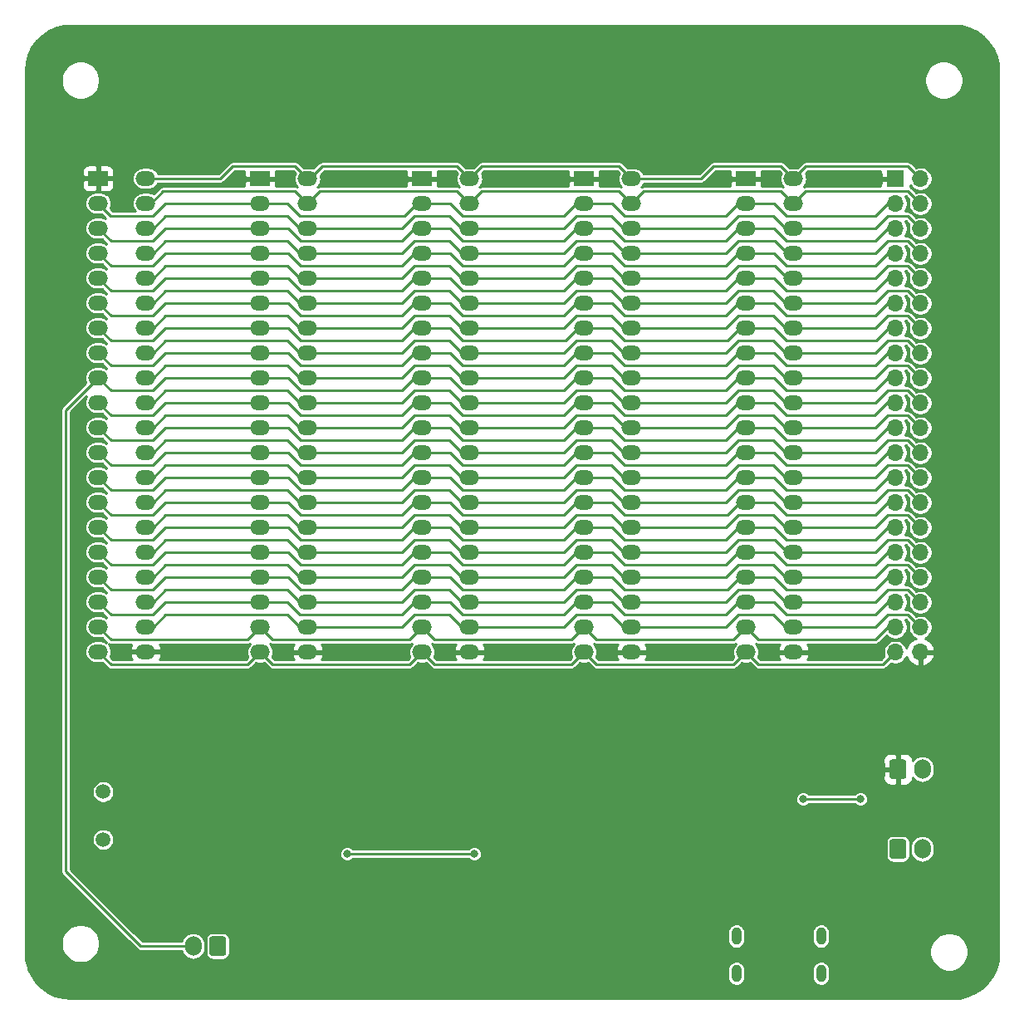
<source format=gbr>
G04 #@! TF.GenerationSoftware,KiCad,Pcbnew,(5.1.9-0-10_14)*
G04 #@! TF.CreationDate,2021-04-09T12:46:09-05:00*
G04 #@! TF.ProjectId,Backplane,4261636b-706c-4616-9e65-2e6b69636164,1*
G04 #@! TF.SameCoordinates,Original*
G04 #@! TF.FileFunction,Copper,L2,Bot*
G04 #@! TF.FilePolarity,Positive*
%FSLAX46Y46*%
G04 Gerber Fmt 4.6, Leading zero omitted, Abs format (unit mm)*
G04 Created by KiCad (PCBNEW (5.1.9-0-10_14)) date 2021-04-09 12:46:09*
%MOMM*%
%LPD*%
G01*
G04 APERTURE LIST*
G04 #@! TA.AperFunction,ComponentPad*
%ADD10O,1.000000X1.800000*%
G04 #@! TD*
G04 #@! TA.AperFunction,ComponentPad*
%ADD11R,2.000000X1.500000*%
G04 #@! TD*
G04 #@! TA.AperFunction,ComponentPad*
%ADD12O,2.000000X1.500000*%
G04 #@! TD*
G04 #@! TA.AperFunction,ComponentPad*
%ADD13O,1.700000X2.000000*%
G04 #@! TD*
G04 #@! TA.AperFunction,ComponentPad*
%ADD14R,1.700000X1.700000*%
G04 #@! TD*
G04 #@! TA.AperFunction,ComponentPad*
%ADD15O,1.700000X1.700000*%
G04 #@! TD*
G04 #@! TA.AperFunction,ComponentPad*
%ADD16C,1.500000*%
G04 #@! TD*
G04 #@! TA.AperFunction,ViaPad*
%ADD17C,0.800000*%
G04 #@! TD*
G04 #@! TA.AperFunction,Conductor*
%ADD18C,0.250000*%
G04 #@! TD*
G04 #@! TA.AperFunction,Conductor*
%ADD19C,0.254000*%
G04 #@! TD*
G04 #@! TA.AperFunction,Conductor*
%ADD20C,0.100000*%
G04 #@! TD*
G04 APERTURE END LIST*
D10*
X171496000Y-147056000D03*
X162856000Y-147056000D03*
X171496000Y-143256000D03*
X162856000Y-143256000D03*
D11*
X163830000Y-66040000D03*
D12*
X168681000Y-66040000D03*
X163830000Y-68580000D03*
X168681000Y-68580000D03*
X163830000Y-71120000D03*
X168681000Y-71120000D03*
X163830000Y-73660000D03*
X168681000Y-73660000D03*
X163830000Y-76200000D03*
X168681000Y-76200000D03*
X163830000Y-78740000D03*
X168681000Y-78740000D03*
X163830000Y-81280000D03*
X168681000Y-81280000D03*
X163830000Y-83820000D03*
X168681000Y-83820000D03*
X163830000Y-86360000D03*
X168681000Y-86360000D03*
X163830000Y-88900000D03*
X168681000Y-88900000D03*
X163830000Y-91440000D03*
X168681000Y-91440000D03*
X163830000Y-93980000D03*
X168681000Y-93980000D03*
X163830000Y-96520000D03*
X168681000Y-96520000D03*
X163830000Y-99060000D03*
X168681000Y-99060000D03*
X163830000Y-101600000D03*
X168681000Y-101600000D03*
X163830000Y-104140000D03*
X168681000Y-104140000D03*
X163830000Y-106680000D03*
X168681000Y-106680000D03*
X163830000Y-109220000D03*
X168681000Y-109220000D03*
X163830000Y-111760000D03*
X168681000Y-111760000D03*
X163830000Y-114300000D03*
X168681000Y-114300000D03*
D11*
X97790000Y-66000000D03*
D12*
X102641000Y-66000000D03*
X97790000Y-68540000D03*
X102641000Y-68540000D03*
X97790000Y-71080000D03*
X102641000Y-71080000D03*
X97790000Y-73620000D03*
X102641000Y-73620000D03*
X97790000Y-76160000D03*
X102641000Y-76160000D03*
X97790000Y-78700000D03*
X102641000Y-78700000D03*
X97790000Y-81240000D03*
X102641000Y-81240000D03*
X97790000Y-83780000D03*
X102641000Y-83780000D03*
X97790000Y-86320000D03*
X102641000Y-86320000D03*
X97790000Y-88860000D03*
X102641000Y-88860000D03*
X97790000Y-91400000D03*
X102641000Y-91400000D03*
X97790000Y-93940000D03*
X102641000Y-93940000D03*
X97790000Y-96480000D03*
X102641000Y-96480000D03*
X97790000Y-99020000D03*
X102641000Y-99020000D03*
X97790000Y-101560000D03*
X102641000Y-101560000D03*
X97790000Y-104100000D03*
X102641000Y-104100000D03*
X97790000Y-106640000D03*
X102641000Y-106640000D03*
X97790000Y-109180000D03*
X102641000Y-109180000D03*
X97790000Y-111720000D03*
X102641000Y-111720000D03*
X97790000Y-114260000D03*
X102641000Y-114260000D03*
G04 #@! TA.AperFunction,ComponentPad*
G36*
G01*
X178474000Y-135116000D02*
X178474000Y-133616000D01*
G75*
G02*
X178724000Y-133366000I250000J0D01*
G01*
X179924000Y-133366000D01*
G75*
G02*
X180174000Y-133616000I0J-250000D01*
G01*
X180174000Y-135116000D01*
G75*
G02*
X179924000Y-135366000I-250000J0D01*
G01*
X178724000Y-135366000D01*
G75*
G02*
X178474000Y-135116000I0J250000D01*
G01*
G37*
G04 #@! TD.AperFunction*
D13*
X181824000Y-134366000D03*
D11*
X114300000Y-66040000D03*
D12*
X119151000Y-66040000D03*
X114300000Y-68580000D03*
X119151000Y-68580000D03*
X114300000Y-71120000D03*
X119151000Y-71120000D03*
X114300000Y-73660000D03*
X119151000Y-73660000D03*
X114300000Y-76200000D03*
X119151000Y-76200000D03*
X114300000Y-78740000D03*
X119151000Y-78740000D03*
X114300000Y-81280000D03*
X119151000Y-81280000D03*
X114300000Y-83820000D03*
X119151000Y-83820000D03*
X114300000Y-86360000D03*
X119151000Y-86360000D03*
X114300000Y-88900000D03*
X119151000Y-88900000D03*
X114300000Y-91440000D03*
X119151000Y-91440000D03*
X114300000Y-93980000D03*
X119151000Y-93980000D03*
X114300000Y-96520000D03*
X119151000Y-96520000D03*
X114300000Y-99060000D03*
X119151000Y-99060000D03*
X114300000Y-101600000D03*
X119151000Y-101600000D03*
X114300000Y-104140000D03*
X119151000Y-104140000D03*
X114300000Y-106680000D03*
X119151000Y-106680000D03*
X114300000Y-109220000D03*
X119151000Y-109220000D03*
X114300000Y-111760000D03*
X119151000Y-111760000D03*
X114300000Y-114300000D03*
X119151000Y-114300000D03*
D11*
X130810000Y-66040000D03*
D12*
X135661000Y-66040000D03*
X130810000Y-68580000D03*
X135661000Y-68580000D03*
X130810000Y-71120000D03*
X135661000Y-71120000D03*
X130810000Y-73660000D03*
X135661000Y-73660000D03*
X130810000Y-76200000D03*
X135661000Y-76200000D03*
X130810000Y-78740000D03*
X135661000Y-78740000D03*
X130810000Y-81280000D03*
X135661000Y-81280000D03*
X130810000Y-83820000D03*
X135661000Y-83820000D03*
X130810000Y-86360000D03*
X135661000Y-86360000D03*
X130810000Y-88900000D03*
X135661000Y-88900000D03*
X130810000Y-91440000D03*
X135661000Y-91440000D03*
X130810000Y-93980000D03*
X135661000Y-93980000D03*
X130810000Y-96520000D03*
X135661000Y-96520000D03*
X130810000Y-99060000D03*
X135661000Y-99060000D03*
X130810000Y-101600000D03*
X135661000Y-101600000D03*
X130810000Y-104140000D03*
X135661000Y-104140000D03*
X130810000Y-106680000D03*
X135661000Y-106680000D03*
X130810000Y-109220000D03*
X135661000Y-109220000D03*
X130810000Y-111760000D03*
X135661000Y-111760000D03*
X130810000Y-114300000D03*
X135661000Y-114300000D03*
G04 #@! TA.AperFunction,ComponentPad*
G36*
G01*
X178474000Y-126988000D02*
X178474000Y-125488000D01*
G75*
G02*
X178724000Y-125238000I250000J0D01*
G01*
X179924000Y-125238000D01*
G75*
G02*
X180174000Y-125488000I0J-250000D01*
G01*
X180174000Y-126988000D01*
G75*
G02*
X179924000Y-127238000I-250000J0D01*
G01*
X178724000Y-127238000D01*
G75*
G02*
X178474000Y-126988000I0J250000D01*
G01*
G37*
G04 #@! TD.AperFunction*
D13*
X181824000Y-126238000D03*
G04 #@! TA.AperFunction,ComponentPad*
G36*
G01*
X110832000Y-143522000D02*
X110832000Y-145022000D01*
G75*
G02*
X110582000Y-145272000I-250000J0D01*
G01*
X109382000Y-145272000D01*
G75*
G02*
X109132000Y-145022000I0J250000D01*
G01*
X109132000Y-143522000D01*
G75*
G02*
X109382000Y-143272000I250000J0D01*
G01*
X110582000Y-143272000D01*
G75*
G02*
X110832000Y-143522000I0J-250000D01*
G01*
G37*
G04 #@! TD.AperFunction*
X107482000Y-144272000D03*
D11*
X147320000Y-66040000D03*
D12*
X152171000Y-66040000D03*
X147320000Y-68580000D03*
X152171000Y-68580000D03*
X147320000Y-71120000D03*
X152171000Y-71120000D03*
X147320000Y-73660000D03*
X152171000Y-73660000D03*
X147320000Y-76200000D03*
X152171000Y-76200000D03*
X147320000Y-78740000D03*
X152171000Y-78740000D03*
X147320000Y-81280000D03*
X152171000Y-81280000D03*
X147320000Y-83820000D03*
X152171000Y-83820000D03*
X147320000Y-86360000D03*
X152171000Y-86360000D03*
X147320000Y-88900000D03*
X152171000Y-88900000D03*
X147320000Y-91440000D03*
X152171000Y-91440000D03*
X147320000Y-93980000D03*
X152171000Y-93980000D03*
X147320000Y-96520000D03*
X152171000Y-96520000D03*
X147320000Y-99060000D03*
X152171000Y-99060000D03*
X147320000Y-101600000D03*
X152171000Y-101600000D03*
X147320000Y-104140000D03*
X152171000Y-104140000D03*
X147320000Y-106680000D03*
X152171000Y-106680000D03*
X147320000Y-109220000D03*
X152171000Y-109220000D03*
X147320000Y-111760000D03*
X152171000Y-111760000D03*
X147320000Y-114300000D03*
X152171000Y-114300000D03*
D14*
X179070000Y-66040000D03*
D15*
X181610000Y-66040000D03*
X179070000Y-68580000D03*
X181610000Y-68580000D03*
X179070000Y-71120000D03*
X181610000Y-71120000D03*
X179070000Y-73660000D03*
X181610000Y-73660000D03*
X179070000Y-76200000D03*
X181610000Y-76200000D03*
X179070000Y-78740000D03*
X181610000Y-78740000D03*
X179070000Y-81280000D03*
X181610000Y-81280000D03*
X179070000Y-83820000D03*
X181610000Y-83820000D03*
X179070000Y-86360000D03*
X181610000Y-86360000D03*
X179070000Y-88900000D03*
X181610000Y-88900000D03*
X179070000Y-91440000D03*
X181610000Y-91440000D03*
X179070000Y-93980000D03*
X181610000Y-93980000D03*
X179070000Y-96520000D03*
X181610000Y-96520000D03*
X179070000Y-99060000D03*
X181610000Y-99060000D03*
X179070000Y-101600000D03*
X181610000Y-101600000D03*
X179070000Y-104140000D03*
X181610000Y-104140000D03*
X179070000Y-106680000D03*
X181610000Y-106680000D03*
X179070000Y-109220000D03*
X181610000Y-109220000D03*
X179070000Y-111760000D03*
X181610000Y-111760000D03*
X179070000Y-114300000D03*
X181610000Y-114300000D03*
D16*
X98298000Y-128524000D03*
X98298000Y-133404000D03*
D17*
X136144000Y-134874000D03*
X123190000Y-134874000D03*
X169672000Y-129286000D03*
X175514000Y-129286000D03*
D18*
X118364000Y-111760000D02*
X119151000Y-111760000D01*
X117094000Y-110490000D02*
X118364000Y-111760000D01*
X103418000Y-111720000D02*
X104648000Y-110490000D01*
X104648000Y-110490000D02*
X117094000Y-110490000D01*
X102641000Y-111720000D02*
X103418000Y-111720000D01*
X134874000Y-111760000D02*
X135661000Y-111760000D01*
X133604000Y-110490000D02*
X134874000Y-111760000D01*
X130073174Y-110490000D02*
X133604000Y-110490000D01*
X128803174Y-111760000D02*
X130073174Y-110490000D01*
X119151000Y-111760000D02*
X128803174Y-111760000D01*
X151384000Y-111760000D02*
X152171000Y-111760000D01*
X150114000Y-110490000D02*
X151384000Y-111760000D01*
X146583174Y-110490000D02*
X150114000Y-110490000D01*
X145313174Y-111760000D02*
X146583174Y-110490000D01*
X135661000Y-111760000D02*
X145313174Y-111760000D01*
X167906500Y-111760000D02*
X168681000Y-111760000D01*
X166636500Y-110490000D02*
X167906500Y-111760000D01*
X161823174Y-111760000D02*
X163093174Y-110490000D01*
X163093174Y-110490000D02*
X166636500Y-110490000D01*
X152171000Y-111760000D02*
X161823174Y-111760000D01*
X180340000Y-110490000D02*
X181610000Y-111760000D01*
X178333174Y-110490000D02*
X180340000Y-110490000D01*
X177063174Y-111760000D02*
X178333174Y-110490000D01*
X168681000Y-111760000D02*
X177063174Y-111760000D01*
X99100000Y-113030000D02*
X113030000Y-113030000D01*
X113030000Y-113030000D02*
X114300000Y-111760000D01*
X97790000Y-111720000D02*
X99100000Y-113030000D01*
X129540000Y-113030000D02*
X130810000Y-111760000D01*
X115570000Y-113030000D02*
X129540000Y-113030000D01*
X114300000Y-111760000D02*
X115570000Y-113030000D01*
X146050000Y-113030000D02*
X147320000Y-111760000D01*
X132080000Y-113030000D02*
X146050000Y-113030000D01*
X130810000Y-111760000D02*
X132080000Y-113030000D01*
X148590000Y-113030000D02*
X162560000Y-113030000D01*
X162560000Y-113030000D02*
X163830000Y-111760000D01*
X147320000Y-111760000D02*
X148590000Y-113030000D01*
X178308000Y-111760000D02*
X179070000Y-111760000D01*
X177038000Y-113030000D02*
X178308000Y-111760000D01*
X165100000Y-113030000D02*
X177038000Y-113030000D01*
X163830000Y-111760000D02*
X165100000Y-113030000D01*
X118364000Y-109220000D02*
X119151000Y-109220000D01*
X104648000Y-107950000D02*
X117094000Y-107950000D01*
X103418000Y-109180000D02*
X104648000Y-107950000D01*
X117094000Y-107950000D02*
X118364000Y-109220000D01*
X102641000Y-109180000D02*
X103418000Y-109180000D01*
X134874000Y-109220000D02*
X135661000Y-109220000D01*
X133604000Y-107950000D02*
X134874000Y-109220000D01*
X130073174Y-107950000D02*
X133604000Y-107950000D01*
X128803174Y-109220000D02*
X130073174Y-107950000D01*
X119151000Y-109220000D02*
X128803174Y-109220000D01*
X150114000Y-107950000D02*
X151384000Y-109220000D01*
X151384000Y-109220000D02*
X152171000Y-109220000D01*
X145313174Y-109220000D02*
X146583174Y-107950000D01*
X146583174Y-107950000D02*
X150114000Y-107950000D01*
X135661000Y-109220000D02*
X145313174Y-109220000D01*
X167894000Y-109220000D02*
X168681000Y-109220000D01*
X166624000Y-107950000D02*
X167894000Y-109220000D01*
X163093174Y-107950000D02*
X166624000Y-107950000D01*
X161823174Y-109220000D02*
X163093174Y-107950000D01*
X152171000Y-109220000D02*
X161823174Y-109220000D01*
X180340000Y-107950000D02*
X181610000Y-109220000D01*
X178333174Y-107950000D02*
X180340000Y-107950000D01*
X177063174Y-109220000D02*
X178333174Y-107950000D01*
X168681000Y-109220000D02*
X177063174Y-109220000D01*
X99100000Y-110490000D02*
X103337826Y-110490000D01*
X97790000Y-109180000D02*
X99100000Y-110490000D01*
X103337826Y-110490000D02*
X104607826Y-109220000D01*
X104607826Y-109220000D02*
X114300000Y-109220000D01*
X130048000Y-109220000D02*
X130810000Y-109220000D01*
X118364000Y-110490000D02*
X128778000Y-110490000D01*
X128778000Y-110490000D02*
X130048000Y-109220000D01*
X117094000Y-109220000D02*
X118364000Y-110490000D01*
X114300000Y-109220000D02*
X117094000Y-109220000D01*
X146558000Y-109220000D02*
X147320000Y-109220000D01*
X134924174Y-110490000D02*
X145288000Y-110490000D01*
X133654174Y-109220000D02*
X134924174Y-110490000D01*
X145288000Y-110490000D02*
X146558000Y-109220000D01*
X130810000Y-109220000D02*
X133654174Y-109220000D01*
X161798000Y-110490000D02*
X163068000Y-109220000D01*
X163068000Y-109220000D02*
X163830000Y-109220000D01*
X151434174Y-110490000D02*
X161798000Y-110490000D01*
X150164174Y-109220000D02*
X151434174Y-110490000D01*
X147320000Y-109220000D02*
X150164174Y-109220000D01*
X178308000Y-109220000D02*
X179070000Y-109220000D01*
X177038000Y-110490000D02*
X178308000Y-109220000D01*
X167944174Y-110490000D02*
X177038000Y-110490000D01*
X166674174Y-109220000D02*
X167944174Y-110490000D01*
X163830000Y-109220000D02*
X166674174Y-109220000D01*
X117094000Y-105410000D02*
X118364000Y-106680000D01*
X118364000Y-106680000D02*
X119151000Y-106680000D01*
X104648000Y-105410000D02*
X117094000Y-105410000D01*
X103418000Y-106640000D02*
X104648000Y-105410000D01*
X102641000Y-106640000D02*
X103418000Y-106640000D01*
X134874000Y-106680000D02*
X135661000Y-106680000D01*
X133604000Y-105410000D02*
X134874000Y-106680000D01*
X130073174Y-105410000D02*
X133604000Y-105410000D01*
X128803174Y-106680000D02*
X130073174Y-105410000D01*
X119151000Y-106680000D02*
X128803174Y-106680000D01*
X150114000Y-105410000D02*
X151384000Y-106680000D01*
X151384000Y-106680000D02*
X152171000Y-106680000D01*
X146583174Y-105410000D02*
X150114000Y-105410000D01*
X145313174Y-106680000D02*
X146583174Y-105410000D01*
X135661000Y-106680000D02*
X145313174Y-106680000D01*
X167906500Y-106680000D02*
X168681000Y-106680000D01*
X166636500Y-105410000D02*
X167906500Y-106680000D01*
X163093174Y-105410000D02*
X166636500Y-105410000D01*
X161823174Y-106680000D02*
X163093174Y-105410000D01*
X152171000Y-106680000D02*
X161823174Y-106680000D01*
X180340000Y-105410000D02*
X181610000Y-106680000D01*
X178333174Y-105410000D02*
X180340000Y-105410000D01*
X177063174Y-106680000D02*
X178333174Y-105410000D01*
X168681000Y-106680000D02*
X177063174Y-106680000D01*
X97790000Y-106640000D02*
X99100000Y-107950000D01*
X99100000Y-107950000D02*
X103352826Y-107950000D01*
X103352826Y-107950000D02*
X104622826Y-106680000D01*
X104622826Y-106680000D02*
X114300000Y-106680000D01*
X130048000Y-106680000D02*
X130810000Y-106680000D01*
X128778000Y-107950000D02*
X130048000Y-106680000D01*
X118414174Y-107950000D02*
X128778000Y-107950000D01*
X117144174Y-106680000D02*
X118414174Y-107950000D01*
X114300000Y-106680000D02*
X117144174Y-106680000D01*
X134924174Y-107950000D02*
X145288000Y-107950000D01*
X133654174Y-106680000D02*
X134924174Y-107950000D01*
X146558000Y-106680000D02*
X147320000Y-106680000D01*
X145288000Y-107950000D02*
X146558000Y-106680000D01*
X130810000Y-106680000D02*
X133654174Y-106680000D01*
X150164174Y-106680000D02*
X151434174Y-107950000D01*
X163195000Y-106680000D02*
X163830000Y-106680000D01*
X161925000Y-107950000D02*
X163195000Y-106680000D01*
X151434174Y-107950000D02*
X161925000Y-107950000D01*
X147320000Y-106680000D02*
X150164174Y-106680000D01*
X178308000Y-106680000D02*
X179070000Y-106680000D01*
X177038000Y-107950000D02*
X178308000Y-106680000D01*
X167944174Y-107950000D02*
X177038000Y-107950000D01*
X166674174Y-106680000D02*
X167944174Y-107950000D01*
X163830000Y-106680000D02*
X166674174Y-106680000D01*
X117094000Y-102870000D02*
X118364000Y-104140000D01*
X118364000Y-104140000D02*
X119151000Y-104140000D01*
X104648000Y-102870000D02*
X117094000Y-102870000D01*
X103418000Y-104100000D02*
X104648000Y-102870000D01*
X102641000Y-104100000D02*
X103418000Y-104100000D01*
X134874000Y-104140000D02*
X135661000Y-104140000D01*
X133604000Y-102870000D02*
X134874000Y-104140000D01*
X128803174Y-104140000D02*
X130073174Y-102870000D01*
X130073174Y-102870000D02*
X133604000Y-102870000D01*
X119151000Y-104140000D02*
X128803174Y-104140000D01*
X151384000Y-104140000D02*
X152171000Y-104140000D01*
X145313174Y-104140000D02*
X146583174Y-102870000D01*
X150114000Y-102870000D02*
X151384000Y-104140000D01*
X146583174Y-102870000D02*
X150114000Y-102870000D01*
X135661000Y-104140000D02*
X145313174Y-104140000D01*
X168033500Y-104140000D02*
X168681000Y-104140000D01*
X166763500Y-102870000D02*
X168033500Y-104140000D01*
X163093174Y-102870000D02*
X166763500Y-102870000D01*
X161823174Y-104140000D02*
X163093174Y-102870000D01*
X152171000Y-104140000D02*
X161823174Y-104140000D01*
X180340000Y-102870000D02*
X181610000Y-104140000D01*
X178333174Y-102870000D02*
X180340000Y-102870000D01*
X177063174Y-104140000D02*
X178333174Y-102870000D01*
X168681000Y-104140000D02*
X177063174Y-104140000D01*
X103337826Y-105410000D02*
X104607826Y-104140000D01*
X99100000Y-105410000D02*
X103337826Y-105410000D01*
X104607826Y-104140000D02*
X114300000Y-104140000D01*
X97790000Y-104100000D02*
X99100000Y-105410000D01*
X130048000Y-104140000D02*
X130810000Y-104140000D01*
X117144174Y-104140000D02*
X118414174Y-105410000D01*
X128778000Y-105410000D02*
X130048000Y-104140000D01*
X118414174Y-105410000D02*
X128778000Y-105410000D01*
X114300000Y-104140000D02*
X117144174Y-104140000D01*
X146558000Y-104140000D02*
X147320000Y-104140000D01*
X134924174Y-105410000D02*
X145288000Y-105410000D01*
X145288000Y-105410000D02*
X146558000Y-104140000D01*
X133654174Y-104140000D02*
X134924174Y-105410000D01*
X130810000Y-104140000D02*
X133654174Y-104140000D01*
X163068000Y-104140000D02*
X163830000Y-104140000D01*
X161798000Y-105410000D02*
X163068000Y-104140000D01*
X151434174Y-105410000D02*
X161798000Y-105410000D01*
X150164174Y-104140000D02*
X151434174Y-105410000D01*
X147320000Y-104140000D02*
X150164174Y-104140000D01*
X178308000Y-104140000D02*
X179070000Y-104140000D01*
X177038000Y-105410000D02*
X178308000Y-104140000D01*
X167944174Y-105410000D02*
X177038000Y-105410000D01*
X166674174Y-104140000D02*
X167944174Y-105410000D01*
X163830000Y-104140000D02*
X166674174Y-104140000D01*
X118364000Y-101600000D02*
X119151000Y-101600000D01*
X104648000Y-100330000D02*
X117094000Y-100330000D01*
X103418000Y-101560000D02*
X104648000Y-100330000D01*
X117094000Y-100330000D02*
X118364000Y-101600000D01*
X102641000Y-101560000D02*
X103418000Y-101560000D01*
X134874000Y-101600000D02*
X135661000Y-101600000D01*
X130073174Y-100330000D02*
X133604000Y-100330000D01*
X133604000Y-100330000D02*
X134874000Y-101600000D01*
X128803174Y-101600000D02*
X130073174Y-100330000D01*
X119151000Y-101600000D02*
X128803174Y-101600000D01*
X150126500Y-100330000D02*
X151396500Y-101600000D01*
X146583174Y-100330000D02*
X150126500Y-100330000D01*
X151396500Y-101600000D02*
X152171000Y-101600000D01*
X145313174Y-101600000D02*
X146583174Y-100330000D01*
X135661000Y-101600000D02*
X145313174Y-101600000D01*
X167894000Y-101600000D02*
X168681000Y-101600000D01*
X161823174Y-101600000D02*
X163093174Y-100330000D01*
X166624000Y-100330000D02*
X167894000Y-101600000D01*
X163093174Y-100330000D02*
X166624000Y-100330000D01*
X152171000Y-101600000D02*
X161823174Y-101600000D01*
X180340000Y-100330000D02*
X181610000Y-101600000D01*
X178333174Y-100330000D02*
X180340000Y-100330000D01*
X177063174Y-101600000D02*
X178333174Y-100330000D01*
X168681000Y-101600000D02*
X177063174Y-101600000D01*
X104607826Y-101600000D02*
X114300000Y-101600000D01*
X103337826Y-102870000D02*
X104607826Y-101600000D01*
X99100000Y-102870000D02*
X103337826Y-102870000D01*
X97790000Y-101560000D02*
X99100000Y-102870000D01*
X128778000Y-102870000D02*
X130048000Y-101600000D01*
X118414174Y-102870000D02*
X128778000Y-102870000D01*
X130048000Y-101600000D02*
X130810000Y-101600000D01*
X117144174Y-101600000D02*
X118414174Y-102870000D01*
X114300000Y-101600000D02*
X117144174Y-101600000D01*
X145288000Y-102870000D02*
X146558000Y-101600000D01*
X134924174Y-102870000D02*
X145288000Y-102870000D01*
X146558000Y-101600000D02*
X147320000Y-101600000D01*
X133654174Y-101600000D02*
X134924174Y-102870000D01*
X130810000Y-101600000D02*
X133654174Y-101600000D01*
X151434174Y-102870000D02*
X161798000Y-102870000D01*
X150164174Y-101600000D02*
X151434174Y-102870000D01*
X163068000Y-101600000D02*
X163830000Y-101600000D01*
X161798000Y-102870000D02*
X163068000Y-101600000D01*
X147320000Y-101600000D02*
X150164174Y-101600000D01*
X177038000Y-102870000D02*
X178308000Y-101600000D01*
X167944174Y-102870000D02*
X177038000Y-102870000D01*
X166674174Y-101600000D02*
X167944174Y-102870000D01*
X178308000Y-101600000D02*
X179070000Y-101600000D01*
X163830000Y-101600000D02*
X166674174Y-101600000D01*
X117094000Y-97790000D02*
X118364000Y-99060000D01*
X103418000Y-99020000D02*
X104648000Y-97790000D01*
X118364000Y-99060000D02*
X119151000Y-99060000D01*
X104648000Y-97790000D02*
X117094000Y-97790000D01*
X102641000Y-99020000D02*
X103418000Y-99020000D01*
X134874000Y-99060000D02*
X135661000Y-99060000D01*
X133604000Y-97790000D02*
X134874000Y-99060000D01*
X130073174Y-97790000D02*
X133604000Y-97790000D01*
X128803174Y-99060000D02*
X130073174Y-97790000D01*
X119151000Y-99060000D02*
X128803174Y-99060000D01*
X146583174Y-97790000D02*
X150114000Y-97790000D01*
X151384000Y-99060000D02*
X152171000Y-99060000D01*
X145313174Y-99060000D02*
X146583174Y-97790000D01*
X150114000Y-97790000D02*
X151384000Y-99060000D01*
X135661000Y-99060000D02*
X145313174Y-99060000D01*
X167894000Y-99060000D02*
X168681000Y-99060000D01*
X166624000Y-97790000D02*
X167894000Y-99060000D01*
X163093174Y-97790000D02*
X166624000Y-97790000D01*
X161823174Y-99060000D02*
X163093174Y-97790000D01*
X152171000Y-99060000D02*
X161823174Y-99060000D01*
X180340000Y-97790000D02*
X181610000Y-99060000D01*
X178333174Y-97790000D02*
X180340000Y-97790000D01*
X177063174Y-99060000D02*
X178333174Y-97790000D01*
X168681000Y-99060000D02*
X177063174Y-99060000D01*
X104607826Y-99060000D02*
X114300000Y-99060000D01*
X103337826Y-100330000D02*
X104607826Y-99060000D01*
X99100000Y-100330000D02*
X103337826Y-100330000D01*
X97790000Y-99020000D02*
X99100000Y-100330000D01*
X130048000Y-99060000D02*
X130810000Y-99060000D01*
X128778000Y-100330000D02*
X130048000Y-99060000D01*
X118414174Y-100330000D02*
X128778000Y-100330000D01*
X117144174Y-99060000D02*
X118414174Y-100330000D01*
X114300000Y-99060000D02*
X117144174Y-99060000D01*
X146558000Y-99060000D02*
X147320000Y-99060000D01*
X134924174Y-100330000D02*
X145288000Y-100330000D01*
X133654174Y-99060000D02*
X134924174Y-100330000D01*
X145288000Y-100330000D02*
X146558000Y-99060000D01*
X130810000Y-99060000D02*
X133654174Y-99060000D01*
X161925000Y-100330000D02*
X163195000Y-99060000D01*
X150164174Y-99060000D02*
X151434174Y-100330000D01*
X163195000Y-99060000D02*
X163830000Y-99060000D01*
X151434174Y-100330000D02*
X161925000Y-100330000D01*
X147320000Y-99060000D02*
X150164174Y-99060000D01*
X177038000Y-100330000D02*
X178308000Y-99060000D01*
X178308000Y-99060000D02*
X179070000Y-99060000D01*
X166674174Y-99060000D02*
X167944174Y-100330000D01*
X167944174Y-100330000D02*
X177038000Y-100330000D01*
X163830000Y-99060000D02*
X166674174Y-99060000D01*
X118364000Y-96520000D02*
X119151000Y-96520000D01*
X117094000Y-95250000D02*
X118364000Y-96520000D01*
X104648000Y-95250000D02*
X117094000Y-95250000D01*
X103418000Y-96480000D02*
X104648000Y-95250000D01*
X102641000Y-96480000D02*
X103418000Y-96480000D01*
X134874000Y-96520000D02*
X135661000Y-96520000D01*
X133604000Y-95250000D02*
X134874000Y-96520000D01*
X130073174Y-95250000D02*
X133604000Y-95250000D01*
X128803174Y-96520000D02*
X130073174Y-95250000D01*
X119151000Y-96520000D02*
X128803174Y-96520000D01*
X150126500Y-95250000D02*
X151396500Y-96520000D01*
X146583174Y-95250000D02*
X150126500Y-95250000D01*
X145313174Y-96520000D02*
X146583174Y-95250000D01*
X151396500Y-96520000D02*
X152171000Y-96520000D01*
X135661000Y-96520000D02*
X145313174Y-96520000D01*
X167894000Y-96520000D02*
X168681000Y-96520000D01*
X166624000Y-95250000D02*
X167894000Y-96520000D01*
X163093174Y-95250000D02*
X166624000Y-95250000D01*
X161823174Y-96520000D02*
X163093174Y-95250000D01*
X152171000Y-96520000D02*
X161823174Y-96520000D01*
X180340000Y-95250000D02*
X181610000Y-96520000D01*
X178333174Y-95250000D02*
X180340000Y-95250000D01*
X177063174Y-96520000D02*
X178333174Y-95250000D01*
X168681000Y-96520000D02*
X177063174Y-96520000D01*
X104607826Y-96520000D02*
X114300000Y-96520000D01*
X99100000Y-97790000D02*
X103337826Y-97790000D01*
X103337826Y-97790000D02*
X104607826Y-96520000D01*
X97790000Y-96480000D02*
X99100000Y-97790000D01*
X130048000Y-96520000D02*
X130810000Y-96520000D01*
X118414174Y-97790000D02*
X128778000Y-97790000D01*
X128778000Y-97790000D02*
X130048000Y-96520000D01*
X117144174Y-96520000D02*
X118414174Y-97790000D01*
X114300000Y-96520000D02*
X117144174Y-96520000D01*
X146558000Y-96520000D02*
X147320000Y-96520000D01*
X145288000Y-97790000D02*
X146558000Y-96520000D01*
X134924174Y-97790000D02*
X145288000Y-97790000D01*
X133654174Y-96520000D02*
X134924174Y-97790000D01*
X130810000Y-96520000D02*
X133654174Y-96520000D01*
X163068000Y-96520000D02*
X163830000Y-96520000D01*
X161798000Y-97790000D02*
X163068000Y-96520000D01*
X151434174Y-97790000D02*
X161798000Y-97790000D01*
X150164174Y-96520000D02*
X151434174Y-97790000D01*
X147320000Y-96520000D02*
X150164174Y-96520000D01*
X177038000Y-97790000D02*
X178308000Y-96520000D01*
X167944174Y-97790000D02*
X177038000Y-97790000D01*
X178308000Y-96520000D02*
X179070000Y-96520000D01*
X166674174Y-96520000D02*
X167944174Y-97790000D01*
X163830000Y-96520000D02*
X166674174Y-96520000D01*
X117094000Y-92710000D02*
X118364000Y-93980000D01*
X104648000Y-92710000D02*
X117094000Y-92710000D01*
X118364000Y-93980000D02*
X119151000Y-93980000D01*
X103418000Y-93940000D02*
X104648000Y-92710000D01*
X102641000Y-93940000D02*
X103418000Y-93940000D01*
X133604000Y-92710000D02*
X134874000Y-93980000D01*
X130073174Y-92710000D02*
X133604000Y-92710000D01*
X128803174Y-93980000D02*
X130073174Y-92710000D01*
X134874000Y-93980000D02*
X135661000Y-93980000D01*
X119151000Y-93980000D02*
X128803174Y-93980000D01*
X150114000Y-92710000D02*
X151384000Y-93980000D01*
X151384000Y-93980000D02*
X152171000Y-93980000D01*
X146583174Y-92710000D02*
X150114000Y-92710000D01*
X145313174Y-93980000D02*
X146583174Y-92710000D01*
X135661000Y-93980000D02*
X145313174Y-93980000D01*
X167894000Y-93980000D02*
X168681000Y-93980000D01*
X166624000Y-92710000D02*
X167894000Y-93980000D01*
X161823174Y-93980000D02*
X163093174Y-92710000D01*
X163093174Y-92710000D02*
X166624000Y-92710000D01*
X152171000Y-93980000D02*
X161823174Y-93980000D01*
X180340000Y-92710000D02*
X181610000Y-93980000D01*
X177063174Y-93980000D02*
X178333174Y-92710000D01*
X178333174Y-92710000D02*
X180340000Y-92710000D01*
X168681000Y-93980000D02*
X177063174Y-93980000D01*
X103337826Y-95250000D02*
X104607826Y-93980000D01*
X104607826Y-93980000D02*
X114300000Y-93980000D01*
X99100000Y-95250000D02*
X103337826Y-95250000D01*
X97790000Y-93940000D02*
X99100000Y-95250000D01*
X128778000Y-95250000D02*
X130048000Y-93980000D01*
X130048000Y-93980000D02*
X130810000Y-93980000D01*
X117144174Y-93980000D02*
X118414174Y-95250000D01*
X118414174Y-95250000D02*
X128778000Y-95250000D01*
X114300000Y-93980000D02*
X117144174Y-93980000D01*
X145288000Y-95250000D02*
X146558000Y-93980000D01*
X146558000Y-93980000D02*
X147320000Y-93980000D01*
X134924174Y-95250000D02*
X145288000Y-95250000D01*
X133654174Y-93980000D02*
X134924174Y-95250000D01*
X130810000Y-93980000D02*
X133654174Y-93980000D01*
X161798000Y-95250000D02*
X163068000Y-93980000D01*
X151434174Y-95250000D02*
X161798000Y-95250000D01*
X150164174Y-93980000D02*
X151434174Y-95250000D01*
X163068000Y-93980000D02*
X163830000Y-93980000D01*
X147320000Y-93980000D02*
X150164174Y-93980000D01*
X178308000Y-93980000D02*
X179070000Y-93980000D01*
X177038000Y-95250000D02*
X178308000Y-93980000D01*
X167944174Y-95250000D02*
X177038000Y-95250000D01*
X166674174Y-93980000D02*
X167944174Y-95250000D01*
X163830000Y-93980000D02*
X166674174Y-93980000D01*
X118364000Y-91440000D02*
X119151000Y-91440000D01*
X117094000Y-90170000D02*
X118364000Y-91440000D01*
X104648000Y-90170000D02*
X117094000Y-90170000D01*
X103418000Y-91400000D02*
X104648000Y-90170000D01*
X102641000Y-91400000D02*
X103418000Y-91400000D01*
X134874000Y-91440000D02*
X135661000Y-91440000D01*
X130073174Y-90170000D02*
X133604000Y-90170000D01*
X133604000Y-90170000D02*
X134874000Y-91440000D01*
X128803174Y-91440000D02*
X130073174Y-90170000D01*
X119151000Y-91440000D02*
X128803174Y-91440000D01*
X151523500Y-91440000D02*
X152171000Y-91440000D01*
X150253500Y-90170000D02*
X151523500Y-91440000D01*
X145313174Y-91440000D02*
X146583174Y-90170000D01*
X146583174Y-90170000D02*
X150253500Y-90170000D01*
X135661000Y-91440000D02*
X145313174Y-91440000D01*
X167894000Y-91440000D02*
X168681000Y-91440000D01*
X163093174Y-90170000D02*
X166624000Y-90170000D01*
X161823174Y-91440000D02*
X163093174Y-90170000D01*
X166624000Y-90170000D02*
X167894000Y-91440000D01*
X152171000Y-91440000D02*
X161823174Y-91440000D01*
X180340000Y-90170000D02*
X181610000Y-91440000D01*
X178333174Y-90170000D02*
X180340000Y-90170000D01*
X177063174Y-91440000D02*
X178333174Y-90170000D01*
X168681000Y-91440000D02*
X177063174Y-91440000D01*
X103337826Y-92710000D02*
X104607826Y-91440000D01*
X99100000Y-92710000D02*
X103337826Y-92710000D01*
X104607826Y-91440000D02*
X114300000Y-91440000D01*
X97790000Y-91400000D02*
X99100000Y-92710000D01*
X128778000Y-92710000D02*
X130048000Y-91440000D01*
X118414174Y-92710000D02*
X128778000Y-92710000D01*
X130048000Y-91440000D02*
X130810000Y-91440000D01*
X117144174Y-91440000D02*
X118414174Y-92710000D01*
X114300000Y-91440000D02*
X117144174Y-91440000D01*
X146558000Y-91440000D02*
X147320000Y-91440000D01*
X145288000Y-92710000D02*
X146558000Y-91440000D01*
X134924174Y-92710000D02*
X145288000Y-92710000D01*
X133654174Y-91440000D02*
X134924174Y-92710000D01*
X130810000Y-91440000D02*
X133654174Y-91440000D01*
X163068000Y-91440000D02*
X163830000Y-91440000D01*
X161798000Y-92710000D02*
X163068000Y-91440000D01*
X150164174Y-91440000D02*
X151434174Y-92710000D01*
X151434174Y-92710000D02*
X161798000Y-92710000D01*
X147320000Y-91440000D02*
X150164174Y-91440000D01*
X178308000Y-91440000D02*
X179070000Y-91440000D01*
X177038000Y-92710000D02*
X178308000Y-91440000D01*
X167944174Y-92710000D02*
X177038000Y-92710000D01*
X166674174Y-91440000D02*
X167944174Y-92710000D01*
X163830000Y-91440000D02*
X166674174Y-91440000D01*
X104648000Y-87630000D02*
X117094000Y-87630000D01*
X118364000Y-88900000D02*
X119151000Y-88900000D01*
X117094000Y-87630000D02*
X118364000Y-88900000D01*
X103418000Y-88860000D02*
X104648000Y-87630000D01*
X102641000Y-88860000D02*
X103418000Y-88860000D01*
X133604000Y-87630000D02*
X134874000Y-88900000D01*
X134874000Y-88900000D02*
X135661000Y-88900000D01*
X130073174Y-87630000D02*
X133604000Y-87630000D01*
X128803174Y-88900000D02*
X130073174Y-87630000D01*
X119151000Y-88900000D02*
X128803174Y-88900000D01*
X151384000Y-88900000D02*
X152171000Y-88900000D01*
X150114000Y-87630000D02*
X151384000Y-88900000D01*
X146583174Y-87630000D02*
X150114000Y-87630000D01*
X145313174Y-88900000D02*
X146583174Y-87630000D01*
X135661000Y-88900000D02*
X145313174Y-88900000D01*
X163093174Y-87630000D02*
X166624000Y-87630000D01*
X167894000Y-88900000D02*
X168681000Y-88900000D01*
X166624000Y-87630000D02*
X167894000Y-88900000D01*
X161823174Y-88900000D02*
X163093174Y-87630000D01*
X152171000Y-88900000D02*
X161823174Y-88900000D01*
X178333174Y-87630000D02*
X180340000Y-87630000D01*
X177063174Y-88900000D02*
X178333174Y-87630000D01*
X180340000Y-87630000D02*
X181610000Y-88900000D01*
X168681000Y-88900000D02*
X177063174Y-88900000D01*
X104607826Y-88900000D02*
X114300000Y-88900000D01*
X103337826Y-90170000D02*
X104607826Y-88900000D01*
X99100000Y-90170000D02*
X103337826Y-90170000D01*
X97790000Y-88860000D02*
X99100000Y-90170000D01*
X128778000Y-90170000D02*
X130048000Y-88900000D01*
X118414174Y-90170000D02*
X128778000Y-90170000D01*
X117144174Y-88900000D02*
X118414174Y-90170000D01*
X130048000Y-88900000D02*
X130810000Y-88900000D01*
X114300000Y-88900000D02*
X117144174Y-88900000D01*
X145288000Y-90170000D02*
X146558000Y-88900000D01*
X134924174Y-90170000D02*
X145288000Y-90170000D01*
X146558000Y-88900000D02*
X147320000Y-88900000D01*
X133654174Y-88900000D02*
X134924174Y-90170000D01*
X130810000Y-88900000D02*
X133654174Y-88900000D01*
X151434174Y-90170000D02*
X161798000Y-90170000D01*
X161798000Y-90170000D02*
X163068000Y-88900000D01*
X150164174Y-88900000D02*
X151434174Y-90170000D01*
X163068000Y-88900000D02*
X163830000Y-88900000D01*
X147320000Y-88900000D02*
X150164174Y-88900000D01*
X178244500Y-88900000D02*
X179070000Y-88900000D01*
X176974500Y-90170000D02*
X178244500Y-88900000D01*
X167944174Y-90170000D02*
X176974500Y-90170000D01*
X166674174Y-88900000D02*
X167944174Y-90170000D01*
X163830000Y-88900000D02*
X166674174Y-88900000D01*
X118364000Y-86360000D02*
X119151000Y-86360000D01*
X117094000Y-85090000D02*
X118364000Y-86360000D01*
X104648000Y-85090000D02*
X117094000Y-85090000D01*
X103418000Y-86320000D02*
X104648000Y-85090000D01*
X102641000Y-86320000D02*
X103418000Y-86320000D01*
X134874000Y-86360000D02*
X135661000Y-86360000D01*
X133604000Y-85090000D02*
X134874000Y-86360000D01*
X130073174Y-85090000D02*
X133604000Y-85090000D01*
X128803174Y-86360000D02*
X130073174Y-85090000D01*
X119151000Y-86360000D02*
X128803174Y-86360000D01*
X151384000Y-86360000D02*
X152171000Y-86360000D01*
X150114000Y-85090000D02*
X151384000Y-86360000D01*
X146583174Y-85090000D02*
X150114000Y-85090000D01*
X145313174Y-86360000D02*
X146583174Y-85090000D01*
X135661000Y-86360000D02*
X145313174Y-86360000D01*
X167894000Y-86360000D02*
X168681000Y-86360000D01*
X166624000Y-85090000D02*
X167894000Y-86360000D01*
X161823174Y-86360000D02*
X163093174Y-85090000D01*
X163093174Y-85090000D02*
X166624000Y-85090000D01*
X152171000Y-86360000D02*
X161823174Y-86360000D01*
X180340000Y-85090000D02*
X181610000Y-86360000D01*
X178333174Y-85090000D02*
X180340000Y-85090000D01*
X177063174Y-86360000D02*
X178333174Y-85090000D01*
X168681000Y-86360000D02*
X177063174Y-86360000D01*
X118364000Y-83820000D02*
X119151000Y-83820000D01*
X117094000Y-82550000D02*
X118364000Y-83820000D01*
X104648000Y-82550000D02*
X117094000Y-82550000D01*
X103418000Y-83780000D02*
X104648000Y-82550000D01*
X102641000Y-83780000D02*
X103418000Y-83780000D01*
X134874000Y-83820000D02*
X135661000Y-83820000D01*
X133604000Y-82550000D02*
X134874000Y-83820000D01*
X130073174Y-82550000D02*
X133604000Y-82550000D01*
X128803174Y-83820000D02*
X130073174Y-82550000D01*
X119151000Y-83820000D02*
X128803174Y-83820000D01*
X150114000Y-82550000D02*
X151384000Y-83820000D01*
X146583174Y-82550000D02*
X150114000Y-82550000D01*
X145313174Y-83820000D02*
X146583174Y-82550000D01*
X151384000Y-83820000D02*
X152171000Y-83820000D01*
X135661000Y-83820000D02*
X145313174Y-83820000D01*
X167894000Y-83820000D02*
X168681000Y-83820000D01*
X163093174Y-82550000D02*
X166624000Y-82550000D01*
X166624000Y-82550000D02*
X167894000Y-83820000D01*
X161823174Y-83820000D02*
X163093174Y-82550000D01*
X152171000Y-83820000D02*
X161823174Y-83820000D01*
X180340000Y-82550000D02*
X181610000Y-83820000D01*
X178333174Y-82550000D02*
X180340000Y-82550000D01*
X177063174Y-83820000D02*
X178333174Y-82550000D01*
X168681000Y-83820000D02*
X177063174Y-83820000D01*
X118364000Y-81280000D02*
X119151000Y-81280000D01*
X117094000Y-80010000D02*
X118364000Y-81280000D01*
X103418000Y-81240000D02*
X104648000Y-80010000D01*
X104648000Y-80010000D02*
X117094000Y-80010000D01*
X102641000Y-81240000D02*
X103418000Y-81240000D01*
X134874000Y-81280000D02*
X135661000Y-81280000D01*
X130073174Y-80010000D02*
X133604000Y-80010000D01*
X133604000Y-80010000D02*
X134874000Y-81280000D01*
X128803174Y-81280000D02*
X130073174Y-80010000D01*
X119151000Y-81280000D02*
X128803174Y-81280000D01*
X150114000Y-80010000D02*
X151384000Y-81280000D01*
X146583174Y-80010000D02*
X150114000Y-80010000D01*
X151384000Y-81280000D02*
X152171000Y-81280000D01*
X145313174Y-81280000D02*
X146583174Y-80010000D01*
X135661000Y-81280000D02*
X145313174Y-81280000D01*
X167894000Y-81280000D02*
X168681000Y-81280000D01*
X166624000Y-80010000D02*
X167894000Y-81280000D01*
X163093174Y-80010000D02*
X166624000Y-80010000D01*
X161823174Y-81280000D02*
X163093174Y-80010000D01*
X152171000Y-81280000D02*
X161823174Y-81280000D01*
X180340000Y-80010000D02*
X181610000Y-81280000D01*
X178333174Y-80010000D02*
X180340000Y-80010000D01*
X177063174Y-81280000D02*
X178333174Y-80010000D01*
X168681000Y-81280000D02*
X177063174Y-81280000D01*
X118364000Y-78740000D02*
X119151000Y-78740000D01*
X117094000Y-77470000D02*
X118364000Y-78740000D01*
X104648000Y-77470000D02*
X117094000Y-77470000D01*
X103418000Y-78700000D02*
X104648000Y-77470000D01*
X102641000Y-78700000D02*
X103418000Y-78700000D01*
X134874000Y-78740000D02*
X135661000Y-78740000D01*
X130073174Y-77470000D02*
X133604000Y-77470000D01*
X133604000Y-77470000D02*
X134874000Y-78740000D01*
X128803174Y-78740000D02*
X130073174Y-77470000D01*
X119151000Y-78740000D02*
X128803174Y-78740000D01*
X151384000Y-78740000D02*
X152171000Y-78740000D01*
X150114000Y-77470000D02*
X151384000Y-78740000D01*
X146583174Y-77470000D02*
X150114000Y-77470000D01*
X145313174Y-78740000D02*
X146583174Y-77470000D01*
X135661000Y-78740000D02*
X145313174Y-78740000D01*
X167894000Y-78740000D02*
X168681000Y-78740000D01*
X166624000Y-77470000D02*
X167894000Y-78740000D01*
X163093174Y-77470000D02*
X166624000Y-77470000D01*
X161823174Y-78740000D02*
X163093174Y-77470000D01*
X152171000Y-78740000D02*
X161823174Y-78740000D01*
X178333174Y-77470000D02*
X180340000Y-77470000D01*
X180340000Y-77470000D02*
X181610000Y-78740000D01*
X177063174Y-78740000D02*
X178333174Y-77470000D01*
X168681000Y-78740000D02*
X177063174Y-78740000D01*
X104607826Y-78740000D02*
X114300000Y-78740000D01*
X103337826Y-80010000D02*
X104607826Y-78740000D01*
X99100000Y-80010000D02*
X103337826Y-80010000D01*
X97790000Y-78700000D02*
X99100000Y-80010000D01*
X118414174Y-80010000D02*
X128778000Y-80010000D01*
X117144174Y-78740000D02*
X118414174Y-80010000D01*
X130048000Y-78740000D02*
X130810000Y-78740000D01*
X128778000Y-80010000D02*
X130048000Y-78740000D01*
X114300000Y-78740000D02*
X117144174Y-78740000D01*
X145288000Y-80010000D02*
X146558000Y-78740000D01*
X134924174Y-80010000D02*
X145288000Y-80010000D01*
X133654174Y-78740000D02*
X134924174Y-80010000D01*
X146558000Y-78740000D02*
X147320000Y-78740000D01*
X130810000Y-78740000D02*
X133654174Y-78740000D01*
X161798000Y-80010000D02*
X163068000Y-78740000D01*
X150164174Y-78740000D02*
X151434174Y-80010000D01*
X163068000Y-78740000D02*
X163830000Y-78740000D01*
X151434174Y-80010000D02*
X161798000Y-80010000D01*
X147320000Y-78740000D02*
X150164174Y-78740000D01*
X177038000Y-80010000D02*
X178308000Y-78740000D01*
X167944174Y-80010000D02*
X177038000Y-80010000D01*
X166674174Y-78740000D02*
X167944174Y-80010000D01*
X178308000Y-78740000D02*
X179070000Y-78740000D01*
X163830000Y-78740000D02*
X166674174Y-78740000D01*
X118364000Y-76200000D02*
X119151000Y-76200000D01*
X117094000Y-74930000D02*
X118364000Y-76200000D01*
X104648000Y-74930000D02*
X117094000Y-74930000D01*
X103418000Y-76160000D02*
X104648000Y-74930000D01*
X102641000Y-76160000D02*
X103418000Y-76160000D01*
X134874000Y-76200000D02*
X135661000Y-76200000D01*
X130073174Y-74930000D02*
X133604000Y-74930000D01*
X128803174Y-76200000D02*
X130073174Y-74930000D01*
X133604000Y-74930000D02*
X134874000Y-76200000D01*
X119151000Y-76200000D02*
X128803174Y-76200000D01*
X151384000Y-76200000D02*
X152171000Y-76200000D01*
X150114000Y-74930000D02*
X151384000Y-76200000D01*
X146583174Y-74930000D02*
X150114000Y-74930000D01*
X145313174Y-76200000D02*
X146583174Y-74930000D01*
X135661000Y-76200000D02*
X145313174Y-76200000D01*
X168033500Y-76200000D02*
X168681000Y-76200000D01*
X163093174Y-74930000D02*
X166763500Y-74930000D01*
X161823174Y-76200000D02*
X163093174Y-74930000D01*
X166763500Y-74930000D02*
X168033500Y-76200000D01*
X152171000Y-76200000D02*
X161823174Y-76200000D01*
X180340000Y-74930000D02*
X181610000Y-76200000D01*
X178333174Y-74930000D02*
X180340000Y-74930000D01*
X177063174Y-76200000D02*
X178333174Y-74930000D01*
X168681000Y-76200000D02*
X177063174Y-76200000D01*
X104607826Y-76200000D02*
X114300000Y-76200000D01*
X99100000Y-77470000D02*
X103337826Y-77470000D01*
X103337826Y-77470000D02*
X104607826Y-76200000D01*
X97790000Y-76160000D02*
X99100000Y-77470000D01*
X130048000Y-76200000D02*
X130810000Y-76200000D01*
X118414174Y-77470000D02*
X128778000Y-77470000D01*
X117144174Y-76200000D02*
X118414174Y-77470000D01*
X128778000Y-77470000D02*
X130048000Y-76200000D01*
X114300000Y-76200000D02*
X117144174Y-76200000D01*
X134924174Y-77470000D02*
X145288000Y-77470000D01*
X146558000Y-76200000D02*
X147320000Y-76200000D01*
X145288000Y-77470000D02*
X146558000Y-76200000D01*
X133654174Y-76200000D02*
X134924174Y-77470000D01*
X130810000Y-76200000D02*
X133654174Y-76200000D01*
X161798000Y-77470000D02*
X163068000Y-76200000D01*
X151434174Y-77470000D02*
X161798000Y-77470000D01*
X150164174Y-76200000D02*
X151434174Y-77470000D01*
X163068000Y-76200000D02*
X163830000Y-76200000D01*
X147320000Y-76200000D02*
X150164174Y-76200000D01*
X177038000Y-77470000D02*
X178308000Y-76200000D01*
X167944174Y-77470000D02*
X177038000Y-77470000D01*
X166674174Y-76200000D02*
X167944174Y-77470000D01*
X178308000Y-76200000D02*
X179070000Y-76200000D01*
X163830000Y-76200000D02*
X166674174Y-76200000D01*
X117094000Y-72390000D02*
X118364000Y-73660000D01*
X104648000Y-72390000D02*
X117094000Y-72390000D01*
X118364000Y-73660000D02*
X119151000Y-73660000D01*
X103418000Y-73620000D02*
X104648000Y-72390000D01*
X102641000Y-73620000D02*
X103418000Y-73620000D01*
X130073174Y-72390000D02*
X133604000Y-72390000D01*
X134874000Y-73660000D02*
X135661000Y-73660000D01*
X128803174Y-73660000D02*
X130073174Y-72390000D01*
X133604000Y-72390000D02*
X134874000Y-73660000D01*
X119151000Y-73660000D02*
X128803174Y-73660000D01*
X150253500Y-72390000D02*
X151523500Y-73660000D01*
X146583174Y-72390000D02*
X150253500Y-72390000D01*
X145313174Y-73660000D02*
X146583174Y-72390000D01*
X151523500Y-73660000D02*
X152171000Y-73660000D01*
X135661000Y-73660000D02*
X145313174Y-73660000D01*
X168033500Y-73660000D02*
X168681000Y-73660000D01*
X166763500Y-72390000D02*
X168033500Y-73660000D01*
X163093174Y-72390000D02*
X166763500Y-72390000D01*
X161823174Y-73660000D02*
X163093174Y-72390000D01*
X152171000Y-73660000D02*
X161823174Y-73660000D01*
X180340000Y-72390000D02*
X181610000Y-73660000D01*
X178333174Y-72390000D02*
X180340000Y-72390000D01*
X177063174Y-73660000D02*
X178333174Y-72390000D01*
X168681000Y-73660000D02*
X177063174Y-73660000D01*
X118364000Y-71120000D02*
X119151000Y-71120000D01*
X103418000Y-71080000D02*
X104648000Y-69850000D01*
X117094000Y-69850000D02*
X118364000Y-71120000D01*
X104648000Y-69850000D02*
X117094000Y-69850000D01*
X102641000Y-71080000D02*
X103418000Y-71080000D01*
X134886500Y-71120000D02*
X135661000Y-71120000D01*
X133616500Y-69850000D02*
X134886500Y-71120000D01*
X128805736Y-71120000D02*
X130075736Y-69850000D01*
X130075736Y-69850000D02*
X133616500Y-69850000D01*
X119151000Y-71120000D02*
X128805736Y-71120000D01*
X151384000Y-71120000D02*
X152171000Y-71120000D01*
X150114000Y-69850000D02*
X151384000Y-71120000D01*
X146583174Y-69850000D02*
X150114000Y-69850000D01*
X145313174Y-71120000D02*
X146583174Y-69850000D01*
X135661000Y-71120000D02*
X145313174Y-71120000D01*
X166624000Y-69850000D02*
X167894000Y-71120000D01*
X167894000Y-71120000D02*
X168681000Y-71120000D01*
X163093174Y-69850000D02*
X166624000Y-69850000D01*
X161823174Y-71120000D02*
X163093174Y-69850000D01*
X152171000Y-71120000D02*
X161823174Y-71120000D01*
X178333174Y-69850000D02*
X180340000Y-69850000D01*
X177063174Y-71120000D02*
X178333174Y-69850000D01*
X180340000Y-69850000D02*
X181610000Y-71120000D01*
X168681000Y-71120000D02*
X177063174Y-71120000D01*
X134391000Y-67310000D02*
X135661000Y-68580000D01*
X120421000Y-67310000D02*
X134391000Y-67310000D01*
X119151000Y-68580000D02*
X120421000Y-67310000D01*
X150901000Y-67310000D02*
X152171000Y-68580000D01*
X136931000Y-67310000D02*
X150901000Y-67310000D01*
X135661000Y-68580000D02*
X136931000Y-67310000D01*
X167411000Y-67310000D02*
X168681000Y-68580000D01*
X153441000Y-67310000D02*
X167411000Y-67310000D01*
X152171000Y-68580000D02*
X153441000Y-67310000D01*
X180340000Y-67310000D02*
X181610000Y-68580000D01*
X169926000Y-67310000D02*
X180340000Y-67310000D01*
X168681000Y-68555000D02*
X169926000Y-67310000D01*
X168681000Y-68580000D02*
X168681000Y-68555000D01*
X104394000Y-67310000D02*
X117881000Y-67310000D01*
X103164000Y-68540000D02*
X104394000Y-67310000D01*
X117881000Y-67310000D02*
X119151000Y-68580000D01*
X102641000Y-68540000D02*
X103164000Y-68540000D01*
X113030000Y-115570000D02*
X114300000Y-114300000D01*
X99100000Y-115570000D02*
X113030000Y-115570000D01*
X97790000Y-114260000D02*
X99100000Y-115570000D01*
X129540000Y-115570000D02*
X130810000Y-114300000D01*
X115570000Y-115570000D02*
X129540000Y-115570000D01*
X114300000Y-114300000D02*
X115570000Y-115570000D01*
X130810000Y-114300000D02*
X132080000Y-115570000D01*
X132080000Y-115570000D02*
X146050000Y-115570000D01*
X146050000Y-115570000D02*
X147320000Y-114300000D01*
X147320000Y-114300000D02*
X148590000Y-115570000D01*
X148590000Y-115570000D02*
X162560000Y-115570000D01*
X162560000Y-115570000D02*
X163830000Y-114300000D01*
X163830000Y-114300000D02*
X165100000Y-115570000D01*
X165100000Y-115570000D02*
X177800000Y-115570000D01*
X177800000Y-115570000D02*
X179070000Y-114300000D01*
X119126000Y-66015000D02*
X119151000Y-66040000D01*
X135636000Y-66015000D02*
X135661000Y-66040000D01*
X152171000Y-66040000D02*
X152171000Y-66015000D01*
X152146000Y-66015000D02*
X152171000Y-66040000D01*
X168656000Y-66015000D02*
X168681000Y-66040000D01*
X117881000Y-64770000D02*
X119151000Y-66040000D01*
X111506000Y-64770000D02*
X117881000Y-64770000D01*
X110236000Y-66040000D02*
X111506000Y-64770000D01*
X102681000Y-66040000D02*
X110236000Y-66040000D01*
X102641000Y-66000000D02*
X102681000Y-66040000D01*
X134391000Y-64770000D02*
X135661000Y-66040000D01*
X120650000Y-64770000D02*
X134391000Y-64770000D01*
X119380000Y-66040000D02*
X120650000Y-64770000D01*
X119151000Y-66040000D02*
X119380000Y-66040000D01*
X150901000Y-64770000D02*
X152171000Y-66040000D01*
X136906000Y-64770000D02*
X150901000Y-64770000D01*
X135661000Y-66015000D02*
X136906000Y-64770000D01*
X135661000Y-66040000D02*
X135661000Y-66015000D01*
X167411000Y-64770000D02*
X168681000Y-66040000D01*
X160528000Y-64770000D02*
X167411000Y-64770000D01*
X159258000Y-66040000D02*
X160528000Y-64770000D01*
X152171000Y-66040000D02*
X159258000Y-66040000D01*
X180340000Y-64770000D02*
X181610000Y-66040000D01*
X168681000Y-66015000D02*
X169926000Y-64770000D01*
X169926000Y-64770000D02*
X180340000Y-64770000D01*
X168681000Y-66040000D02*
X168681000Y-66015000D01*
X104607826Y-68580000D02*
X114300000Y-68580000D01*
X103337826Y-69850000D02*
X104607826Y-68580000D01*
X99060000Y-69850000D02*
X103337826Y-69850000D01*
X97790000Y-68580000D02*
X99060000Y-69850000D01*
X97790000Y-68540000D02*
X97790000Y-68580000D01*
X130302000Y-68580000D02*
X130810000Y-68580000D01*
X129032000Y-69850000D02*
X130302000Y-68580000D01*
X118389174Y-69850000D02*
X129032000Y-69850000D01*
X117119174Y-68580000D02*
X118389174Y-69850000D01*
X114300000Y-68580000D02*
X117119174Y-68580000D01*
X146558000Y-68580000D02*
X147320000Y-68580000D01*
X134924174Y-69850000D02*
X145288000Y-69850000D01*
X145288000Y-69850000D02*
X146558000Y-68580000D01*
X133654174Y-68580000D02*
X134924174Y-69850000D01*
X130810000Y-68580000D02*
X133654174Y-68580000D01*
X163068000Y-68580000D02*
X163830000Y-68580000D01*
X161798000Y-69850000D02*
X163068000Y-68580000D01*
X151434174Y-69850000D02*
X161798000Y-69850000D01*
X150164174Y-68580000D02*
X151434174Y-69850000D01*
X147320000Y-68580000D02*
X150164174Y-68580000D01*
X178308000Y-68580000D02*
X179070000Y-68580000D01*
X177038000Y-69850000D02*
X178308000Y-68580000D01*
X167944174Y-69850000D02*
X177038000Y-69850000D01*
X166674174Y-68580000D02*
X167944174Y-69850000D01*
X163830000Y-68580000D02*
X166674174Y-68580000D01*
X104607826Y-71120000D02*
X114300000Y-71120000D01*
X99100000Y-72390000D02*
X103337826Y-72390000D01*
X103337826Y-72390000D02*
X104607826Y-71120000D01*
X97790000Y-71080000D02*
X99100000Y-72390000D01*
X118414174Y-72390000D02*
X128778000Y-72390000D01*
X128778000Y-72390000D02*
X130048000Y-71120000D01*
X117144174Y-71120000D02*
X118414174Y-72390000D01*
X130048000Y-71120000D02*
X130810000Y-71120000D01*
X114300000Y-71120000D02*
X117144174Y-71120000D01*
X145288000Y-72390000D02*
X146558000Y-71120000D01*
X146558000Y-71120000D02*
X147320000Y-71120000D01*
X134924174Y-72390000D02*
X145288000Y-72390000D01*
X133654174Y-71120000D02*
X134924174Y-72390000D01*
X130810000Y-71120000D02*
X133654174Y-71120000D01*
X163068000Y-71120000D02*
X163830000Y-71120000D01*
X151434174Y-72390000D02*
X161798000Y-72390000D01*
X161798000Y-72390000D02*
X163068000Y-71120000D01*
X150164174Y-71120000D02*
X151434174Y-72390000D01*
X147320000Y-71120000D02*
X150164174Y-71120000D01*
X178308000Y-71120000D02*
X179070000Y-71120000D01*
X167944174Y-72390000D02*
X177038000Y-72390000D01*
X177038000Y-72390000D02*
X178308000Y-71120000D01*
X166674174Y-71120000D02*
X167944174Y-72390000D01*
X163830000Y-71120000D02*
X166674174Y-71120000D01*
X103337826Y-74930000D02*
X104607826Y-73660000D01*
X104607826Y-73660000D02*
X114300000Y-73660000D01*
X99100000Y-74930000D02*
X103337826Y-74930000D01*
X97790000Y-73620000D02*
X99100000Y-74930000D01*
X130048000Y-73660000D02*
X130810000Y-73660000D01*
X117144174Y-73660000D02*
X118414174Y-74930000D01*
X128778000Y-74930000D02*
X130048000Y-73660000D01*
X118414174Y-74930000D02*
X128778000Y-74930000D01*
X114300000Y-73660000D02*
X117144174Y-73660000D01*
X146558000Y-73660000D02*
X147320000Y-73660000D01*
X145288000Y-74930000D02*
X146558000Y-73660000D01*
X134924174Y-74930000D02*
X145288000Y-74930000D01*
X133654174Y-73660000D02*
X134924174Y-74930000D01*
X130810000Y-73660000D02*
X133654174Y-73660000D01*
X161798000Y-74930000D02*
X163068000Y-73660000D01*
X163068000Y-73660000D02*
X163830000Y-73660000D01*
X150164174Y-73660000D02*
X151434174Y-74930000D01*
X151434174Y-74930000D02*
X161798000Y-74930000D01*
X147320000Y-73660000D02*
X150164174Y-73660000D01*
X167944174Y-74930000D02*
X177038000Y-74930000D01*
X178308000Y-73660000D02*
X179070000Y-73660000D01*
X166674174Y-73660000D02*
X167944174Y-74930000D01*
X177038000Y-74930000D02*
X178308000Y-73660000D01*
X163830000Y-73660000D02*
X166674174Y-73660000D01*
X104607826Y-81280000D02*
X114300000Y-81280000D01*
X103337826Y-82550000D02*
X104607826Y-81280000D01*
X99100000Y-82550000D02*
X103337826Y-82550000D01*
X97790000Y-81240000D02*
X99100000Y-82550000D01*
X130048000Y-81280000D02*
X130810000Y-81280000D01*
X118414174Y-82550000D02*
X128778000Y-82550000D01*
X117144174Y-81280000D02*
X118414174Y-82550000D01*
X128778000Y-82550000D02*
X130048000Y-81280000D01*
X114300000Y-81280000D02*
X117144174Y-81280000D01*
X146685000Y-81280000D02*
X147320000Y-81280000D01*
X145415000Y-82550000D02*
X146685000Y-81280000D01*
X134924174Y-82550000D02*
X145415000Y-82550000D01*
X133654174Y-81280000D02*
X134924174Y-82550000D01*
X130810000Y-81280000D02*
X133654174Y-81280000D01*
X163195000Y-81280000D02*
X163830000Y-81280000D01*
X161925000Y-82550000D02*
X163195000Y-81280000D01*
X151434174Y-82550000D02*
X161925000Y-82550000D01*
X150164174Y-81280000D02*
X151434174Y-82550000D01*
X147320000Y-81280000D02*
X150164174Y-81280000D01*
X167944174Y-82550000D02*
X177101500Y-82550000D01*
X177101500Y-82550000D02*
X178371500Y-81280000D01*
X166674174Y-81280000D02*
X167944174Y-82550000D01*
X178371500Y-81280000D02*
X179070000Y-81280000D01*
X163830000Y-81280000D02*
X166674174Y-81280000D01*
X104607826Y-83820000D02*
X114300000Y-83820000D01*
X103337826Y-85090000D02*
X104607826Y-83820000D01*
X99100000Y-85090000D02*
X103337826Y-85090000D01*
X97790000Y-83780000D02*
X99100000Y-85090000D01*
X130048000Y-83820000D02*
X130810000Y-83820000D01*
X118414174Y-85090000D02*
X128778000Y-85090000D01*
X128778000Y-85090000D02*
X130048000Y-83820000D01*
X117144174Y-83820000D02*
X118414174Y-85090000D01*
X114300000Y-83820000D02*
X117144174Y-83820000D01*
X146558000Y-83820000D02*
X147320000Y-83820000D01*
X145288000Y-85090000D02*
X146558000Y-83820000D01*
X133654174Y-83820000D02*
X134924174Y-85090000D01*
X134924174Y-85090000D02*
X145288000Y-85090000D01*
X130810000Y-83820000D02*
X133654174Y-83820000D01*
X163068000Y-83820000D02*
X163830000Y-83820000D01*
X161798000Y-85090000D02*
X163068000Y-83820000D01*
X151434174Y-85090000D02*
X161798000Y-85090000D01*
X150164174Y-83820000D02*
X151434174Y-85090000D01*
X147320000Y-83820000D02*
X150164174Y-83820000D01*
X177038000Y-85090000D02*
X178308000Y-83820000D01*
X167944174Y-85090000D02*
X177038000Y-85090000D01*
X166674174Y-83820000D02*
X167944174Y-85090000D01*
X178308000Y-83820000D02*
X179070000Y-83820000D01*
X163830000Y-83820000D02*
X166674174Y-83820000D01*
X94488000Y-89622000D02*
X97790000Y-86320000D01*
X94488000Y-136652000D02*
X94488000Y-89622000D01*
X102108000Y-144272000D02*
X94488000Y-136652000D01*
X107482000Y-144272000D02*
X102108000Y-144272000D01*
X104607826Y-86360000D02*
X114300000Y-86360000D01*
X103337826Y-87630000D02*
X104607826Y-86360000D01*
X99100000Y-87630000D02*
X103337826Y-87630000D01*
X97790000Y-86320000D02*
X99100000Y-87630000D01*
X130048000Y-86360000D02*
X130810000Y-86360000D01*
X128778000Y-87630000D02*
X130048000Y-86360000D01*
X118414174Y-87630000D02*
X128778000Y-87630000D01*
X117144174Y-86360000D02*
X118414174Y-87630000D01*
X114300000Y-86360000D02*
X117144174Y-86360000D01*
X146558000Y-86360000D02*
X147320000Y-86360000D01*
X133654174Y-86360000D02*
X134924174Y-87630000D01*
X145288000Y-87630000D02*
X146558000Y-86360000D01*
X134924174Y-87630000D02*
X145288000Y-87630000D01*
X130810000Y-86360000D02*
X133654174Y-86360000D01*
X163068000Y-86360000D02*
X163830000Y-86360000D01*
X161798000Y-87630000D02*
X163068000Y-86360000D01*
X151434174Y-87630000D02*
X161798000Y-87630000D01*
X150164174Y-86360000D02*
X151434174Y-87630000D01*
X147320000Y-86360000D02*
X150164174Y-86360000D01*
X167944174Y-87630000D02*
X177038000Y-87630000D01*
X178308000Y-86360000D02*
X179070000Y-86360000D01*
X177038000Y-87630000D02*
X178308000Y-86360000D01*
X166674174Y-86360000D02*
X167944174Y-87630000D01*
X163830000Y-86360000D02*
X166674174Y-86360000D01*
X136144000Y-134874000D02*
X123190000Y-134874000D01*
X169672000Y-129286000D02*
X175514000Y-129286000D01*
D19*
X185814346Y-50483794D02*
X186601873Y-50699238D01*
X187338816Y-51050741D01*
X188001860Y-51527187D01*
X188570056Y-52113519D01*
X189025438Y-52791200D01*
X189353619Y-53538816D01*
X189544970Y-54335851D01*
X189595100Y-55018492D01*
X189595101Y-144985504D01*
X189520906Y-145816846D01*
X189305462Y-146604374D01*
X188953959Y-147341316D01*
X188477513Y-148004360D01*
X187891181Y-148572556D01*
X187213500Y-149027938D01*
X186465884Y-149356119D01*
X185668849Y-149547470D01*
X184986208Y-149597600D01*
X95019185Y-149597600D01*
X94187854Y-149523406D01*
X93400326Y-149307962D01*
X92663384Y-148956459D01*
X92000340Y-148480013D01*
X91432144Y-147893681D01*
X90976762Y-147216000D01*
X90711944Y-146612728D01*
X161975000Y-146612728D01*
X161975000Y-147499273D01*
X161987749Y-147628706D01*
X162038126Y-147794775D01*
X162119933Y-147947825D01*
X162230026Y-148081975D01*
X162364176Y-148192068D01*
X162517226Y-148273875D01*
X162683295Y-148324252D01*
X162856000Y-148341262D01*
X163028706Y-148324252D01*
X163194775Y-148273875D01*
X163347825Y-148192068D01*
X163481975Y-148081975D01*
X163592068Y-147947825D01*
X163673875Y-147794775D01*
X163724252Y-147628706D01*
X163737000Y-147499273D01*
X163737000Y-146612728D01*
X170615000Y-146612728D01*
X170615000Y-147499273D01*
X170627749Y-147628706D01*
X170678126Y-147794775D01*
X170759933Y-147947825D01*
X170870026Y-148081975D01*
X171004176Y-148192068D01*
X171157226Y-148273875D01*
X171323295Y-148324252D01*
X171496000Y-148341262D01*
X171668706Y-148324252D01*
X171834775Y-148273875D01*
X171987825Y-148192068D01*
X172121975Y-148081975D01*
X172232068Y-147947825D01*
X172313875Y-147794775D01*
X172364252Y-147628706D01*
X172377000Y-147499273D01*
X172377000Y-146612727D01*
X172364252Y-146483294D01*
X172313875Y-146317225D01*
X172232068Y-146164175D01*
X172121975Y-146030025D01*
X171987824Y-145919932D01*
X171834774Y-145838125D01*
X171668705Y-145787748D01*
X171496000Y-145770738D01*
X171323294Y-145787748D01*
X171157225Y-145838125D01*
X171004175Y-145919932D01*
X170870025Y-146030025D01*
X170759932Y-146164176D01*
X170678125Y-146317226D01*
X170627748Y-146483295D01*
X170615000Y-146612728D01*
X163737000Y-146612728D01*
X163737000Y-146612727D01*
X163724252Y-146483294D01*
X163673875Y-146317225D01*
X163592068Y-146164175D01*
X163481975Y-146030025D01*
X163347824Y-145919932D01*
X163194774Y-145838125D01*
X163028705Y-145787748D01*
X162856000Y-145770738D01*
X162683294Y-145787748D01*
X162517225Y-145838125D01*
X162364175Y-145919932D01*
X162230025Y-146030025D01*
X162119932Y-146164176D01*
X162038125Y-146317226D01*
X161987748Y-146483295D01*
X161975000Y-146612728D01*
X90711944Y-146612728D01*
X90648581Y-146468384D01*
X90457230Y-145671349D01*
X90407100Y-144988708D01*
X90407100Y-143804889D01*
X94019000Y-143804889D01*
X94019000Y-144195111D01*
X94095129Y-144577836D01*
X94244461Y-144938355D01*
X94461257Y-145262814D01*
X94737186Y-145538743D01*
X95061645Y-145755539D01*
X95422164Y-145904871D01*
X95804889Y-145981000D01*
X96195111Y-145981000D01*
X96577836Y-145904871D01*
X96938355Y-145755539D01*
X97262814Y-145538743D01*
X97538743Y-145262814D01*
X97755539Y-144938355D01*
X97904871Y-144577836D01*
X97981000Y-144195111D01*
X97981000Y-143804889D01*
X97904871Y-143422164D01*
X97755539Y-143061645D01*
X97538743Y-142737186D01*
X97262814Y-142461257D01*
X96938355Y-142244461D01*
X96577836Y-142095129D01*
X96195111Y-142019000D01*
X95804889Y-142019000D01*
X95422164Y-142095129D01*
X95061645Y-142244461D01*
X94737186Y-142461257D01*
X94461257Y-142737186D01*
X94244461Y-143061645D01*
X94095129Y-143422164D01*
X94019000Y-143804889D01*
X90407100Y-143804889D01*
X90407100Y-89622000D01*
X93979553Y-89622000D01*
X93982001Y-89646856D01*
X93982000Y-136627154D01*
X93979553Y-136652000D01*
X93982000Y-136676846D01*
X93982000Y-136676853D01*
X93989322Y-136751192D01*
X94018255Y-136846574D01*
X94065241Y-136934479D01*
X94128473Y-137011527D01*
X94147785Y-137027376D01*
X101732628Y-144612220D01*
X101748473Y-144631527D01*
X101825521Y-144694759D01*
X101913425Y-144741745D01*
X101986607Y-144763944D01*
X102008806Y-144770678D01*
X102018694Y-144771652D01*
X102083146Y-144778000D01*
X102083153Y-144778000D01*
X102107999Y-144780447D01*
X102132845Y-144778000D01*
X106303601Y-144778000D01*
X106339202Y-144895362D01*
X106453509Y-145109215D01*
X106607340Y-145296660D01*
X106794784Y-145450491D01*
X107008637Y-145564798D01*
X107240682Y-145635188D01*
X107482000Y-145658956D01*
X107723317Y-145635188D01*
X107955362Y-145564798D01*
X108169215Y-145450491D01*
X108356660Y-145296660D01*
X108510491Y-145109216D01*
X108624798Y-144895363D01*
X108695188Y-144663318D01*
X108713000Y-144482472D01*
X108713000Y-144061529D01*
X108695188Y-143880683D01*
X108624798Y-143648638D01*
X108557109Y-143522000D01*
X108749157Y-143522000D01*
X108749157Y-145022000D01*
X108761317Y-145145462D01*
X108797329Y-145264179D01*
X108855810Y-145373589D01*
X108934512Y-145469488D01*
X109030411Y-145548190D01*
X109139821Y-145606671D01*
X109258538Y-145642683D01*
X109382000Y-145654843D01*
X110582000Y-145654843D01*
X110705462Y-145642683D01*
X110824179Y-145606671D01*
X110933589Y-145548190D01*
X111029488Y-145469488D01*
X111108190Y-145373589D01*
X111166671Y-145264179D01*
X111202683Y-145145462D01*
X111214843Y-145022000D01*
X111214843Y-144664889D01*
X182559000Y-144664889D01*
X182559000Y-145055111D01*
X182635129Y-145437836D01*
X182784461Y-145798355D01*
X183001257Y-146122814D01*
X183277186Y-146398743D01*
X183601645Y-146615539D01*
X183962164Y-146764871D01*
X184344889Y-146841000D01*
X184735111Y-146841000D01*
X185117836Y-146764871D01*
X185478355Y-146615539D01*
X185802814Y-146398743D01*
X186078743Y-146122814D01*
X186295539Y-145798355D01*
X186444871Y-145437836D01*
X186521000Y-145055111D01*
X186521000Y-144664889D01*
X186444871Y-144282164D01*
X186295539Y-143921645D01*
X186078743Y-143597186D01*
X185802814Y-143321257D01*
X185478355Y-143104461D01*
X185117836Y-142955129D01*
X184735111Y-142879000D01*
X184344889Y-142879000D01*
X183962164Y-142955129D01*
X183601645Y-143104461D01*
X183277186Y-143321257D01*
X183001257Y-143597186D01*
X182784461Y-143921645D01*
X182635129Y-144282164D01*
X182559000Y-144664889D01*
X111214843Y-144664889D01*
X111214843Y-143522000D01*
X111202683Y-143398538D01*
X111166671Y-143279821D01*
X111108190Y-143170411D01*
X111029488Y-143074512D01*
X110933589Y-142995810D01*
X110824179Y-142937329D01*
X110705462Y-142901317D01*
X110582000Y-142889157D01*
X109382000Y-142889157D01*
X109258538Y-142901317D01*
X109139821Y-142937329D01*
X109030411Y-142995810D01*
X108934512Y-143074512D01*
X108855810Y-143170411D01*
X108797329Y-143279821D01*
X108761317Y-143398538D01*
X108749157Y-143522000D01*
X108557109Y-143522000D01*
X108510491Y-143434785D01*
X108356660Y-143247340D01*
X108169216Y-143093509D01*
X107955363Y-142979202D01*
X107723318Y-142908812D01*
X107482000Y-142885044D01*
X107240683Y-142908812D01*
X107008638Y-142979202D01*
X106794785Y-143093509D01*
X106607341Y-143247340D01*
X106453510Y-143434784D01*
X106339202Y-143648637D01*
X106303600Y-143766000D01*
X102317592Y-143766000D01*
X101364320Y-142812728D01*
X161975000Y-142812728D01*
X161975000Y-143699273D01*
X161987749Y-143828706D01*
X162038126Y-143994775D01*
X162119933Y-144147825D01*
X162230026Y-144281975D01*
X162364176Y-144392068D01*
X162517226Y-144473875D01*
X162683295Y-144524252D01*
X162856000Y-144541262D01*
X163028706Y-144524252D01*
X163194775Y-144473875D01*
X163347825Y-144392068D01*
X163481975Y-144281975D01*
X163592068Y-144147825D01*
X163673875Y-143994775D01*
X163724252Y-143828706D01*
X163737000Y-143699273D01*
X163737000Y-142812728D01*
X170615000Y-142812728D01*
X170615000Y-143699273D01*
X170627749Y-143828706D01*
X170678126Y-143994775D01*
X170759933Y-144147825D01*
X170870026Y-144281975D01*
X171004176Y-144392068D01*
X171157226Y-144473875D01*
X171323295Y-144524252D01*
X171496000Y-144541262D01*
X171668706Y-144524252D01*
X171834775Y-144473875D01*
X171987825Y-144392068D01*
X172121975Y-144281975D01*
X172232068Y-144147825D01*
X172313875Y-143994775D01*
X172364252Y-143828706D01*
X172377000Y-143699273D01*
X172377000Y-142812727D01*
X172364252Y-142683294D01*
X172313875Y-142517225D01*
X172232068Y-142364175D01*
X172121975Y-142230025D01*
X171987824Y-142119932D01*
X171834774Y-142038125D01*
X171668705Y-141987748D01*
X171496000Y-141970738D01*
X171323294Y-141987748D01*
X171157225Y-142038125D01*
X171004175Y-142119932D01*
X170870025Y-142230025D01*
X170759932Y-142364176D01*
X170678125Y-142517226D01*
X170627748Y-142683295D01*
X170615000Y-142812728D01*
X163737000Y-142812728D01*
X163737000Y-142812727D01*
X163724252Y-142683294D01*
X163673875Y-142517225D01*
X163592068Y-142364175D01*
X163481975Y-142230025D01*
X163347824Y-142119932D01*
X163194774Y-142038125D01*
X163028705Y-141987748D01*
X162856000Y-141970738D01*
X162683294Y-141987748D01*
X162517225Y-142038125D01*
X162364175Y-142119932D01*
X162230025Y-142230025D01*
X162119932Y-142364176D01*
X162038125Y-142517226D01*
X161987748Y-142683295D01*
X161975000Y-142812728D01*
X101364320Y-142812728D01*
X94994000Y-136442409D01*
X94994000Y-134797078D01*
X122409000Y-134797078D01*
X122409000Y-134950922D01*
X122439013Y-135101809D01*
X122497887Y-135243942D01*
X122583358Y-135371859D01*
X122692141Y-135480642D01*
X122820058Y-135566113D01*
X122962191Y-135624987D01*
X123113078Y-135655000D01*
X123266922Y-135655000D01*
X123417809Y-135624987D01*
X123559942Y-135566113D01*
X123687859Y-135480642D01*
X123788501Y-135380000D01*
X135545499Y-135380000D01*
X135646141Y-135480642D01*
X135774058Y-135566113D01*
X135916191Y-135624987D01*
X136067078Y-135655000D01*
X136220922Y-135655000D01*
X136371809Y-135624987D01*
X136513942Y-135566113D01*
X136641859Y-135480642D01*
X136750642Y-135371859D01*
X136836113Y-135243942D01*
X136894987Y-135101809D01*
X136925000Y-134950922D01*
X136925000Y-134797078D01*
X136894987Y-134646191D01*
X136836113Y-134504058D01*
X136750642Y-134376141D01*
X136641859Y-134267358D01*
X136513942Y-134181887D01*
X136371809Y-134123013D01*
X136220922Y-134093000D01*
X136067078Y-134093000D01*
X135916191Y-134123013D01*
X135774058Y-134181887D01*
X135646141Y-134267358D01*
X135545499Y-134368000D01*
X123788501Y-134368000D01*
X123687859Y-134267358D01*
X123559942Y-134181887D01*
X123417809Y-134123013D01*
X123266922Y-134093000D01*
X123113078Y-134093000D01*
X122962191Y-134123013D01*
X122820058Y-134181887D01*
X122692141Y-134267358D01*
X122583358Y-134376141D01*
X122497887Y-134504058D01*
X122439013Y-134646191D01*
X122409000Y-134797078D01*
X94994000Y-134797078D01*
X94994000Y-133292606D01*
X97167000Y-133292606D01*
X97167000Y-133515394D01*
X97210464Y-133733900D01*
X97295721Y-133939729D01*
X97419495Y-134124970D01*
X97577030Y-134282505D01*
X97762271Y-134406279D01*
X97968100Y-134491536D01*
X98186606Y-134535000D01*
X98409394Y-134535000D01*
X98627900Y-134491536D01*
X98833729Y-134406279D01*
X99018970Y-134282505D01*
X99176505Y-134124970D01*
X99300279Y-133939729D01*
X99385536Y-133733900D01*
X99408988Y-133616000D01*
X178091157Y-133616000D01*
X178091157Y-135116000D01*
X178103317Y-135239462D01*
X178139329Y-135358179D01*
X178197810Y-135467589D01*
X178276512Y-135563488D01*
X178372411Y-135642190D01*
X178481821Y-135700671D01*
X178600538Y-135736683D01*
X178724000Y-135748843D01*
X179924000Y-135748843D01*
X180047462Y-135736683D01*
X180166179Y-135700671D01*
X180275589Y-135642190D01*
X180371488Y-135563488D01*
X180450190Y-135467589D01*
X180508671Y-135358179D01*
X180544683Y-135239462D01*
X180556843Y-135116000D01*
X180556843Y-134155529D01*
X180593000Y-134155529D01*
X180593000Y-134576472D01*
X180610812Y-134757318D01*
X180681202Y-134989363D01*
X180795510Y-135203216D01*
X180949341Y-135390660D01*
X181136785Y-135544491D01*
X181350638Y-135658798D01*
X181582683Y-135729188D01*
X181824000Y-135752956D01*
X182065318Y-135729188D01*
X182297363Y-135658798D01*
X182511216Y-135544491D01*
X182698660Y-135390660D01*
X182852491Y-135203215D01*
X182966798Y-134989362D01*
X183037188Y-134757317D01*
X183055000Y-134576471D01*
X183055000Y-134155528D01*
X183037188Y-133974682D01*
X182966798Y-133742637D01*
X182852491Y-133528784D01*
X182698660Y-133341340D01*
X182511215Y-133187509D01*
X182297362Y-133073202D01*
X182065317Y-133002812D01*
X181824000Y-132979044D01*
X181582682Y-133002812D01*
X181350637Y-133073202D01*
X181136784Y-133187509D01*
X180949340Y-133341340D01*
X180795509Y-133528785D01*
X180681202Y-133742638D01*
X180610812Y-133974683D01*
X180593000Y-134155529D01*
X180556843Y-134155529D01*
X180556843Y-133616000D01*
X180544683Y-133492538D01*
X180508671Y-133373821D01*
X180450190Y-133264411D01*
X180371488Y-133168512D01*
X180275589Y-133089810D01*
X180166179Y-133031329D01*
X180047462Y-132995317D01*
X179924000Y-132983157D01*
X178724000Y-132983157D01*
X178600538Y-132995317D01*
X178481821Y-133031329D01*
X178372411Y-133089810D01*
X178276512Y-133168512D01*
X178197810Y-133264411D01*
X178139329Y-133373821D01*
X178103317Y-133492538D01*
X178091157Y-133616000D01*
X99408988Y-133616000D01*
X99429000Y-133515394D01*
X99429000Y-133292606D01*
X99385536Y-133074100D01*
X99300279Y-132868271D01*
X99176505Y-132683030D01*
X99018970Y-132525495D01*
X98833729Y-132401721D01*
X98627900Y-132316464D01*
X98409394Y-132273000D01*
X98186606Y-132273000D01*
X97968100Y-132316464D01*
X97762271Y-132401721D01*
X97577030Y-132525495D01*
X97419495Y-132683030D01*
X97295721Y-132868271D01*
X97210464Y-133074100D01*
X97167000Y-133292606D01*
X94994000Y-133292606D01*
X94994000Y-128412606D01*
X97167000Y-128412606D01*
X97167000Y-128635394D01*
X97210464Y-128853900D01*
X97295721Y-129059729D01*
X97419495Y-129244970D01*
X97577030Y-129402505D01*
X97762271Y-129526279D01*
X97968100Y-129611536D01*
X98186606Y-129655000D01*
X98409394Y-129655000D01*
X98627900Y-129611536D01*
X98833729Y-129526279D01*
X99018970Y-129402505D01*
X99176505Y-129244970D01*
X99200487Y-129209078D01*
X168891000Y-129209078D01*
X168891000Y-129362922D01*
X168921013Y-129513809D01*
X168979887Y-129655942D01*
X169065358Y-129783859D01*
X169174141Y-129892642D01*
X169302058Y-129978113D01*
X169444191Y-130036987D01*
X169595078Y-130067000D01*
X169748922Y-130067000D01*
X169899809Y-130036987D01*
X170041942Y-129978113D01*
X170169859Y-129892642D01*
X170270501Y-129792000D01*
X174915499Y-129792000D01*
X175016141Y-129892642D01*
X175144058Y-129978113D01*
X175286191Y-130036987D01*
X175437078Y-130067000D01*
X175590922Y-130067000D01*
X175741809Y-130036987D01*
X175883942Y-129978113D01*
X176011859Y-129892642D01*
X176120642Y-129783859D01*
X176206113Y-129655942D01*
X176264987Y-129513809D01*
X176295000Y-129362922D01*
X176295000Y-129209078D01*
X176264987Y-129058191D01*
X176206113Y-128916058D01*
X176120642Y-128788141D01*
X176011859Y-128679358D01*
X175883942Y-128593887D01*
X175741809Y-128535013D01*
X175590922Y-128505000D01*
X175437078Y-128505000D01*
X175286191Y-128535013D01*
X175144058Y-128593887D01*
X175016141Y-128679358D01*
X174915499Y-128780000D01*
X170270501Y-128780000D01*
X170169859Y-128679358D01*
X170041942Y-128593887D01*
X169899809Y-128535013D01*
X169748922Y-128505000D01*
X169595078Y-128505000D01*
X169444191Y-128535013D01*
X169302058Y-128593887D01*
X169174141Y-128679358D01*
X169065358Y-128788141D01*
X168979887Y-128916058D01*
X168921013Y-129058191D01*
X168891000Y-129209078D01*
X99200487Y-129209078D01*
X99300279Y-129059729D01*
X99385536Y-128853900D01*
X99429000Y-128635394D01*
X99429000Y-128412606D01*
X99385536Y-128194100D01*
X99300279Y-127988271D01*
X99176505Y-127803030D01*
X99018970Y-127645495D01*
X98833729Y-127521721D01*
X98627900Y-127436464D01*
X98409394Y-127393000D01*
X98186606Y-127393000D01*
X97968100Y-127436464D01*
X97762271Y-127521721D01*
X97577030Y-127645495D01*
X97419495Y-127803030D01*
X97295721Y-127988271D01*
X97210464Y-128194100D01*
X97167000Y-128412606D01*
X94994000Y-128412606D01*
X94994000Y-127238000D01*
X177835928Y-127238000D01*
X177848188Y-127362482D01*
X177884498Y-127482180D01*
X177943463Y-127592494D01*
X178022815Y-127689185D01*
X178119506Y-127768537D01*
X178229820Y-127827502D01*
X178349518Y-127863812D01*
X178474000Y-127876072D01*
X179038250Y-127873000D01*
X179197000Y-127714250D01*
X179197000Y-126365000D01*
X177997750Y-126365000D01*
X177839000Y-126523750D01*
X177835928Y-127238000D01*
X94994000Y-127238000D01*
X94994000Y-125238000D01*
X177835928Y-125238000D01*
X177839000Y-125952250D01*
X177997750Y-126111000D01*
X179197000Y-126111000D01*
X179197000Y-124761750D01*
X179451000Y-124761750D01*
X179451000Y-126111000D01*
X179471000Y-126111000D01*
X179471000Y-126365000D01*
X179451000Y-126365000D01*
X179451000Y-127714250D01*
X179609750Y-127873000D01*
X180174000Y-127876072D01*
X180298482Y-127863812D01*
X180418180Y-127827502D01*
X180528494Y-127768537D01*
X180625185Y-127689185D01*
X180704537Y-127592494D01*
X180763502Y-127482180D01*
X180799812Y-127362482D01*
X180812072Y-127238000D01*
X180811455Y-127094646D01*
X180949341Y-127262660D01*
X181136785Y-127416491D01*
X181350638Y-127530798D01*
X181582683Y-127601188D01*
X181824000Y-127624956D01*
X182065318Y-127601188D01*
X182297363Y-127530798D01*
X182511216Y-127416491D01*
X182698660Y-127262660D01*
X182852491Y-127075215D01*
X182966798Y-126861362D01*
X183037188Y-126629317D01*
X183055000Y-126448471D01*
X183055000Y-126027528D01*
X183037188Y-125846682D01*
X182966798Y-125614637D01*
X182852491Y-125400784D01*
X182698660Y-125213340D01*
X182511215Y-125059509D01*
X182297362Y-124945202D01*
X182065317Y-124874812D01*
X181824000Y-124851044D01*
X181582682Y-124874812D01*
X181350637Y-124945202D01*
X181136784Y-125059509D01*
X180949340Y-125213340D01*
X180811455Y-125381354D01*
X180812072Y-125238000D01*
X180799812Y-125113518D01*
X180763502Y-124993820D01*
X180704537Y-124883506D01*
X180625185Y-124786815D01*
X180528494Y-124707463D01*
X180418180Y-124648498D01*
X180298482Y-124612188D01*
X180174000Y-124599928D01*
X179609750Y-124603000D01*
X179451000Y-124761750D01*
X179197000Y-124761750D01*
X179038250Y-124603000D01*
X178474000Y-124599928D01*
X178349518Y-124612188D01*
X178229820Y-124648498D01*
X178119506Y-124707463D01*
X178022815Y-124786815D01*
X177943463Y-124883506D01*
X177884498Y-124993820D01*
X177848188Y-125113518D01*
X177835928Y-125238000D01*
X94994000Y-125238000D01*
X94994000Y-89831591D01*
X96592849Y-88232742D01*
X96490037Y-88425091D01*
X96425365Y-88638285D01*
X96403528Y-88860000D01*
X96425365Y-89081715D01*
X96490037Y-89294909D01*
X96595058Y-89491390D01*
X96736393Y-89663607D01*
X96908610Y-89804942D01*
X97105091Y-89909963D01*
X97318285Y-89974635D01*
X97484442Y-89991000D01*
X98095558Y-89991000D01*
X98195559Y-89981151D01*
X98667257Y-90452849D01*
X98474909Y-90350037D01*
X98261715Y-90285365D01*
X98095558Y-90269000D01*
X97484442Y-90269000D01*
X97318285Y-90285365D01*
X97105091Y-90350037D01*
X96908610Y-90455058D01*
X96736393Y-90596393D01*
X96595058Y-90768610D01*
X96490037Y-90965091D01*
X96425365Y-91178285D01*
X96403528Y-91400000D01*
X96425365Y-91621715D01*
X96490037Y-91834909D01*
X96595058Y-92031390D01*
X96736393Y-92203607D01*
X96908610Y-92344942D01*
X97105091Y-92449963D01*
X97318285Y-92514635D01*
X97484442Y-92531000D01*
X98095558Y-92531000D01*
X98195559Y-92521151D01*
X98667257Y-92992849D01*
X98474909Y-92890037D01*
X98261715Y-92825365D01*
X98095558Y-92809000D01*
X97484442Y-92809000D01*
X97318285Y-92825365D01*
X97105091Y-92890037D01*
X96908610Y-92995058D01*
X96736393Y-93136393D01*
X96595058Y-93308610D01*
X96490037Y-93505091D01*
X96425365Y-93718285D01*
X96403528Y-93940000D01*
X96425365Y-94161715D01*
X96490037Y-94374909D01*
X96595058Y-94571390D01*
X96736393Y-94743607D01*
X96908610Y-94884942D01*
X97105091Y-94989963D01*
X97318285Y-95054635D01*
X97484442Y-95071000D01*
X98095558Y-95071000D01*
X98195559Y-95061151D01*
X98667257Y-95532849D01*
X98474909Y-95430037D01*
X98261715Y-95365365D01*
X98095558Y-95349000D01*
X97484442Y-95349000D01*
X97318285Y-95365365D01*
X97105091Y-95430037D01*
X96908610Y-95535058D01*
X96736393Y-95676393D01*
X96595058Y-95848610D01*
X96490037Y-96045091D01*
X96425365Y-96258285D01*
X96403528Y-96480000D01*
X96425365Y-96701715D01*
X96490037Y-96914909D01*
X96595058Y-97111390D01*
X96736393Y-97283607D01*
X96908610Y-97424942D01*
X97105091Y-97529963D01*
X97318285Y-97594635D01*
X97484442Y-97611000D01*
X98095558Y-97611000D01*
X98195559Y-97601151D01*
X98667257Y-98072849D01*
X98474909Y-97970037D01*
X98261715Y-97905365D01*
X98095558Y-97889000D01*
X97484442Y-97889000D01*
X97318285Y-97905365D01*
X97105091Y-97970037D01*
X96908610Y-98075058D01*
X96736393Y-98216393D01*
X96595058Y-98388610D01*
X96490037Y-98585091D01*
X96425365Y-98798285D01*
X96403528Y-99020000D01*
X96425365Y-99241715D01*
X96490037Y-99454909D01*
X96595058Y-99651390D01*
X96736393Y-99823607D01*
X96908610Y-99964942D01*
X97105091Y-100069963D01*
X97318285Y-100134635D01*
X97484442Y-100151000D01*
X98095558Y-100151000D01*
X98195559Y-100141151D01*
X98667257Y-100612849D01*
X98474909Y-100510037D01*
X98261715Y-100445365D01*
X98095558Y-100429000D01*
X97484442Y-100429000D01*
X97318285Y-100445365D01*
X97105091Y-100510037D01*
X96908610Y-100615058D01*
X96736393Y-100756393D01*
X96595058Y-100928610D01*
X96490037Y-101125091D01*
X96425365Y-101338285D01*
X96403528Y-101560000D01*
X96425365Y-101781715D01*
X96490037Y-101994909D01*
X96595058Y-102191390D01*
X96736393Y-102363607D01*
X96908610Y-102504942D01*
X97105091Y-102609963D01*
X97318285Y-102674635D01*
X97484442Y-102691000D01*
X98095558Y-102691000D01*
X98195559Y-102681151D01*
X98667257Y-103152849D01*
X98474909Y-103050037D01*
X98261715Y-102985365D01*
X98095558Y-102969000D01*
X97484442Y-102969000D01*
X97318285Y-102985365D01*
X97105091Y-103050037D01*
X96908610Y-103155058D01*
X96736393Y-103296393D01*
X96595058Y-103468610D01*
X96490037Y-103665091D01*
X96425365Y-103878285D01*
X96403528Y-104100000D01*
X96425365Y-104321715D01*
X96490037Y-104534909D01*
X96595058Y-104731390D01*
X96736393Y-104903607D01*
X96908610Y-105044942D01*
X97105091Y-105149963D01*
X97318285Y-105214635D01*
X97484442Y-105231000D01*
X98095558Y-105231000D01*
X98195559Y-105221151D01*
X98667257Y-105692849D01*
X98474909Y-105590037D01*
X98261715Y-105525365D01*
X98095558Y-105509000D01*
X97484442Y-105509000D01*
X97318285Y-105525365D01*
X97105091Y-105590037D01*
X96908610Y-105695058D01*
X96736393Y-105836393D01*
X96595058Y-106008610D01*
X96490037Y-106205091D01*
X96425365Y-106418285D01*
X96403528Y-106640000D01*
X96425365Y-106861715D01*
X96490037Y-107074909D01*
X96595058Y-107271390D01*
X96736393Y-107443607D01*
X96908610Y-107584942D01*
X97105091Y-107689963D01*
X97318285Y-107754635D01*
X97484442Y-107771000D01*
X98095558Y-107771000D01*
X98195559Y-107761151D01*
X98667257Y-108232849D01*
X98474909Y-108130037D01*
X98261715Y-108065365D01*
X98095558Y-108049000D01*
X97484442Y-108049000D01*
X97318285Y-108065365D01*
X97105091Y-108130037D01*
X96908610Y-108235058D01*
X96736393Y-108376393D01*
X96595058Y-108548610D01*
X96490037Y-108745091D01*
X96425365Y-108958285D01*
X96403528Y-109180000D01*
X96425365Y-109401715D01*
X96490037Y-109614909D01*
X96595058Y-109811390D01*
X96736393Y-109983607D01*
X96908610Y-110124942D01*
X97105091Y-110229963D01*
X97318285Y-110294635D01*
X97484442Y-110311000D01*
X98095558Y-110311000D01*
X98195559Y-110301151D01*
X98667257Y-110772849D01*
X98474909Y-110670037D01*
X98261715Y-110605365D01*
X98095558Y-110589000D01*
X97484442Y-110589000D01*
X97318285Y-110605365D01*
X97105091Y-110670037D01*
X96908610Y-110775058D01*
X96736393Y-110916393D01*
X96595058Y-111088610D01*
X96490037Y-111285091D01*
X96425365Y-111498285D01*
X96403528Y-111720000D01*
X96425365Y-111941715D01*
X96490037Y-112154909D01*
X96595058Y-112351390D01*
X96736393Y-112523607D01*
X96908610Y-112664942D01*
X97105091Y-112769963D01*
X97318285Y-112834635D01*
X97484442Y-112851000D01*
X98095558Y-112851000D01*
X98195559Y-112841151D01*
X98667257Y-113312849D01*
X98474909Y-113210037D01*
X98261715Y-113145365D01*
X98095558Y-113129000D01*
X97484442Y-113129000D01*
X97318285Y-113145365D01*
X97105091Y-113210037D01*
X96908610Y-113315058D01*
X96736393Y-113456393D01*
X96595058Y-113628610D01*
X96490037Y-113825091D01*
X96425365Y-114038285D01*
X96403528Y-114260000D01*
X96425365Y-114481715D01*
X96490037Y-114694909D01*
X96595058Y-114891390D01*
X96736393Y-115063607D01*
X96908610Y-115204942D01*
X97105091Y-115309963D01*
X97318285Y-115374635D01*
X97484442Y-115391000D01*
X98095558Y-115391000D01*
X98195559Y-115381151D01*
X98724628Y-115910220D01*
X98740473Y-115929527D01*
X98817521Y-115992759D01*
X98905425Y-116039745D01*
X99000807Y-116068678D01*
X99100000Y-116078448D01*
X99124854Y-116076000D01*
X113005154Y-116076000D01*
X113030000Y-116078447D01*
X113054846Y-116076000D01*
X113054854Y-116076000D01*
X113129193Y-116068678D01*
X113224575Y-116039745D01*
X113312479Y-115992759D01*
X113389527Y-115929527D01*
X113405376Y-115910215D01*
X113894441Y-115421151D01*
X113994442Y-115431000D01*
X114605558Y-115431000D01*
X114705559Y-115421151D01*
X115194628Y-115910220D01*
X115210473Y-115929527D01*
X115287521Y-115992759D01*
X115375425Y-116039745D01*
X115470806Y-116068678D01*
X115480694Y-116069652D01*
X115545146Y-116076000D01*
X115545153Y-116076000D01*
X115569999Y-116078447D01*
X115594845Y-116076000D01*
X129515154Y-116076000D01*
X129540000Y-116078447D01*
X129564846Y-116076000D01*
X129564854Y-116076000D01*
X129639193Y-116068678D01*
X129734575Y-116039745D01*
X129822479Y-115992759D01*
X129899527Y-115929527D01*
X129915376Y-115910215D01*
X130404441Y-115421151D01*
X130504442Y-115431000D01*
X131115558Y-115431000D01*
X131215559Y-115421151D01*
X131704628Y-115910220D01*
X131720473Y-115929527D01*
X131797521Y-115992759D01*
X131885425Y-116039745D01*
X131980806Y-116068678D01*
X131990694Y-116069652D01*
X132055146Y-116076000D01*
X132055153Y-116076000D01*
X132079999Y-116078447D01*
X132104845Y-116076000D01*
X146025154Y-116076000D01*
X146050000Y-116078447D01*
X146074846Y-116076000D01*
X146074854Y-116076000D01*
X146149193Y-116068678D01*
X146244575Y-116039745D01*
X146332479Y-115992759D01*
X146409527Y-115929527D01*
X146425376Y-115910215D01*
X146914441Y-115421151D01*
X147014442Y-115431000D01*
X147625558Y-115431000D01*
X147725559Y-115421151D01*
X148214628Y-115910220D01*
X148230473Y-115929527D01*
X148307521Y-115992759D01*
X148395425Y-116039745D01*
X148490806Y-116068678D01*
X148500694Y-116069652D01*
X148565146Y-116076000D01*
X148565153Y-116076000D01*
X148589999Y-116078447D01*
X148614845Y-116076000D01*
X162535154Y-116076000D01*
X162560000Y-116078447D01*
X162584846Y-116076000D01*
X162584854Y-116076000D01*
X162659193Y-116068678D01*
X162754575Y-116039745D01*
X162842479Y-115992759D01*
X162919527Y-115929527D01*
X162935376Y-115910215D01*
X163424441Y-115421151D01*
X163524442Y-115431000D01*
X164135558Y-115431000D01*
X164235559Y-115421151D01*
X164724628Y-115910220D01*
X164740473Y-115929527D01*
X164817521Y-115992759D01*
X164905425Y-116039745D01*
X165000806Y-116068678D01*
X165010694Y-116069652D01*
X165075146Y-116076000D01*
X165075153Y-116076000D01*
X165099999Y-116078447D01*
X165124845Y-116076000D01*
X177775154Y-116076000D01*
X177800000Y-116078447D01*
X177824846Y-116076000D01*
X177824854Y-116076000D01*
X177899193Y-116068678D01*
X177994575Y-116039745D01*
X178082479Y-115992759D01*
X178159527Y-115929527D01*
X178175376Y-115910215D01*
X178633833Y-115451758D01*
X178710931Y-115483693D01*
X178948757Y-115531000D01*
X179191243Y-115531000D01*
X179429069Y-115483693D01*
X179653097Y-115390898D01*
X179854717Y-115256180D01*
X180026180Y-115084717D01*
X180160898Y-114883097D01*
X180204909Y-114776846D01*
X180213175Y-114804099D01*
X180338359Y-115066920D01*
X180512412Y-115300269D01*
X180728645Y-115495178D01*
X180978748Y-115644157D01*
X181253109Y-115741481D01*
X181483000Y-115620814D01*
X181483000Y-114427000D01*
X181737000Y-114427000D01*
X181737000Y-115620814D01*
X181966891Y-115741481D01*
X182241252Y-115644157D01*
X182491355Y-115495178D01*
X182707588Y-115300269D01*
X182881641Y-115066920D01*
X183006825Y-114804099D01*
X183051476Y-114656890D01*
X182930155Y-114427000D01*
X181737000Y-114427000D01*
X181483000Y-114427000D01*
X181463000Y-114427000D01*
X181463000Y-114173000D01*
X181483000Y-114173000D01*
X181483000Y-114153000D01*
X181737000Y-114153000D01*
X181737000Y-114173000D01*
X182930155Y-114173000D01*
X183051476Y-113943110D01*
X183006825Y-113795901D01*
X182881641Y-113533080D01*
X182707588Y-113299731D01*
X182491355Y-113104822D01*
X182241252Y-112955843D01*
X182078832Y-112898228D01*
X182193097Y-112850898D01*
X182394717Y-112716180D01*
X182566180Y-112544717D01*
X182700898Y-112343097D01*
X182793693Y-112119069D01*
X182841000Y-111881243D01*
X182841000Y-111638757D01*
X182793693Y-111400931D01*
X182700898Y-111176903D01*
X182566180Y-110975283D01*
X182394717Y-110803820D01*
X182193097Y-110669102D01*
X181969069Y-110576307D01*
X181731243Y-110529000D01*
X181488757Y-110529000D01*
X181250931Y-110576307D01*
X181173833Y-110608242D01*
X180715376Y-110149785D01*
X180699527Y-110130473D01*
X180622479Y-110067241D01*
X180534575Y-110020255D01*
X180439193Y-109991322D01*
X180364854Y-109984000D01*
X180364846Y-109984000D01*
X180340000Y-109981553D01*
X180315154Y-109984000D01*
X180040023Y-109984000D01*
X180160898Y-109803097D01*
X180253693Y-109579069D01*
X180301000Y-109341243D01*
X180301000Y-109098757D01*
X180253693Y-108860931D01*
X180160898Y-108636903D01*
X180040023Y-108456000D01*
X180130409Y-108456000D01*
X180458242Y-108783833D01*
X180426307Y-108860931D01*
X180379000Y-109098757D01*
X180379000Y-109341243D01*
X180426307Y-109579069D01*
X180519102Y-109803097D01*
X180653820Y-110004717D01*
X180825283Y-110176180D01*
X181026903Y-110310898D01*
X181250931Y-110403693D01*
X181488757Y-110451000D01*
X181731243Y-110451000D01*
X181969069Y-110403693D01*
X182193097Y-110310898D01*
X182394717Y-110176180D01*
X182566180Y-110004717D01*
X182700898Y-109803097D01*
X182793693Y-109579069D01*
X182841000Y-109341243D01*
X182841000Y-109098757D01*
X182793693Y-108860931D01*
X182700898Y-108636903D01*
X182566180Y-108435283D01*
X182394717Y-108263820D01*
X182193097Y-108129102D01*
X181969069Y-108036307D01*
X181731243Y-107989000D01*
X181488757Y-107989000D01*
X181250931Y-108036307D01*
X181173833Y-108068242D01*
X180715376Y-107609785D01*
X180699527Y-107590473D01*
X180622479Y-107527241D01*
X180534575Y-107480255D01*
X180439193Y-107451322D01*
X180364854Y-107444000D01*
X180364846Y-107444000D01*
X180340000Y-107441553D01*
X180315154Y-107444000D01*
X180040023Y-107444000D01*
X180160898Y-107263097D01*
X180253693Y-107039069D01*
X180301000Y-106801243D01*
X180301000Y-106558757D01*
X180253693Y-106320931D01*
X180160898Y-106096903D01*
X180040023Y-105916000D01*
X180130409Y-105916000D01*
X180458242Y-106243833D01*
X180426307Y-106320931D01*
X180379000Y-106558757D01*
X180379000Y-106801243D01*
X180426307Y-107039069D01*
X180519102Y-107263097D01*
X180653820Y-107464717D01*
X180825283Y-107636180D01*
X181026903Y-107770898D01*
X181250931Y-107863693D01*
X181488757Y-107911000D01*
X181731243Y-107911000D01*
X181969069Y-107863693D01*
X182193097Y-107770898D01*
X182394717Y-107636180D01*
X182566180Y-107464717D01*
X182700898Y-107263097D01*
X182793693Y-107039069D01*
X182841000Y-106801243D01*
X182841000Y-106558757D01*
X182793693Y-106320931D01*
X182700898Y-106096903D01*
X182566180Y-105895283D01*
X182394717Y-105723820D01*
X182193097Y-105589102D01*
X181969069Y-105496307D01*
X181731243Y-105449000D01*
X181488757Y-105449000D01*
X181250931Y-105496307D01*
X181173833Y-105528242D01*
X180715376Y-105069785D01*
X180699527Y-105050473D01*
X180622479Y-104987241D01*
X180534575Y-104940255D01*
X180439193Y-104911322D01*
X180364854Y-104904000D01*
X180364846Y-104904000D01*
X180340000Y-104901553D01*
X180315154Y-104904000D01*
X180040023Y-104904000D01*
X180160898Y-104723097D01*
X180253693Y-104499069D01*
X180301000Y-104261243D01*
X180301000Y-104018757D01*
X180253693Y-103780931D01*
X180160898Y-103556903D01*
X180040023Y-103376000D01*
X180130409Y-103376000D01*
X180458242Y-103703833D01*
X180426307Y-103780931D01*
X180379000Y-104018757D01*
X180379000Y-104261243D01*
X180426307Y-104499069D01*
X180519102Y-104723097D01*
X180653820Y-104924717D01*
X180825283Y-105096180D01*
X181026903Y-105230898D01*
X181250931Y-105323693D01*
X181488757Y-105371000D01*
X181731243Y-105371000D01*
X181969069Y-105323693D01*
X182193097Y-105230898D01*
X182394717Y-105096180D01*
X182566180Y-104924717D01*
X182700898Y-104723097D01*
X182793693Y-104499069D01*
X182841000Y-104261243D01*
X182841000Y-104018757D01*
X182793693Y-103780931D01*
X182700898Y-103556903D01*
X182566180Y-103355283D01*
X182394717Y-103183820D01*
X182193097Y-103049102D01*
X181969069Y-102956307D01*
X181731243Y-102909000D01*
X181488757Y-102909000D01*
X181250931Y-102956307D01*
X181173833Y-102988242D01*
X180715376Y-102529785D01*
X180699527Y-102510473D01*
X180622479Y-102447241D01*
X180534575Y-102400255D01*
X180439193Y-102371322D01*
X180364854Y-102364000D01*
X180364846Y-102364000D01*
X180340000Y-102361553D01*
X180315154Y-102364000D01*
X180040023Y-102364000D01*
X180160898Y-102183097D01*
X180253693Y-101959069D01*
X180301000Y-101721243D01*
X180301000Y-101478757D01*
X180253693Y-101240931D01*
X180160898Y-101016903D01*
X180040023Y-100836000D01*
X180130409Y-100836000D01*
X180458242Y-101163833D01*
X180426307Y-101240931D01*
X180379000Y-101478757D01*
X180379000Y-101721243D01*
X180426307Y-101959069D01*
X180519102Y-102183097D01*
X180653820Y-102384717D01*
X180825283Y-102556180D01*
X181026903Y-102690898D01*
X181250931Y-102783693D01*
X181488757Y-102831000D01*
X181731243Y-102831000D01*
X181969069Y-102783693D01*
X182193097Y-102690898D01*
X182394717Y-102556180D01*
X182566180Y-102384717D01*
X182700898Y-102183097D01*
X182793693Y-101959069D01*
X182841000Y-101721243D01*
X182841000Y-101478757D01*
X182793693Y-101240931D01*
X182700898Y-101016903D01*
X182566180Y-100815283D01*
X182394717Y-100643820D01*
X182193097Y-100509102D01*
X181969069Y-100416307D01*
X181731243Y-100369000D01*
X181488757Y-100369000D01*
X181250931Y-100416307D01*
X181173833Y-100448242D01*
X180715376Y-99989785D01*
X180699527Y-99970473D01*
X180622479Y-99907241D01*
X180534575Y-99860255D01*
X180439193Y-99831322D01*
X180364854Y-99824000D01*
X180364846Y-99824000D01*
X180340000Y-99821553D01*
X180315154Y-99824000D01*
X180040023Y-99824000D01*
X180160898Y-99643097D01*
X180253693Y-99419069D01*
X180301000Y-99181243D01*
X180301000Y-98938757D01*
X180253693Y-98700931D01*
X180160898Y-98476903D01*
X180040023Y-98296000D01*
X180130409Y-98296000D01*
X180458242Y-98623833D01*
X180426307Y-98700931D01*
X180379000Y-98938757D01*
X180379000Y-99181243D01*
X180426307Y-99419069D01*
X180519102Y-99643097D01*
X180653820Y-99844717D01*
X180825283Y-100016180D01*
X181026903Y-100150898D01*
X181250931Y-100243693D01*
X181488757Y-100291000D01*
X181731243Y-100291000D01*
X181969069Y-100243693D01*
X182193097Y-100150898D01*
X182394717Y-100016180D01*
X182566180Y-99844717D01*
X182700898Y-99643097D01*
X182793693Y-99419069D01*
X182841000Y-99181243D01*
X182841000Y-98938757D01*
X182793693Y-98700931D01*
X182700898Y-98476903D01*
X182566180Y-98275283D01*
X182394717Y-98103820D01*
X182193097Y-97969102D01*
X181969069Y-97876307D01*
X181731243Y-97829000D01*
X181488757Y-97829000D01*
X181250931Y-97876307D01*
X181173833Y-97908242D01*
X180715376Y-97449785D01*
X180699527Y-97430473D01*
X180622479Y-97367241D01*
X180534575Y-97320255D01*
X180439193Y-97291322D01*
X180364854Y-97284000D01*
X180364846Y-97284000D01*
X180340000Y-97281553D01*
X180315154Y-97284000D01*
X180040023Y-97284000D01*
X180160898Y-97103097D01*
X180253693Y-96879069D01*
X180301000Y-96641243D01*
X180301000Y-96398757D01*
X180253693Y-96160931D01*
X180160898Y-95936903D01*
X180040023Y-95756000D01*
X180130409Y-95756000D01*
X180458242Y-96083833D01*
X180426307Y-96160931D01*
X180379000Y-96398757D01*
X180379000Y-96641243D01*
X180426307Y-96879069D01*
X180519102Y-97103097D01*
X180653820Y-97304717D01*
X180825283Y-97476180D01*
X181026903Y-97610898D01*
X181250931Y-97703693D01*
X181488757Y-97751000D01*
X181731243Y-97751000D01*
X181969069Y-97703693D01*
X182193097Y-97610898D01*
X182394717Y-97476180D01*
X182566180Y-97304717D01*
X182700898Y-97103097D01*
X182793693Y-96879069D01*
X182841000Y-96641243D01*
X182841000Y-96398757D01*
X182793693Y-96160931D01*
X182700898Y-95936903D01*
X182566180Y-95735283D01*
X182394717Y-95563820D01*
X182193097Y-95429102D01*
X181969069Y-95336307D01*
X181731243Y-95289000D01*
X181488757Y-95289000D01*
X181250931Y-95336307D01*
X181173833Y-95368242D01*
X180715376Y-94909785D01*
X180699527Y-94890473D01*
X180622479Y-94827241D01*
X180534575Y-94780255D01*
X180439193Y-94751322D01*
X180364854Y-94744000D01*
X180364846Y-94744000D01*
X180340000Y-94741553D01*
X180315154Y-94744000D01*
X180040023Y-94744000D01*
X180160898Y-94563097D01*
X180253693Y-94339069D01*
X180301000Y-94101243D01*
X180301000Y-93858757D01*
X180253693Y-93620931D01*
X180160898Y-93396903D01*
X180040023Y-93216000D01*
X180130409Y-93216000D01*
X180458242Y-93543833D01*
X180426307Y-93620931D01*
X180379000Y-93858757D01*
X180379000Y-94101243D01*
X180426307Y-94339069D01*
X180519102Y-94563097D01*
X180653820Y-94764717D01*
X180825283Y-94936180D01*
X181026903Y-95070898D01*
X181250931Y-95163693D01*
X181488757Y-95211000D01*
X181731243Y-95211000D01*
X181969069Y-95163693D01*
X182193097Y-95070898D01*
X182394717Y-94936180D01*
X182566180Y-94764717D01*
X182700898Y-94563097D01*
X182793693Y-94339069D01*
X182841000Y-94101243D01*
X182841000Y-93858757D01*
X182793693Y-93620931D01*
X182700898Y-93396903D01*
X182566180Y-93195283D01*
X182394717Y-93023820D01*
X182193097Y-92889102D01*
X181969069Y-92796307D01*
X181731243Y-92749000D01*
X181488757Y-92749000D01*
X181250931Y-92796307D01*
X181173833Y-92828242D01*
X180715376Y-92369785D01*
X180699527Y-92350473D01*
X180622479Y-92287241D01*
X180534575Y-92240255D01*
X180439193Y-92211322D01*
X180364854Y-92204000D01*
X180364846Y-92204000D01*
X180340000Y-92201553D01*
X180315154Y-92204000D01*
X180040023Y-92204000D01*
X180160898Y-92023097D01*
X180253693Y-91799069D01*
X180301000Y-91561243D01*
X180301000Y-91318757D01*
X180253693Y-91080931D01*
X180160898Y-90856903D01*
X180040023Y-90676000D01*
X180130409Y-90676000D01*
X180458242Y-91003833D01*
X180426307Y-91080931D01*
X180379000Y-91318757D01*
X180379000Y-91561243D01*
X180426307Y-91799069D01*
X180519102Y-92023097D01*
X180653820Y-92224717D01*
X180825283Y-92396180D01*
X181026903Y-92530898D01*
X181250931Y-92623693D01*
X181488757Y-92671000D01*
X181731243Y-92671000D01*
X181969069Y-92623693D01*
X182193097Y-92530898D01*
X182394717Y-92396180D01*
X182566180Y-92224717D01*
X182700898Y-92023097D01*
X182793693Y-91799069D01*
X182841000Y-91561243D01*
X182841000Y-91318757D01*
X182793693Y-91080931D01*
X182700898Y-90856903D01*
X182566180Y-90655283D01*
X182394717Y-90483820D01*
X182193097Y-90349102D01*
X181969069Y-90256307D01*
X181731243Y-90209000D01*
X181488757Y-90209000D01*
X181250931Y-90256307D01*
X181173833Y-90288242D01*
X180715376Y-89829785D01*
X180699527Y-89810473D01*
X180622479Y-89747241D01*
X180534575Y-89700255D01*
X180439193Y-89671322D01*
X180364854Y-89664000D01*
X180364846Y-89664000D01*
X180340000Y-89661553D01*
X180315154Y-89664000D01*
X180040023Y-89664000D01*
X180160898Y-89483097D01*
X180253693Y-89259069D01*
X180301000Y-89021243D01*
X180301000Y-88778757D01*
X180253693Y-88540931D01*
X180160898Y-88316903D01*
X180040023Y-88136000D01*
X180130409Y-88136000D01*
X180458242Y-88463833D01*
X180426307Y-88540931D01*
X180379000Y-88778757D01*
X180379000Y-89021243D01*
X180426307Y-89259069D01*
X180519102Y-89483097D01*
X180653820Y-89684717D01*
X180825283Y-89856180D01*
X181026903Y-89990898D01*
X181250931Y-90083693D01*
X181488757Y-90131000D01*
X181731243Y-90131000D01*
X181969069Y-90083693D01*
X182193097Y-89990898D01*
X182394717Y-89856180D01*
X182566180Y-89684717D01*
X182700898Y-89483097D01*
X182793693Y-89259069D01*
X182841000Y-89021243D01*
X182841000Y-88778757D01*
X182793693Y-88540931D01*
X182700898Y-88316903D01*
X182566180Y-88115283D01*
X182394717Y-87943820D01*
X182193097Y-87809102D01*
X181969069Y-87716307D01*
X181731243Y-87669000D01*
X181488757Y-87669000D01*
X181250931Y-87716307D01*
X181173833Y-87748242D01*
X180715376Y-87289785D01*
X180699527Y-87270473D01*
X180622479Y-87207241D01*
X180534575Y-87160255D01*
X180439193Y-87131322D01*
X180364854Y-87124000D01*
X180364846Y-87124000D01*
X180340000Y-87121553D01*
X180315154Y-87124000D01*
X180040023Y-87124000D01*
X180160898Y-86943097D01*
X180253693Y-86719069D01*
X180301000Y-86481243D01*
X180301000Y-86238757D01*
X180253693Y-86000931D01*
X180160898Y-85776903D01*
X180040023Y-85596000D01*
X180130409Y-85596000D01*
X180458242Y-85923833D01*
X180426307Y-86000931D01*
X180379000Y-86238757D01*
X180379000Y-86481243D01*
X180426307Y-86719069D01*
X180519102Y-86943097D01*
X180653820Y-87144717D01*
X180825283Y-87316180D01*
X181026903Y-87450898D01*
X181250931Y-87543693D01*
X181488757Y-87591000D01*
X181731243Y-87591000D01*
X181969069Y-87543693D01*
X182193097Y-87450898D01*
X182394717Y-87316180D01*
X182566180Y-87144717D01*
X182700898Y-86943097D01*
X182793693Y-86719069D01*
X182841000Y-86481243D01*
X182841000Y-86238757D01*
X182793693Y-86000931D01*
X182700898Y-85776903D01*
X182566180Y-85575283D01*
X182394717Y-85403820D01*
X182193097Y-85269102D01*
X181969069Y-85176307D01*
X181731243Y-85129000D01*
X181488757Y-85129000D01*
X181250931Y-85176307D01*
X181173833Y-85208242D01*
X180715376Y-84749785D01*
X180699527Y-84730473D01*
X180622479Y-84667241D01*
X180534575Y-84620255D01*
X180439193Y-84591322D01*
X180364854Y-84584000D01*
X180364846Y-84584000D01*
X180340000Y-84581553D01*
X180315154Y-84584000D01*
X180040023Y-84584000D01*
X180160898Y-84403097D01*
X180253693Y-84179069D01*
X180301000Y-83941243D01*
X180301000Y-83698757D01*
X180253693Y-83460931D01*
X180160898Y-83236903D01*
X180040023Y-83056000D01*
X180130409Y-83056000D01*
X180458242Y-83383833D01*
X180426307Y-83460931D01*
X180379000Y-83698757D01*
X180379000Y-83941243D01*
X180426307Y-84179069D01*
X180519102Y-84403097D01*
X180653820Y-84604717D01*
X180825283Y-84776180D01*
X181026903Y-84910898D01*
X181250931Y-85003693D01*
X181488757Y-85051000D01*
X181731243Y-85051000D01*
X181969069Y-85003693D01*
X182193097Y-84910898D01*
X182394717Y-84776180D01*
X182566180Y-84604717D01*
X182700898Y-84403097D01*
X182793693Y-84179069D01*
X182841000Y-83941243D01*
X182841000Y-83698757D01*
X182793693Y-83460931D01*
X182700898Y-83236903D01*
X182566180Y-83035283D01*
X182394717Y-82863820D01*
X182193097Y-82729102D01*
X181969069Y-82636307D01*
X181731243Y-82589000D01*
X181488757Y-82589000D01*
X181250931Y-82636307D01*
X181173833Y-82668242D01*
X180715376Y-82209785D01*
X180699527Y-82190473D01*
X180622479Y-82127241D01*
X180534575Y-82080255D01*
X180439193Y-82051322D01*
X180364854Y-82044000D01*
X180364846Y-82044000D01*
X180340000Y-82041553D01*
X180315154Y-82044000D01*
X180040023Y-82044000D01*
X180160898Y-81863097D01*
X180253693Y-81639069D01*
X180301000Y-81401243D01*
X180301000Y-81158757D01*
X180253693Y-80920931D01*
X180160898Y-80696903D01*
X180040023Y-80516000D01*
X180130409Y-80516000D01*
X180458242Y-80843833D01*
X180426307Y-80920931D01*
X180379000Y-81158757D01*
X180379000Y-81401243D01*
X180426307Y-81639069D01*
X180519102Y-81863097D01*
X180653820Y-82064717D01*
X180825283Y-82236180D01*
X181026903Y-82370898D01*
X181250931Y-82463693D01*
X181488757Y-82511000D01*
X181731243Y-82511000D01*
X181969069Y-82463693D01*
X182193097Y-82370898D01*
X182394717Y-82236180D01*
X182566180Y-82064717D01*
X182700898Y-81863097D01*
X182793693Y-81639069D01*
X182841000Y-81401243D01*
X182841000Y-81158757D01*
X182793693Y-80920931D01*
X182700898Y-80696903D01*
X182566180Y-80495283D01*
X182394717Y-80323820D01*
X182193097Y-80189102D01*
X181969069Y-80096307D01*
X181731243Y-80049000D01*
X181488757Y-80049000D01*
X181250931Y-80096307D01*
X181173833Y-80128242D01*
X180715376Y-79669785D01*
X180699527Y-79650473D01*
X180622479Y-79587241D01*
X180534575Y-79540255D01*
X180439193Y-79511322D01*
X180364854Y-79504000D01*
X180364846Y-79504000D01*
X180340000Y-79501553D01*
X180315154Y-79504000D01*
X180040023Y-79504000D01*
X180160898Y-79323097D01*
X180253693Y-79099069D01*
X180301000Y-78861243D01*
X180301000Y-78618757D01*
X180253693Y-78380931D01*
X180160898Y-78156903D01*
X180040023Y-77976000D01*
X180130409Y-77976000D01*
X180458242Y-78303833D01*
X180426307Y-78380931D01*
X180379000Y-78618757D01*
X180379000Y-78861243D01*
X180426307Y-79099069D01*
X180519102Y-79323097D01*
X180653820Y-79524717D01*
X180825283Y-79696180D01*
X181026903Y-79830898D01*
X181250931Y-79923693D01*
X181488757Y-79971000D01*
X181731243Y-79971000D01*
X181969069Y-79923693D01*
X182193097Y-79830898D01*
X182394717Y-79696180D01*
X182566180Y-79524717D01*
X182700898Y-79323097D01*
X182793693Y-79099069D01*
X182841000Y-78861243D01*
X182841000Y-78618757D01*
X182793693Y-78380931D01*
X182700898Y-78156903D01*
X182566180Y-77955283D01*
X182394717Y-77783820D01*
X182193097Y-77649102D01*
X181969069Y-77556307D01*
X181731243Y-77509000D01*
X181488757Y-77509000D01*
X181250931Y-77556307D01*
X181173833Y-77588242D01*
X180715376Y-77129785D01*
X180699527Y-77110473D01*
X180622479Y-77047241D01*
X180534575Y-77000255D01*
X180439193Y-76971322D01*
X180364854Y-76964000D01*
X180364846Y-76964000D01*
X180340000Y-76961553D01*
X180315154Y-76964000D01*
X180040023Y-76964000D01*
X180160898Y-76783097D01*
X180253693Y-76559069D01*
X180301000Y-76321243D01*
X180301000Y-76078757D01*
X180253693Y-75840931D01*
X180160898Y-75616903D01*
X180040023Y-75436000D01*
X180130409Y-75436000D01*
X180458242Y-75763833D01*
X180426307Y-75840931D01*
X180379000Y-76078757D01*
X180379000Y-76321243D01*
X180426307Y-76559069D01*
X180519102Y-76783097D01*
X180653820Y-76984717D01*
X180825283Y-77156180D01*
X181026903Y-77290898D01*
X181250931Y-77383693D01*
X181488757Y-77431000D01*
X181731243Y-77431000D01*
X181969069Y-77383693D01*
X182193097Y-77290898D01*
X182394717Y-77156180D01*
X182566180Y-76984717D01*
X182700898Y-76783097D01*
X182793693Y-76559069D01*
X182841000Y-76321243D01*
X182841000Y-76078757D01*
X182793693Y-75840931D01*
X182700898Y-75616903D01*
X182566180Y-75415283D01*
X182394717Y-75243820D01*
X182193097Y-75109102D01*
X181969069Y-75016307D01*
X181731243Y-74969000D01*
X181488757Y-74969000D01*
X181250931Y-75016307D01*
X181173833Y-75048242D01*
X180715376Y-74589785D01*
X180699527Y-74570473D01*
X180622479Y-74507241D01*
X180534575Y-74460255D01*
X180439193Y-74431322D01*
X180364854Y-74424000D01*
X180364846Y-74424000D01*
X180340000Y-74421553D01*
X180315154Y-74424000D01*
X180040023Y-74424000D01*
X180160898Y-74243097D01*
X180253693Y-74019069D01*
X180301000Y-73781243D01*
X180301000Y-73538757D01*
X180253693Y-73300931D01*
X180160898Y-73076903D01*
X180040023Y-72896000D01*
X180130409Y-72896000D01*
X180458242Y-73223833D01*
X180426307Y-73300931D01*
X180379000Y-73538757D01*
X180379000Y-73781243D01*
X180426307Y-74019069D01*
X180519102Y-74243097D01*
X180653820Y-74444717D01*
X180825283Y-74616180D01*
X181026903Y-74750898D01*
X181250931Y-74843693D01*
X181488757Y-74891000D01*
X181731243Y-74891000D01*
X181969069Y-74843693D01*
X182193097Y-74750898D01*
X182394717Y-74616180D01*
X182566180Y-74444717D01*
X182700898Y-74243097D01*
X182793693Y-74019069D01*
X182841000Y-73781243D01*
X182841000Y-73538757D01*
X182793693Y-73300931D01*
X182700898Y-73076903D01*
X182566180Y-72875283D01*
X182394717Y-72703820D01*
X182193097Y-72569102D01*
X181969069Y-72476307D01*
X181731243Y-72429000D01*
X181488757Y-72429000D01*
X181250931Y-72476307D01*
X181173833Y-72508242D01*
X180715376Y-72049785D01*
X180699527Y-72030473D01*
X180622479Y-71967241D01*
X180534575Y-71920255D01*
X180439193Y-71891322D01*
X180364854Y-71884000D01*
X180364846Y-71884000D01*
X180340000Y-71881553D01*
X180315154Y-71884000D01*
X180040023Y-71884000D01*
X180160898Y-71703097D01*
X180253693Y-71479069D01*
X180301000Y-71241243D01*
X180301000Y-70998757D01*
X180253693Y-70760931D01*
X180160898Y-70536903D01*
X180040023Y-70356000D01*
X180130409Y-70356000D01*
X180458242Y-70683833D01*
X180426307Y-70760931D01*
X180379000Y-70998757D01*
X180379000Y-71241243D01*
X180426307Y-71479069D01*
X180519102Y-71703097D01*
X180653820Y-71904717D01*
X180825283Y-72076180D01*
X181026903Y-72210898D01*
X181250931Y-72303693D01*
X181488757Y-72351000D01*
X181731243Y-72351000D01*
X181969069Y-72303693D01*
X182193097Y-72210898D01*
X182394717Y-72076180D01*
X182566180Y-71904717D01*
X182700898Y-71703097D01*
X182793693Y-71479069D01*
X182841000Y-71241243D01*
X182841000Y-70998757D01*
X182793693Y-70760931D01*
X182700898Y-70536903D01*
X182566180Y-70335283D01*
X182394717Y-70163820D01*
X182193097Y-70029102D01*
X181969069Y-69936307D01*
X181731243Y-69889000D01*
X181488757Y-69889000D01*
X181250931Y-69936307D01*
X181173833Y-69968242D01*
X180715376Y-69509785D01*
X180699527Y-69490473D01*
X180622479Y-69427241D01*
X180534575Y-69380255D01*
X180439193Y-69351322D01*
X180364854Y-69344000D01*
X180364846Y-69344000D01*
X180340000Y-69341553D01*
X180315154Y-69344000D01*
X180040023Y-69344000D01*
X180160898Y-69163097D01*
X180253693Y-68939069D01*
X180301000Y-68701243D01*
X180301000Y-68458757D01*
X180253693Y-68220931D01*
X180160898Y-67996903D01*
X180040023Y-67816000D01*
X180130409Y-67816000D01*
X180458242Y-68143833D01*
X180426307Y-68220931D01*
X180379000Y-68458757D01*
X180379000Y-68701243D01*
X180426307Y-68939069D01*
X180519102Y-69163097D01*
X180653820Y-69364717D01*
X180825283Y-69536180D01*
X181026903Y-69670898D01*
X181250931Y-69763693D01*
X181488757Y-69811000D01*
X181731243Y-69811000D01*
X181969069Y-69763693D01*
X182193097Y-69670898D01*
X182394717Y-69536180D01*
X182566180Y-69364717D01*
X182700898Y-69163097D01*
X182793693Y-68939069D01*
X182841000Y-68701243D01*
X182841000Y-68458757D01*
X182793693Y-68220931D01*
X182700898Y-67996903D01*
X182566180Y-67795283D01*
X182394717Y-67623820D01*
X182193097Y-67489102D01*
X181969069Y-67396307D01*
X181731243Y-67349000D01*
X181488757Y-67349000D01*
X181250931Y-67396307D01*
X181173833Y-67428242D01*
X180715376Y-66969785D01*
X180699527Y-66950473D01*
X180622479Y-66887241D01*
X180557869Y-66852706D01*
X180556927Y-66679706D01*
X180653820Y-66824717D01*
X180825283Y-66996180D01*
X181026903Y-67130898D01*
X181250931Y-67223693D01*
X181488757Y-67271000D01*
X181731243Y-67271000D01*
X181969069Y-67223693D01*
X182193097Y-67130898D01*
X182394717Y-66996180D01*
X182566180Y-66824717D01*
X182700898Y-66623097D01*
X182793693Y-66399069D01*
X182841000Y-66161243D01*
X182841000Y-65918757D01*
X182793693Y-65680931D01*
X182700898Y-65456903D01*
X182566180Y-65255283D01*
X182394717Y-65083820D01*
X182193097Y-64949102D01*
X181969069Y-64856307D01*
X181731243Y-64809000D01*
X181488757Y-64809000D01*
X181250931Y-64856307D01*
X181173833Y-64888242D01*
X180715376Y-64429785D01*
X180699527Y-64410473D01*
X180622479Y-64347241D01*
X180534575Y-64300255D01*
X180439193Y-64271322D01*
X180364854Y-64264000D01*
X180364846Y-64264000D01*
X180340000Y-64261553D01*
X180315154Y-64264000D01*
X169950854Y-64264000D01*
X169926000Y-64261552D01*
X169901146Y-64264000D01*
X169826807Y-64271322D01*
X169731425Y-64300255D01*
X169643521Y-64347241D01*
X169566473Y-64410473D01*
X169550628Y-64429780D01*
X169063801Y-64916608D01*
X168986558Y-64909000D01*
X168375442Y-64909000D01*
X168275441Y-64918849D01*
X167786376Y-64429785D01*
X167770527Y-64410473D01*
X167693479Y-64347241D01*
X167605575Y-64300255D01*
X167510193Y-64271322D01*
X167435854Y-64264000D01*
X167435846Y-64264000D01*
X167411000Y-64261553D01*
X167386154Y-64264000D01*
X160552845Y-64264000D01*
X160527999Y-64261553D01*
X160503153Y-64264000D01*
X160503146Y-64264000D01*
X160438694Y-64270348D01*
X160428806Y-64271322D01*
X160333425Y-64300255D01*
X160245521Y-64347241D01*
X160168473Y-64410473D01*
X160152628Y-64429780D01*
X159048409Y-65534000D01*
X153432964Y-65534000D01*
X153365942Y-65408610D01*
X153224607Y-65236393D01*
X153052390Y-65095058D01*
X152855909Y-64990037D01*
X152642715Y-64925365D01*
X152476558Y-64909000D01*
X151865442Y-64909000D01*
X151765441Y-64918849D01*
X151276376Y-64429785D01*
X151260527Y-64410473D01*
X151183479Y-64347241D01*
X151095575Y-64300255D01*
X151000193Y-64271322D01*
X150925854Y-64264000D01*
X150925846Y-64264000D01*
X150901000Y-64261553D01*
X150876154Y-64264000D01*
X136930854Y-64264000D01*
X136906000Y-64261552D01*
X136881146Y-64264000D01*
X136806807Y-64271322D01*
X136711425Y-64300255D01*
X136623521Y-64347241D01*
X136546473Y-64410473D01*
X136530628Y-64429780D01*
X136043801Y-64916608D01*
X135966558Y-64909000D01*
X135355442Y-64909000D01*
X135255441Y-64918849D01*
X134766376Y-64429785D01*
X134750527Y-64410473D01*
X134673479Y-64347241D01*
X134585575Y-64300255D01*
X134490193Y-64271322D01*
X134415854Y-64264000D01*
X134415846Y-64264000D01*
X134391000Y-64261553D01*
X134366154Y-64264000D01*
X120674845Y-64264000D01*
X120649999Y-64261553D01*
X120625153Y-64264000D01*
X120625146Y-64264000D01*
X120560694Y-64270348D01*
X120550806Y-64271322D01*
X120455425Y-64300255D01*
X120367521Y-64347241D01*
X120290473Y-64410473D01*
X120274628Y-64429780D01*
X119742659Y-64961750D01*
X119622715Y-64925365D01*
X119456558Y-64909000D01*
X118845442Y-64909000D01*
X118745441Y-64918849D01*
X118256376Y-64429785D01*
X118240527Y-64410473D01*
X118163479Y-64347241D01*
X118075575Y-64300255D01*
X117980193Y-64271322D01*
X117905854Y-64264000D01*
X117905846Y-64264000D01*
X117881000Y-64261553D01*
X117856154Y-64264000D01*
X111530845Y-64264000D01*
X111505999Y-64261553D01*
X111481153Y-64264000D01*
X111481146Y-64264000D01*
X111416694Y-64270348D01*
X111406806Y-64271322D01*
X111311425Y-64300255D01*
X111223521Y-64347241D01*
X111146473Y-64410473D01*
X111130628Y-64429780D01*
X110026409Y-65534000D01*
X103924345Y-65534000D01*
X103835942Y-65368610D01*
X103694607Y-65196393D01*
X103522390Y-65055058D01*
X103325909Y-64950037D01*
X103112715Y-64885365D01*
X102946558Y-64869000D01*
X102335442Y-64869000D01*
X102169285Y-64885365D01*
X101956091Y-64950037D01*
X101759610Y-65055058D01*
X101587393Y-65196393D01*
X101446058Y-65368610D01*
X101341037Y-65565091D01*
X101276365Y-65778285D01*
X101254528Y-66000000D01*
X101276365Y-66221715D01*
X101341037Y-66434909D01*
X101446058Y-66631390D01*
X101587393Y-66803607D01*
X101759610Y-66944942D01*
X101956091Y-67049963D01*
X102169285Y-67114635D01*
X102335442Y-67131000D01*
X102946558Y-67131000D01*
X103112715Y-67114635D01*
X103325909Y-67049963D01*
X103522390Y-66944942D01*
X103694607Y-66803607D01*
X103835942Y-66631390D01*
X103881584Y-66546000D01*
X110211154Y-66546000D01*
X110236000Y-66548447D01*
X110260846Y-66546000D01*
X110260854Y-66546000D01*
X110335193Y-66538678D01*
X110430575Y-66509745D01*
X110518479Y-66462759D01*
X110595527Y-66399527D01*
X110611376Y-66380215D01*
X111715592Y-65276000D01*
X112663307Y-65276000D01*
X112661928Y-65290000D01*
X112665000Y-65754250D01*
X112823750Y-65913000D01*
X114173000Y-65913000D01*
X114173000Y-65893000D01*
X114427000Y-65893000D01*
X114427000Y-65913000D01*
X115776250Y-65913000D01*
X115935000Y-65754250D01*
X115938072Y-65290000D01*
X115936693Y-65276000D01*
X117671409Y-65276000D01*
X117903099Y-65507690D01*
X117851037Y-65605091D01*
X117786365Y-65818285D01*
X117764528Y-66040000D01*
X117786365Y-66261715D01*
X117851037Y-66474909D01*
X117956058Y-66671390D01*
X118097393Y-66843607D01*
X118126432Y-66867439D01*
X118075575Y-66840255D01*
X117980193Y-66811322D01*
X117905854Y-66804000D01*
X117905846Y-66804000D01*
X117881000Y-66801553D01*
X117856154Y-66804000D01*
X115936693Y-66804000D01*
X115938072Y-66790000D01*
X115935000Y-66325750D01*
X115776250Y-66167000D01*
X114427000Y-66167000D01*
X114427000Y-66187000D01*
X114173000Y-66187000D01*
X114173000Y-66167000D01*
X112823750Y-66167000D01*
X112665000Y-66325750D01*
X112661928Y-66790000D01*
X112663307Y-66804000D01*
X104418854Y-66804000D01*
X104394000Y-66801552D01*
X104369146Y-66804000D01*
X104294807Y-66811322D01*
X104199425Y-66840255D01*
X104111521Y-66887241D01*
X104034473Y-66950473D01*
X104018628Y-66969780D01*
X103438298Y-67550110D01*
X103325909Y-67490037D01*
X103112715Y-67425365D01*
X102946558Y-67409000D01*
X102335442Y-67409000D01*
X102169285Y-67425365D01*
X101956091Y-67490037D01*
X101759610Y-67595058D01*
X101587393Y-67736393D01*
X101446058Y-67908610D01*
X101341037Y-68105091D01*
X101276365Y-68318285D01*
X101254528Y-68540000D01*
X101276365Y-68761715D01*
X101341037Y-68974909D01*
X101446058Y-69171390D01*
X101587393Y-69343607D01*
X101587872Y-69344000D01*
X99269592Y-69344000D01*
X99023968Y-69098377D01*
X99089963Y-68974909D01*
X99154635Y-68761715D01*
X99176472Y-68540000D01*
X99154635Y-68318285D01*
X99089963Y-68105091D01*
X98984942Y-67908610D01*
X98843607Y-67736393D01*
X98671390Y-67595058D01*
X98474909Y-67490037D01*
X98261715Y-67425365D01*
X98095558Y-67409000D01*
X97484442Y-67409000D01*
X97318285Y-67425365D01*
X97105091Y-67490037D01*
X96908610Y-67595058D01*
X96736393Y-67736393D01*
X96595058Y-67908610D01*
X96490037Y-68105091D01*
X96425365Y-68318285D01*
X96403528Y-68540000D01*
X96425365Y-68761715D01*
X96490037Y-68974909D01*
X96595058Y-69171390D01*
X96736393Y-69343607D01*
X96908610Y-69484942D01*
X97105091Y-69589963D01*
X97318285Y-69654635D01*
X97484442Y-69671000D01*
X98095558Y-69671000D01*
X98159146Y-69664737D01*
X98581326Y-70086918D01*
X98474909Y-70030037D01*
X98261715Y-69965365D01*
X98095558Y-69949000D01*
X97484442Y-69949000D01*
X97318285Y-69965365D01*
X97105091Y-70030037D01*
X96908610Y-70135058D01*
X96736393Y-70276393D01*
X96595058Y-70448610D01*
X96490037Y-70645091D01*
X96425365Y-70858285D01*
X96403528Y-71080000D01*
X96425365Y-71301715D01*
X96490037Y-71514909D01*
X96595058Y-71711390D01*
X96736393Y-71883607D01*
X96908610Y-72024942D01*
X97105091Y-72129963D01*
X97318285Y-72194635D01*
X97484442Y-72211000D01*
X98095558Y-72211000D01*
X98195559Y-72201151D01*
X98667257Y-72672849D01*
X98474909Y-72570037D01*
X98261715Y-72505365D01*
X98095558Y-72489000D01*
X97484442Y-72489000D01*
X97318285Y-72505365D01*
X97105091Y-72570037D01*
X96908610Y-72675058D01*
X96736393Y-72816393D01*
X96595058Y-72988610D01*
X96490037Y-73185091D01*
X96425365Y-73398285D01*
X96403528Y-73620000D01*
X96425365Y-73841715D01*
X96490037Y-74054909D01*
X96595058Y-74251390D01*
X96736393Y-74423607D01*
X96908610Y-74564942D01*
X97105091Y-74669963D01*
X97318285Y-74734635D01*
X97484442Y-74751000D01*
X98095558Y-74751000D01*
X98195559Y-74741151D01*
X98667257Y-75212849D01*
X98474909Y-75110037D01*
X98261715Y-75045365D01*
X98095558Y-75029000D01*
X97484442Y-75029000D01*
X97318285Y-75045365D01*
X97105091Y-75110037D01*
X96908610Y-75215058D01*
X96736393Y-75356393D01*
X96595058Y-75528610D01*
X96490037Y-75725091D01*
X96425365Y-75938285D01*
X96403528Y-76160000D01*
X96425365Y-76381715D01*
X96490037Y-76594909D01*
X96595058Y-76791390D01*
X96736393Y-76963607D01*
X96908610Y-77104942D01*
X97105091Y-77209963D01*
X97318285Y-77274635D01*
X97484442Y-77291000D01*
X98095558Y-77291000D01*
X98195559Y-77281151D01*
X98667257Y-77752849D01*
X98474909Y-77650037D01*
X98261715Y-77585365D01*
X98095558Y-77569000D01*
X97484442Y-77569000D01*
X97318285Y-77585365D01*
X97105091Y-77650037D01*
X96908610Y-77755058D01*
X96736393Y-77896393D01*
X96595058Y-78068610D01*
X96490037Y-78265091D01*
X96425365Y-78478285D01*
X96403528Y-78700000D01*
X96425365Y-78921715D01*
X96490037Y-79134909D01*
X96595058Y-79331390D01*
X96736393Y-79503607D01*
X96908610Y-79644942D01*
X97105091Y-79749963D01*
X97318285Y-79814635D01*
X97484442Y-79831000D01*
X98095558Y-79831000D01*
X98195559Y-79821151D01*
X98667257Y-80292849D01*
X98474909Y-80190037D01*
X98261715Y-80125365D01*
X98095558Y-80109000D01*
X97484442Y-80109000D01*
X97318285Y-80125365D01*
X97105091Y-80190037D01*
X96908610Y-80295058D01*
X96736393Y-80436393D01*
X96595058Y-80608610D01*
X96490037Y-80805091D01*
X96425365Y-81018285D01*
X96403528Y-81240000D01*
X96425365Y-81461715D01*
X96490037Y-81674909D01*
X96595058Y-81871390D01*
X96736393Y-82043607D01*
X96908610Y-82184942D01*
X97105091Y-82289963D01*
X97318285Y-82354635D01*
X97484442Y-82371000D01*
X98095558Y-82371000D01*
X98195559Y-82361151D01*
X98667257Y-82832849D01*
X98474909Y-82730037D01*
X98261715Y-82665365D01*
X98095558Y-82649000D01*
X97484442Y-82649000D01*
X97318285Y-82665365D01*
X97105091Y-82730037D01*
X96908610Y-82835058D01*
X96736393Y-82976393D01*
X96595058Y-83148610D01*
X96490037Y-83345091D01*
X96425365Y-83558285D01*
X96403528Y-83780000D01*
X96425365Y-84001715D01*
X96490037Y-84214909D01*
X96595058Y-84411390D01*
X96736393Y-84583607D01*
X96908610Y-84724942D01*
X97105091Y-84829963D01*
X97318285Y-84894635D01*
X97484442Y-84911000D01*
X98095558Y-84911000D01*
X98195559Y-84901151D01*
X98667257Y-85372849D01*
X98474909Y-85270037D01*
X98261715Y-85205365D01*
X98095558Y-85189000D01*
X97484442Y-85189000D01*
X97318285Y-85205365D01*
X97105091Y-85270037D01*
X96908610Y-85375058D01*
X96736393Y-85516393D01*
X96595058Y-85688610D01*
X96490037Y-85885091D01*
X96425365Y-86098285D01*
X96403528Y-86320000D01*
X96425365Y-86541715D01*
X96490037Y-86754909D01*
X96542099Y-86852310D01*
X94147781Y-89246628D01*
X94128474Y-89262473D01*
X94065242Y-89339521D01*
X94051089Y-89366000D01*
X94018255Y-89427426D01*
X93989322Y-89522808D01*
X93979553Y-89622000D01*
X90407100Y-89622000D01*
X90407100Y-66750000D01*
X96151928Y-66750000D01*
X96164188Y-66874482D01*
X96200498Y-66994180D01*
X96259463Y-67104494D01*
X96338815Y-67201185D01*
X96435506Y-67280537D01*
X96545820Y-67339502D01*
X96665518Y-67375812D01*
X96790000Y-67388072D01*
X97504250Y-67385000D01*
X97663000Y-67226250D01*
X97663000Y-66127000D01*
X97917000Y-66127000D01*
X97917000Y-67226250D01*
X98075750Y-67385000D01*
X98790000Y-67388072D01*
X98914482Y-67375812D01*
X99034180Y-67339502D01*
X99144494Y-67280537D01*
X99241185Y-67201185D01*
X99320537Y-67104494D01*
X99379502Y-66994180D01*
X99415812Y-66874482D01*
X99428072Y-66750000D01*
X99425000Y-66285750D01*
X99266250Y-66127000D01*
X97917000Y-66127000D01*
X97663000Y-66127000D01*
X96313750Y-66127000D01*
X96155000Y-66285750D01*
X96151928Y-66750000D01*
X90407100Y-66750000D01*
X90407100Y-65250000D01*
X96151928Y-65250000D01*
X96155000Y-65714250D01*
X96313750Y-65873000D01*
X97663000Y-65873000D01*
X97663000Y-64773750D01*
X97917000Y-64773750D01*
X97917000Y-65873000D01*
X99266250Y-65873000D01*
X99425000Y-65714250D01*
X99428072Y-65250000D01*
X99415812Y-65125518D01*
X99379502Y-65005820D01*
X99320537Y-64895506D01*
X99241185Y-64798815D01*
X99144494Y-64719463D01*
X99034180Y-64660498D01*
X98914482Y-64624188D01*
X98790000Y-64611928D01*
X98075750Y-64615000D01*
X97917000Y-64773750D01*
X97663000Y-64773750D01*
X97504250Y-64615000D01*
X96790000Y-64611928D01*
X96665518Y-64624188D01*
X96545820Y-64660498D01*
X96435506Y-64719463D01*
X96338815Y-64798815D01*
X96259463Y-64895506D01*
X96200498Y-65005820D01*
X96164188Y-65125518D01*
X96151928Y-65250000D01*
X90407100Y-65250000D01*
X90407100Y-55804889D01*
X94019000Y-55804889D01*
X94019000Y-56195111D01*
X94095129Y-56577836D01*
X94244461Y-56938355D01*
X94461257Y-57262814D01*
X94737186Y-57538743D01*
X95061645Y-57755539D01*
X95422164Y-57904871D01*
X95804889Y-57981000D01*
X96195111Y-57981000D01*
X96577836Y-57904871D01*
X96938355Y-57755539D01*
X97262814Y-57538743D01*
X97538743Y-57262814D01*
X97755539Y-56938355D01*
X97904871Y-56577836D01*
X97981000Y-56195111D01*
X97981000Y-55804889D01*
X182019000Y-55804889D01*
X182019000Y-56195111D01*
X182095129Y-56577836D01*
X182244461Y-56938355D01*
X182461257Y-57262814D01*
X182737186Y-57538743D01*
X183061645Y-57755539D01*
X183422164Y-57904871D01*
X183804889Y-57981000D01*
X184195111Y-57981000D01*
X184577836Y-57904871D01*
X184938355Y-57755539D01*
X185262814Y-57538743D01*
X185538743Y-57262814D01*
X185755539Y-56938355D01*
X185904871Y-56577836D01*
X185981000Y-56195111D01*
X185981000Y-55804889D01*
X185904871Y-55422164D01*
X185755539Y-55061645D01*
X185538743Y-54737186D01*
X185262814Y-54461257D01*
X184938355Y-54244461D01*
X184577836Y-54095129D01*
X184195111Y-54019000D01*
X183804889Y-54019000D01*
X183422164Y-54095129D01*
X183061645Y-54244461D01*
X182737186Y-54461257D01*
X182461257Y-54737186D01*
X182244461Y-55061645D01*
X182095129Y-55422164D01*
X182019000Y-55804889D01*
X97981000Y-55804889D01*
X97904871Y-55422164D01*
X97755539Y-55061645D01*
X97538743Y-54737186D01*
X97262814Y-54461257D01*
X96938355Y-54244461D01*
X96577836Y-54095129D01*
X96195111Y-54019000D01*
X95804889Y-54019000D01*
X95422164Y-54095129D01*
X95061645Y-54244461D01*
X94737186Y-54461257D01*
X94461257Y-54737186D01*
X94244461Y-55061645D01*
X94095129Y-55422164D01*
X94019000Y-55804889D01*
X90407100Y-55804889D01*
X90407100Y-55021685D01*
X90481294Y-54190354D01*
X90696738Y-53402827D01*
X91048241Y-52665884D01*
X91524687Y-52002840D01*
X92111019Y-51434644D01*
X92788700Y-50979262D01*
X93536316Y-50651081D01*
X94333351Y-50459730D01*
X95015992Y-50409600D01*
X184983015Y-50409600D01*
X185814346Y-50483794D01*
G04 #@! TA.AperFunction,Conductor*
D20*
G36*
X185814346Y-50483794D02*
G01*
X186601873Y-50699238D01*
X187338816Y-51050741D01*
X188001860Y-51527187D01*
X188570056Y-52113519D01*
X189025438Y-52791200D01*
X189353619Y-53538816D01*
X189544970Y-54335851D01*
X189595100Y-55018492D01*
X189595101Y-144985504D01*
X189520906Y-145816846D01*
X189305462Y-146604374D01*
X188953959Y-147341316D01*
X188477513Y-148004360D01*
X187891181Y-148572556D01*
X187213500Y-149027938D01*
X186465884Y-149356119D01*
X185668849Y-149547470D01*
X184986208Y-149597600D01*
X95019185Y-149597600D01*
X94187854Y-149523406D01*
X93400326Y-149307962D01*
X92663384Y-148956459D01*
X92000340Y-148480013D01*
X91432144Y-147893681D01*
X90976762Y-147216000D01*
X90711944Y-146612728D01*
X161975000Y-146612728D01*
X161975000Y-147499273D01*
X161987749Y-147628706D01*
X162038126Y-147794775D01*
X162119933Y-147947825D01*
X162230026Y-148081975D01*
X162364176Y-148192068D01*
X162517226Y-148273875D01*
X162683295Y-148324252D01*
X162856000Y-148341262D01*
X163028706Y-148324252D01*
X163194775Y-148273875D01*
X163347825Y-148192068D01*
X163481975Y-148081975D01*
X163592068Y-147947825D01*
X163673875Y-147794775D01*
X163724252Y-147628706D01*
X163737000Y-147499273D01*
X163737000Y-146612728D01*
X170615000Y-146612728D01*
X170615000Y-147499273D01*
X170627749Y-147628706D01*
X170678126Y-147794775D01*
X170759933Y-147947825D01*
X170870026Y-148081975D01*
X171004176Y-148192068D01*
X171157226Y-148273875D01*
X171323295Y-148324252D01*
X171496000Y-148341262D01*
X171668706Y-148324252D01*
X171834775Y-148273875D01*
X171987825Y-148192068D01*
X172121975Y-148081975D01*
X172232068Y-147947825D01*
X172313875Y-147794775D01*
X172364252Y-147628706D01*
X172377000Y-147499273D01*
X172377000Y-146612727D01*
X172364252Y-146483294D01*
X172313875Y-146317225D01*
X172232068Y-146164175D01*
X172121975Y-146030025D01*
X171987824Y-145919932D01*
X171834774Y-145838125D01*
X171668705Y-145787748D01*
X171496000Y-145770738D01*
X171323294Y-145787748D01*
X171157225Y-145838125D01*
X171004175Y-145919932D01*
X170870025Y-146030025D01*
X170759932Y-146164176D01*
X170678125Y-146317226D01*
X170627748Y-146483295D01*
X170615000Y-146612728D01*
X163737000Y-146612728D01*
X163737000Y-146612727D01*
X163724252Y-146483294D01*
X163673875Y-146317225D01*
X163592068Y-146164175D01*
X163481975Y-146030025D01*
X163347824Y-145919932D01*
X163194774Y-145838125D01*
X163028705Y-145787748D01*
X162856000Y-145770738D01*
X162683294Y-145787748D01*
X162517225Y-145838125D01*
X162364175Y-145919932D01*
X162230025Y-146030025D01*
X162119932Y-146164176D01*
X162038125Y-146317226D01*
X161987748Y-146483295D01*
X161975000Y-146612728D01*
X90711944Y-146612728D01*
X90648581Y-146468384D01*
X90457230Y-145671349D01*
X90407100Y-144988708D01*
X90407100Y-143804889D01*
X94019000Y-143804889D01*
X94019000Y-144195111D01*
X94095129Y-144577836D01*
X94244461Y-144938355D01*
X94461257Y-145262814D01*
X94737186Y-145538743D01*
X95061645Y-145755539D01*
X95422164Y-145904871D01*
X95804889Y-145981000D01*
X96195111Y-145981000D01*
X96577836Y-145904871D01*
X96938355Y-145755539D01*
X97262814Y-145538743D01*
X97538743Y-145262814D01*
X97755539Y-144938355D01*
X97904871Y-144577836D01*
X97981000Y-144195111D01*
X97981000Y-143804889D01*
X97904871Y-143422164D01*
X97755539Y-143061645D01*
X97538743Y-142737186D01*
X97262814Y-142461257D01*
X96938355Y-142244461D01*
X96577836Y-142095129D01*
X96195111Y-142019000D01*
X95804889Y-142019000D01*
X95422164Y-142095129D01*
X95061645Y-142244461D01*
X94737186Y-142461257D01*
X94461257Y-142737186D01*
X94244461Y-143061645D01*
X94095129Y-143422164D01*
X94019000Y-143804889D01*
X90407100Y-143804889D01*
X90407100Y-89622000D01*
X93979553Y-89622000D01*
X93982001Y-89646856D01*
X93982000Y-136627154D01*
X93979553Y-136652000D01*
X93982000Y-136676846D01*
X93982000Y-136676853D01*
X93989322Y-136751192D01*
X94018255Y-136846574D01*
X94065241Y-136934479D01*
X94128473Y-137011527D01*
X94147785Y-137027376D01*
X101732628Y-144612220D01*
X101748473Y-144631527D01*
X101825521Y-144694759D01*
X101913425Y-144741745D01*
X101986607Y-144763944D01*
X102008806Y-144770678D01*
X102018694Y-144771652D01*
X102083146Y-144778000D01*
X102083153Y-144778000D01*
X102107999Y-144780447D01*
X102132845Y-144778000D01*
X106303601Y-144778000D01*
X106339202Y-144895362D01*
X106453509Y-145109215D01*
X106607340Y-145296660D01*
X106794784Y-145450491D01*
X107008637Y-145564798D01*
X107240682Y-145635188D01*
X107482000Y-145658956D01*
X107723317Y-145635188D01*
X107955362Y-145564798D01*
X108169215Y-145450491D01*
X108356660Y-145296660D01*
X108510491Y-145109216D01*
X108624798Y-144895363D01*
X108695188Y-144663318D01*
X108713000Y-144482472D01*
X108713000Y-144061529D01*
X108695188Y-143880683D01*
X108624798Y-143648638D01*
X108557109Y-143522000D01*
X108749157Y-143522000D01*
X108749157Y-145022000D01*
X108761317Y-145145462D01*
X108797329Y-145264179D01*
X108855810Y-145373589D01*
X108934512Y-145469488D01*
X109030411Y-145548190D01*
X109139821Y-145606671D01*
X109258538Y-145642683D01*
X109382000Y-145654843D01*
X110582000Y-145654843D01*
X110705462Y-145642683D01*
X110824179Y-145606671D01*
X110933589Y-145548190D01*
X111029488Y-145469488D01*
X111108190Y-145373589D01*
X111166671Y-145264179D01*
X111202683Y-145145462D01*
X111214843Y-145022000D01*
X111214843Y-144664889D01*
X182559000Y-144664889D01*
X182559000Y-145055111D01*
X182635129Y-145437836D01*
X182784461Y-145798355D01*
X183001257Y-146122814D01*
X183277186Y-146398743D01*
X183601645Y-146615539D01*
X183962164Y-146764871D01*
X184344889Y-146841000D01*
X184735111Y-146841000D01*
X185117836Y-146764871D01*
X185478355Y-146615539D01*
X185802814Y-146398743D01*
X186078743Y-146122814D01*
X186295539Y-145798355D01*
X186444871Y-145437836D01*
X186521000Y-145055111D01*
X186521000Y-144664889D01*
X186444871Y-144282164D01*
X186295539Y-143921645D01*
X186078743Y-143597186D01*
X185802814Y-143321257D01*
X185478355Y-143104461D01*
X185117836Y-142955129D01*
X184735111Y-142879000D01*
X184344889Y-142879000D01*
X183962164Y-142955129D01*
X183601645Y-143104461D01*
X183277186Y-143321257D01*
X183001257Y-143597186D01*
X182784461Y-143921645D01*
X182635129Y-144282164D01*
X182559000Y-144664889D01*
X111214843Y-144664889D01*
X111214843Y-143522000D01*
X111202683Y-143398538D01*
X111166671Y-143279821D01*
X111108190Y-143170411D01*
X111029488Y-143074512D01*
X110933589Y-142995810D01*
X110824179Y-142937329D01*
X110705462Y-142901317D01*
X110582000Y-142889157D01*
X109382000Y-142889157D01*
X109258538Y-142901317D01*
X109139821Y-142937329D01*
X109030411Y-142995810D01*
X108934512Y-143074512D01*
X108855810Y-143170411D01*
X108797329Y-143279821D01*
X108761317Y-143398538D01*
X108749157Y-143522000D01*
X108557109Y-143522000D01*
X108510491Y-143434785D01*
X108356660Y-143247340D01*
X108169216Y-143093509D01*
X107955363Y-142979202D01*
X107723318Y-142908812D01*
X107482000Y-142885044D01*
X107240683Y-142908812D01*
X107008638Y-142979202D01*
X106794785Y-143093509D01*
X106607341Y-143247340D01*
X106453510Y-143434784D01*
X106339202Y-143648637D01*
X106303600Y-143766000D01*
X102317592Y-143766000D01*
X101364320Y-142812728D01*
X161975000Y-142812728D01*
X161975000Y-143699273D01*
X161987749Y-143828706D01*
X162038126Y-143994775D01*
X162119933Y-144147825D01*
X162230026Y-144281975D01*
X162364176Y-144392068D01*
X162517226Y-144473875D01*
X162683295Y-144524252D01*
X162856000Y-144541262D01*
X163028706Y-144524252D01*
X163194775Y-144473875D01*
X163347825Y-144392068D01*
X163481975Y-144281975D01*
X163592068Y-144147825D01*
X163673875Y-143994775D01*
X163724252Y-143828706D01*
X163737000Y-143699273D01*
X163737000Y-142812728D01*
X170615000Y-142812728D01*
X170615000Y-143699273D01*
X170627749Y-143828706D01*
X170678126Y-143994775D01*
X170759933Y-144147825D01*
X170870026Y-144281975D01*
X171004176Y-144392068D01*
X171157226Y-144473875D01*
X171323295Y-144524252D01*
X171496000Y-144541262D01*
X171668706Y-144524252D01*
X171834775Y-144473875D01*
X171987825Y-144392068D01*
X172121975Y-144281975D01*
X172232068Y-144147825D01*
X172313875Y-143994775D01*
X172364252Y-143828706D01*
X172377000Y-143699273D01*
X172377000Y-142812727D01*
X172364252Y-142683294D01*
X172313875Y-142517225D01*
X172232068Y-142364175D01*
X172121975Y-142230025D01*
X171987824Y-142119932D01*
X171834774Y-142038125D01*
X171668705Y-141987748D01*
X171496000Y-141970738D01*
X171323294Y-141987748D01*
X171157225Y-142038125D01*
X171004175Y-142119932D01*
X170870025Y-142230025D01*
X170759932Y-142364176D01*
X170678125Y-142517226D01*
X170627748Y-142683295D01*
X170615000Y-142812728D01*
X163737000Y-142812728D01*
X163737000Y-142812727D01*
X163724252Y-142683294D01*
X163673875Y-142517225D01*
X163592068Y-142364175D01*
X163481975Y-142230025D01*
X163347824Y-142119932D01*
X163194774Y-142038125D01*
X163028705Y-141987748D01*
X162856000Y-141970738D01*
X162683294Y-141987748D01*
X162517225Y-142038125D01*
X162364175Y-142119932D01*
X162230025Y-142230025D01*
X162119932Y-142364176D01*
X162038125Y-142517226D01*
X161987748Y-142683295D01*
X161975000Y-142812728D01*
X101364320Y-142812728D01*
X94994000Y-136442409D01*
X94994000Y-134797078D01*
X122409000Y-134797078D01*
X122409000Y-134950922D01*
X122439013Y-135101809D01*
X122497887Y-135243942D01*
X122583358Y-135371859D01*
X122692141Y-135480642D01*
X122820058Y-135566113D01*
X122962191Y-135624987D01*
X123113078Y-135655000D01*
X123266922Y-135655000D01*
X123417809Y-135624987D01*
X123559942Y-135566113D01*
X123687859Y-135480642D01*
X123788501Y-135380000D01*
X135545499Y-135380000D01*
X135646141Y-135480642D01*
X135774058Y-135566113D01*
X135916191Y-135624987D01*
X136067078Y-135655000D01*
X136220922Y-135655000D01*
X136371809Y-135624987D01*
X136513942Y-135566113D01*
X136641859Y-135480642D01*
X136750642Y-135371859D01*
X136836113Y-135243942D01*
X136894987Y-135101809D01*
X136925000Y-134950922D01*
X136925000Y-134797078D01*
X136894987Y-134646191D01*
X136836113Y-134504058D01*
X136750642Y-134376141D01*
X136641859Y-134267358D01*
X136513942Y-134181887D01*
X136371809Y-134123013D01*
X136220922Y-134093000D01*
X136067078Y-134093000D01*
X135916191Y-134123013D01*
X135774058Y-134181887D01*
X135646141Y-134267358D01*
X135545499Y-134368000D01*
X123788501Y-134368000D01*
X123687859Y-134267358D01*
X123559942Y-134181887D01*
X123417809Y-134123013D01*
X123266922Y-134093000D01*
X123113078Y-134093000D01*
X122962191Y-134123013D01*
X122820058Y-134181887D01*
X122692141Y-134267358D01*
X122583358Y-134376141D01*
X122497887Y-134504058D01*
X122439013Y-134646191D01*
X122409000Y-134797078D01*
X94994000Y-134797078D01*
X94994000Y-133292606D01*
X97167000Y-133292606D01*
X97167000Y-133515394D01*
X97210464Y-133733900D01*
X97295721Y-133939729D01*
X97419495Y-134124970D01*
X97577030Y-134282505D01*
X97762271Y-134406279D01*
X97968100Y-134491536D01*
X98186606Y-134535000D01*
X98409394Y-134535000D01*
X98627900Y-134491536D01*
X98833729Y-134406279D01*
X99018970Y-134282505D01*
X99176505Y-134124970D01*
X99300279Y-133939729D01*
X99385536Y-133733900D01*
X99408988Y-133616000D01*
X178091157Y-133616000D01*
X178091157Y-135116000D01*
X178103317Y-135239462D01*
X178139329Y-135358179D01*
X178197810Y-135467589D01*
X178276512Y-135563488D01*
X178372411Y-135642190D01*
X178481821Y-135700671D01*
X178600538Y-135736683D01*
X178724000Y-135748843D01*
X179924000Y-135748843D01*
X180047462Y-135736683D01*
X180166179Y-135700671D01*
X180275589Y-135642190D01*
X180371488Y-135563488D01*
X180450190Y-135467589D01*
X180508671Y-135358179D01*
X180544683Y-135239462D01*
X180556843Y-135116000D01*
X180556843Y-134155529D01*
X180593000Y-134155529D01*
X180593000Y-134576472D01*
X180610812Y-134757318D01*
X180681202Y-134989363D01*
X180795510Y-135203216D01*
X180949341Y-135390660D01*
X181136785Y-135544491D01*
X181350638Y-135658798D01*
X181582683Y-135729188D01*
X181824000Y-135752956D01*
X182065318Y-135729188D01*
X182297363Y-135658798D01*
X182511216Y-135544491D01*
X182698660Y-135390660D01*
X182852491Y-135203215D01*
X182966798Y-134989362D01*
X183037188Y-134757317D01*
X183055000Y-134576471D01*
X183055000Y-134155528D01*
X183037188Y-133974682D01*
X182966798Y-133742637D01*
X182852491Y-133528784D01*
X182698660Y-133341340D01*
X182511215Y-133187509D01*
X182297362Y-133073202D01*
X182065317Y-133002812D01*
X181824000Y-132979044D01*
X181582682Y-133002812D01*
X181350637Y-133073202D01*
X181136784Y-133187509D01*
X180949340Y-133341340D01*
X180795509Y-133528785D01*
X180681202Y-133742638D01*
X180610812Y-133974683D01*
X180593000Y-134155529D01*
X180556843Y-134155529D01*
X180556843Y-133616000D01*
X180544683Y-133492538D01*
X180508671Y-133373821D01*
X180450190Y-133264411D01*
X180371488Y-133168512D01*
X180275589Y-133089810D01*
X180166179Y-133031329D01*
X180047462Y-132995317D01*
X179924000Y-132983157D01*
X178724000Y-132983157D01*
X178600538Y-132995317D01*
X178481821Y-133031329D01*
X178372411Y-133089810D01*
X178276512Y-133168512D01*
X178197810Y-133264411D01*
X178139329Y-133373821D01*
X178103317Y-133492538D01*
X178091157Y-133616000D01*
X99408988Y-133616000D01*
X99429000Y-133515394D01*
X99429000Y-133292606D01*
X99385536Y-133074100D01*
X99300279Y-132868271D01*
X99176505Y-132683030D01*
X99018970Y-132525495D01*
X98833729Y-132401721D01*
X98627900Y-132316464D01*
X98409394Y-132273000D01*
X98186606Y-132273000D01*
X97968100Y-132316464D01*
X97762271Y-132401721D01*
X97577030Y-132525495D01*
X97419495Y-132683030D01*
X97295721Y-132868271D01*
X97210464Y-133074100D01*
X97167000Y-133292606D01*
X94994000Y-133292606D01*
X94994000Y-128412606D01*
X97167000Y-128412606D01*
X97167000Y-128635394D01*
X97210464Y-128853900D01*
X97295721Y-129059729D01*
X97419495Y-129244970D01*
X97577030Y-129402505D01*
X97762271Y-129526279D01*
X97968100Y-129611536D01*
X98186606Y-129655000D01*
X98409394Y-129655000D01*
X98627900Y-129611536D01*
X98833729Y-129526279D01*
X99018970Y-129402505D01*
X99176505Y-129244970D01*
X99200487Y-129209078D01*
X168891000Y-129209078D01*
X168891000Y-129362922D01*
X168921013Y-129513809D01*
X168979887Y-129655942D01*
X169065358Y-129783859D01*
X169174141Y-129892642D01*
X169302058Y-129978113D01*
X169444191Y-130036987D01*
X169595078Y-130067000D01*
X169748922Y-130067000D01*
X169899809Y-130036987D01*
X170041942Y-129978113D01*
X170169859Y-129892642D01*
X170270501Y-129792000D01*
X174915499Y-129792000D01*
X175016141Y-129892642D01*
X175144058Y-129978113D01*
X175286191Y-130036987D01*
X175437078Y-130067000D01*
X175590922Y-130067000D01*
X175741809Y-130036987D01*
X175883942Y-129978113D01*
X176011859Y-129892642D01*
X176120642Y-129783859D01*
X176206113Y-129655942D01*
X176264987Y-129513809D01*
X176295000Y-129362922D01*
X176295000Y-129209078D01*
X176264987Y-129058191D01*
X176206113Y-128916058D01*
X176120642Y-128788141D01*
X176011859Y-128679358D01*
X175883942Y-128593887D01*
X175741809Y-128535013D01*
X175590922Y-128505000D01*
X175437078Y-128505000D01*
X175286191Y-128535013D01*
X175144058Y-128593887D01*
X175016141Y-128679358D01*
X174915499Y-128780000D01*
X170270501Y-128780000D01*
X170169859Y-128679358D01*
X170041942Y-128593887D01*
X169899809Y-128535013D01*
X169748922Y-128505000D01*
X169595078Y-128505000D01*
X169444191Y-128535013D01*
X169302058Y-128593887D01*
X169174141Y-128679358D01*
X169065358Y-128788141D01*
X168979887Y-128916058D01*
X168921013Y-129058191D01*
X168891000Y-129209078D01*
X99200487Y-129209078D01*
X99300279Y-129059729D01*
X99385536Y-128853900D01*
X99429000Y-128635394D01*
X99429000Y-128412606D01*
X99385536Y-128194100D01*
X99300279Y-127988271D01*
X99176505Y-127803030D01*
X99018970Y-127645495D01*
X98833729Y-127521721D01*
X98627900Y-127436464D01*
X98409394Y-127393000D01*
X98186606Y-127393000D01*
X97968100Y-127436464D01*
X97762271Y-127521721D01*
X97577030Y-127645495D01*
X97419495Y-127803030D01*
X97295721Y-127988271D01*
X97210464Y-128194100D01*
X97167000Y-128412606D01*
X94994000Y-128412606D01*
X94994000Y-127238000D01*
X177835928Y-127238000D01*
X177848188Y-127362482D01*
X177884498Y-127482180D01*
X177943463Y-127592494D01*
X178022815Y-127689185D01*
X178119506Y-127768537D01*
X178229820Y-127827502D01*
X178349518Y-127863812D01*
X178474000Y-127876072D01*
X179038250Y-127873000D01*
X179197000Y-127714250D01*
X179197000Y-126365000D01*
X177997750Y-126365000D01*
X177839000Y-126523750D01*
X177835928Y-127238000D01*
X94994000Y-127238000D01*
X94994000Y-125238000D01*
X177835928Y-125238000D01*
X177839000Y-125952250D01*
X177997750Y-126111000D01*
X179197000Y-126111000D01*
X179197000Y-124761750D01*
X179451000Y-124761750D01*
X179451000Y-126111000D01*
X179471000Y-126111000D01*
X179471000Y-126365000D01*
X179451000Y-126365000D01*
X179451000Y-127714250D01*
X179609750Y-127873000D01*
X180174000Y-127876072D01*
X180298482Y-127863812D01*
X180418180Y-127827502D01*
X180528494Y-127768537D01*
X180625185Y-127689185D01*
X180704537Y-127592494D01*
X180763502Y-127482180D01*
X180799812Y-127362482D01*
X180812072Y-127238000D01*
X180811455Y-127094646D01*
X180949341Y-127262660D01*
X181136785Y-127416491D01*
X181350638Y-127530798D01*
X181582683Y-127601188D01*
X181824000Y-127624956D01*
X182065318Y-127601188D01*
X182297363Y-127530798D01*
X182511216Y-127416491D01*
X182698660Y-127262660D01*
X182852491Y-127075215D01*
X182966798Y-126861362D01*
X183037188Y-126629317D01*
X183055000Y-126448471D01*
X183055000Y-126027528D01*
X183037188Y-125846682D01*
X182966798Y-125614637D01*
X182852491Y-125400784D01*
X182698660Y-125213340D01*
X182511215Y-125059509D01*
X182297362Y-124945202D01*
X182065317Y-124874812D01*
X181824000Y-124851044D01*
X181582682Y-124874812D01*
X181350637Y-124945202D01*
X181136784Y-125059509D01*
X180949340Y-125213340D01*
X180811455Y-125381354D01*
X180812072Y-125238000D01*
X180799812Y-125113518D01*
X180763502Y-124993820D01*
X180704537Y-124883506D01*
X180625185Y-124786815D01*
X180528494Y-124707463D01*
X180418180Y-124648498D01*
X180298482Y-124612188D01*
X180174000Y-124599928D01*
X179609750Y-124603000D01*
X179451000Y-124761750D01*
X179197000Y-124761750D01*
X179038250Y-124603000D01*
X178474000Y-124599928D01*
X178349518Y-124612188D01*
X178229820Y-124648498D01*
X178119506Y-124707463D01*
X178022815Y-124786815D01*
X177943463Y-124883506D01*
X177884498Y-124993820D01*
X177848188Y-125113518D01*
X177835928Y-125238000D01*
X94994000Y-125238000D01*
X94994000Y-89831591D01*
X96592849Y-88232742D01*
X96490037Y-88425091D01*
X96425365Y-88638285D01*
X96403528Y-88860000D01*
X96425365Y-89081715D01*
X96490037Y-89294909D01*
X96595058Y-89491390D01*
X96736393Y-89663607D01*
X96908610Y-89804942D01*
X97105091Y-89909963D01*
X97318285Y-89974635D01*
X97484442Y-89991000D01*
X98095558Y-89991000D01*
X98195559Y-89981151D01*
X98667257Y-90452849D01*
X98474909Y-90350037D01*
X98261715Y-90285365D01*
X98095558Y-90269000D01*
X97484442Y-90269000D01*
X97318285Y-90285365D01*
X97105091Y-90350037D01*
X96908610Y-90455058D01*
X96736393Y-90596393D01*
X96595058Y-90768610D01*
X96490037Y-90965091D01*
X96425365Y-91178285D01*
X96403528Y-91400000D01*
X96425365Y-91621715D01*
X96490037Y-91834909D01*
X96595058Y-92031390D01*
X96736393Y-92203607D01*
X96908610Y-92344942D01*
X97105091Y-92449963D01*
X97318285Y-92514635D01*
X97484442Y-92531000D01*
X98095558Y-92531000D01*
X98195559Y-92521151D01*
X98667257Y-92992849D01*
X98474909Y-92890037D01*
X98261715Y-92825365D01*
X98095558Y-92809000D01*
X97484442Y-92809000D01*
X97318285Y-92825365D01*
X97105091Y-92890037D01*
X96908610Y-92995058D01*
X96736393Y-93136393D01*
X96595058Y-93308610D01*
X96490037Y-93505091D01*
X96425365Y-93718285D01*
X96403528Y-93940000D01*
X96425365Y-94161715D01*
X96490037Y-94374909D01*
X96595058Y-94571390D01*
X96736393Y-94743607D01*
X96908610Y-94884942D01*
X97105091Y-94989963D01*
X97318285Y-95054635D01*
X97484442Y-95071000D01*
X98095558Y-95071000D01*
X98195559Y-95061151D01*
X98667257Y-95532849D01*
X98474909Y-95430037D01*
X98261715Y-95365365D01*
X98095558Y-95349000D01*
X97484442Y-95349000D01*
X97318285Y-95365365D01*
X97105091Y-95430037D01*
X96908610Y-95535058D01*
X96736393Y-95676393D01*
X96595058Y-95848610D01*
X96490037Y-96045091D01*
X96425365Y-96258285D01*
X96403528Y-96480000D01*
X96425365Y-96701715D01*
X96490037Y-96914909D01*
X96595058Y-97111390D01*
X96736393Y-97283607D01*
X96908610Y-97424942D01*
X97105091Y-97529963D01*
X97318285Y-97594635D01*
X97484442Y-97611000D01*
X98095558Y-97611000D01*
X98195559Y-97601151D01*
X98667257Y-98072849D01*
X98474909Y-97970037D01*
X98261715Y-97905365D01*
X98095558Y-97889000D01*
X97484442Y-97889000D01*
X97318285Y-97905365D01*
X97105091Y-97970037D01*
X96908610Y-98075058D01*
X96736393Y-98216393D01*
X96595058Y-98388610D01*
X96490037Y-98585091D01*
X96425365Y-98798285D01*
X96403528Y-99020000D01*
X96425365Y-99241715D01*
X96490037Y-99454909D01*
X96595058Y-99651390D01*
X96736393Y-99823607D01*
X96908610Y-99964942D01*
X97105091Y-100069963D01*
X97318285Y-100134635D01*
X97484442Y-100151000D01*
X98095558Y-100151000D01*
X98195559Y-100141151D01*
X98667257Y-100612849D01*
X98474909Y-100510037D01*
X98261715Y-100445365D01*
X98095558Y-100429000D01*
X97484442Y-100429000D01*
X97318285Y-100445365D01*
X97105091Y-100510037D01*
X96908610Y-100615058D01*
X96736393Y-100756393D01*
X96595058Y-100928610D01*
X96490037Y-101125091D01*
X96425365Y-101338285D01*
X96403528Y-101560000D01*
X96425365Y-101781715D01*
X96490037Y-101994909D01*
X96595058Y-102191390D01*
X96736393Y-102363607D01*
X96908610Y-102504942D01*
X97105091Y-102609963D01*
X97318285Y-102674635D01*
X97484442Y-102691000D01*
X98095558Y-102691000D01*
X98195559Y-102681151D01*
X98667257Y-103152849D01*
X98474909Y-103050037D01*
X98261715Y-102985365D01*
X98095558Y-102969000D01*
X97484442Y-102969000D01*
X97318285Y-102985365D01*
X97105091Y-103050037D01*
X96908610Y-103155058D01*
X96736393Y-103296393D01*
X96595058Y-103468610D01*
X96490037Y-103665091D01*
X96425365Y-103878285D01*
X96403528Y-104100000D01*
X96425365Y-104321715D01*
X96490037Y-104534909D01*
X96595058Y-104731390D01*
X96736393Y-104903607D01*
X96908610Y-105044942D01*
X97105091Y-105149963D01*
X97318285Y-105214635D01*
X97484442Y-105231000D01*
X98095558Y-105231000D01*
X98195559Y-105221151D01*
X98667257Y-105692849D01*
X98474909Y-105590037D01*
X98261715Y-105525365D01*
X98095558Y-105509000D01*
X97484442Y-105509000D01*
X97318285Y-105525365D01*
X97105091Y-105590037D01*
X96908610Y-105695058D01*
X96736393Y-105836393D01*
X96595058Y-106008610D01*
X96490037Y-106205091D01*
X96425365Y-106418285D01*
X96403528Y-106640000D01*
X96425365Y-106861715D01*
X96490037Y-107074909D01*
X96595058Y-107271390D01*
X96736393Y-107443607D01*
X96908610Y-107584942D01*
X97105091Y-107689963D01*
X97318285Y-107754635D01*
X97484442Y-107771000D01*
X98095558Y-107771000D01*
X98195559Y-107761151D01*
X98667257Y-108232849D01*
X98474909Y-108130037D01*
X98261715Y-108065365D01*
X98095558Y-108049000D01*
X97484442Y-108049000D01*
X97318285Y-108065365D01*
X97105091Y-108130037D01*
X96908610Y-108235058D01*
X96736393Y-108376393D01*
X96595058Y-108548610D01*
X96490037Y-108745091D01*
X96425365Y-108958285D01*
X96403528Y-109180000D01*
X96425365Y-109401715D01*
X96490037Y-109614909D01*
X96595058Y-109811390D01*
X96736393Y-109983607D01*
X96908610Y-110124942D01*
X97105091Y-110229963D01*
X97318285Y-110294635D01*
X97484442Y-110311000D01*
X98095558Y-110311000D01*
X98195559Y-110301151D01*
X98667257Y-110772849D01*
X98474909Y-110670037D01*
X98261715Y-110605365D01*
X98095558Y-110589000D01*
X97484442Y-110589000D01*
X97318285Y-110605365D01*
X97105091Y-110670037D01*
X96908610Y-110775058D01*
X96736393Y-110916393D01*
X96595058Y-111088610D01*
X96490037Y-111285091D01*
X96425365Y-111498285D01*
X96403528Y-111720000D01*
X96425365Y-111941715D01*
X96490037Y-112154909D01*
X96595058Y-112351390D01*
X96736393Y-112523607D01*
X96908610Y-112664942D01*
X97105091Y-112769963D01*
X97318285Y-112834635D01*
X97484442Y-112851000D01*
X98095558Y-112851000D01*
X98195559Y-112841151D01*
X98667257Y-113312849D01*
X98474909Y-113210037D01*
X98261715Y-113145365D01*
X98095558Y-113129000D01*
X97484442Y-113129000D01*
X97318285Y-113145365D01*
X97105091Y-113210037D01*
X96908610Y-113315058D01*
X96736393Y-113456393D01*
X96595058Y-113628610D01*
X96490037Y-113825091D01*
X96425365Y-114038285D01*
X96403528Y-114260000D01*
X96425365Y-114481715D01*
X96490037Y-114694909D01*
X96595058Y-114891390D01*
X96736393Y-115063607D01*
X96908610Y-115204942D01*
X97105091Y-115309963D01*
X97318285Y-115374635D01*
X97484442Y-115391000D01*
X98095558Y-115391000D01*
X98195559Y-115381151D01*
X98724628Y-115910220D01*
X98740473Y-115929527D01*
X98817521Y-115992759D01*
X98905425Y-116039745D01*
X99000807Y-116068678D01*
X99100000Y-116078448D01*
X99124854Y-116076000D01*
X113005154Y-116076000D01*
X113030000Y-116078447D01*
X113054846Y-116076000D01*
X113054854Y-116076000D01*
X113129193Y-116068678D01*
X113224575Y-116039745D01*
X113312479Y-115992759D01*
X113389527Y-115929527D01*
X113405376Y-115910215D01*
X113894441Y-115421151D01*
X113994442Y-115431000D01*
X114605558Y-115431000D01*
X114705559Y-115421151D01*
X115194628Y-115910220D01*
X115210473Y-115929527D01*
X115287521Y-115992759D01*
X115375425Y-116039745D01*
X115470806Y-116068678D01*
X115480694Y-116069652D01*
X115545146Y-116076000D01*
X115545153Y-116076000D01*
X115569999Y-116078447D01*
X115594845Y-116076000D01*
X129515154Y-116076000D01*
X129540000Y-116078447D01*
X129564846Y-116076000D01*
X129564854Y-116076000D01*
X129639193Y-116068678D01*
X129734575Y-116039745D01*
X129822479Y-115992759D01*
X129899527Y-115929527D01*
X129915376Y-115910215D01*
X130404441Y-115421151D01*
X130504442Y-115431000D01*
X131115558Y-115431000D01*
X131215559Y-115421151D01*
X131704628Y-115910220D01*
X131720473Y-115929527D01*
X131797521Y-115992759D01*
X131885425Y-116039745D01*
X131980806Y-116068678D01*
X131990694Y-116069652D01*
X132055146Y-116076000D01*
X132055153Y-116076000D01*
X132079999Y-116078447D01*
X132104845Y-116076000D01*
X146025154Y-116076000D01*
X146050000Y-116078447D01*
X146074846Y-116076000D01*
X146074854Y-116076000D01*
X146149193Y-116068678D01*
X146244575Y-116039745D01*
X146332479Y-115992759D01*
X146409527Y-115929527D01*
X146425376Y-115910215D01*
X146914441Y-115421151D01*
X147014442Y-115431000D01*
X147625558Y-115431000D01*
X147725559Y-115421151D01*
X148214628Y-115910220D01*
X148230473Y-115929527D01*
X148307521Y-115992759D01*
X148395425Y-116039745D01*
X148490806Y-116068678D01*
X148500694Y-116069652D01*
X148565146Y-116076000D01*
X148565153Y-116076000D01*
X148589999Y-116078447D01*
X148614845Y-116076000D01*
X162535154Y-116076000D01*
X162560000Y-116078447D01*
X162584846Y-116076000D01*
X162584854Y-116076000D01*
X162659193Y-116068678D01*
X162754575Y-116039745D01*
X162842479Y-115992759D01*
X162919527Y-115929527D01*
X162935376Y-115910215D01*
X163424441Y-115421151D01*
X163524442Y-115431000D01*
X164135558Y-115431000D01*
X164235559Y-115421151D01*
X164724628Y-115910220D01*
X164740473Y-115929527D01*
X164817521Y-115992759D01*
X164905425Y-116039745D01*
X165000806Y-116068678D01*
X165010694Y-116069652D01*
X165075146Y-116076000D01*
X165075153Y-116076000D01*
X165099999Y-116078447D01*
X165124845Y-116076000D01*
X177775154Y-116076000D01*
X177800000Y-116078447D01*
X177824846Y-116076000D01*
X177824854Y-116076000D01*
X177899193Y-116068678D01*
X177994575Y-116039745D01*
X178082479Y-115992759D01*
X178159527Y-115929527D01*
X178175376Y-115910215D01*
X178633833Y-115451758D01*
X178710931Y-115483693D01*
X178948757Y-115531000D01*
X179191243Y-115531000D01*
X179429069Y-115483693D01*
X179653097Y-115390898D01*
X179854717Y-115256180D01*
X180026180Y-115084717D01*
X180160898Y-114883097D01*
X180204909Y-114776846D01*
X180213175Y-114804099D01*
X180338359Y-115066920D01*
X180512412Y-115300269D01*
X180728645Y-115495178D01*
X180978748Y-115644157D01*
X181253109Y-115741481D01*
X181483000Y-115620814D01*
X181483000Y-114427000D01*
X181737000Y-114427000D01*
X181737000Y-115620814D01*
X181966891Y-115741481D01*
X182241252Y-115644157D01*
X182491355Y-115495178D01*
X182707588Y-115300269D01*
X182881641Y-115066920D01*
X183006825Y-114804099D01*
X183051476Y-114656890D01*
X182930155Y-114427000D01*
X181737000Y-114427000D01*
X181483000Y-114427000D01*
X181463000Y-114427000D01*
X181463000Y-114173000D01*
X181483000Y-114173000D01*
X181483000Y-114153000D01*
X181737000Y-114153000D01*
X181737000Y-114173000D01*
X182930155Y-114173000D01*
X183051476Y-113943110D01*
X183006825Y-113795901D01*
X182881641Y-113533080D01*
X182707588Y-113299731D01*
X182491355Y-113104822D01*
X182241252Y-112955843D01*
X182078832Y-112898228D01*
X182193097Y-112850898D01*
X182394717Y-112716180D01*
X182566180Y-112544717D01*
X182700898Y-112343097D01*
X182793693Y-112119069D01*
X182841000Y-111881243D01*
X182841000Y-111638757D01*
X182793693Y-111400931D01*
X182700898Y-111176903D01*
X182566180Y-110975283D01*
X182394717Y-110803820D01*
X182193097Y-110669102D01*
X181969069Y-110576307D01*
X181731243Y-110529000D01*
X181488757Y-110529000D01*
X181250931Y-110576307D01*
X181173833Y-110608242D01*
X180715376Y-110149785D01*
X180699527Y-110130473D01*
X180622479Y-110067241D01*
X180534575Y-110020255D01*
X180439193Y-109991322D01*
X180364854Y-109984000D01*
X180364846Y-109984000D01*
X180340000Y-109981553D01*
X180315154Y-109984000D01*
X180040023Y-109984000D01*
X180160898Y-109803097D01*
X180253693Y-109579069D01*
X180301000Y-109341243D01*
X180301000Y-109098757D01*
X180253693Y-108860931D01*
X180160898Y-108636903D01*
X180040023Y-108456000D01*
X180130409Y-108456000D01*
X180458242Y-108783833D01*
X180426307Y-108860931D01*
X180379000Y-109098757D01*
X180379000Y-109341243D01*
X180426307Y-109579069D01*
X180519102Y-109803097D01*
X180653820Y-110004717D01*
X180825283Y-110176180D01*
X181026903Y-110310898D01*
X181250931Y-110403693D01*
X181488757Y-110451000D01*
X181731243Y-110451000D01*
X181969069Y-110403693D01*
X182193097Y-110310898D01*
X182394717Y-110176180D01*
X182566180Y-110004717D01*
X182700898Y-109803097D01*
X182793693Y-109579069D01*
X182841000Y-109341243D01*
X182841000Y-109098757D01*
X182793693Y-108860931D01*
X182700898Y-108636903D01*
X182566180Y-108435283D01*
X182394717Y-108263820D01*
X182193097Y-108129102D01*
X181969069Y-108036307D01*
X181731243Y-107989000D01*
X181488757Y-107989000D01*
X181250931Y-108036307D01*
X181173833Y-108068242D01*
X180715376Y-107609785D01*
X180699527Y-107590473D01*
X180622479Y-107527241D01*
X180534575Y-107480255D01*
X180439193Y-107451322D01*
X180364854Y-107444000D01*
X180364846Y-107444000D01*
X180340000Y-107441553D01*
X180315154Y-107444000D01*
X180040023Y-107444000D01*
X180160898Y-107263097D01*
X180253693Y-107039069D01*
X180301000Y-106801243D01*
X180301000Y-106558757D01*
X180253693Y-106320931D01*
X180160898Y-106096903D01*
X180040023Y-105916000D01*
X180130409Y-105916000D01*
X180458242Y-106243833D01*
X180426307Y-106320931D01*
X180379000Y-106558757D01*
X180379000Y-106801243D01*
X180426307Y-107039069D01*
X180519102Y-107263097D01*
X180653820Y-107464717D01*
X180825283Y-107636180D01*
X181026903Y-107770898D01*
X181250931Y-107863693D01*
X181488757Y-107911000D01*
X181731243Y-107911000D01*
X181969069Y-107863693D01*
X182193097Y-107770898D01*
X182394717Y-107636180D01*
X182566180Y-107464717D01*
X182700898Y-107263097D01*
X182793693Y-107039069D01*
X182841000Y-106801243D01*
X182841000Y-106558757D01*
X182793693Y-106320931D01*
X182700898Y-106096903D01*
X182566180Y-105895283D01*
X182394717Y-105723820D01*
X182193097Y-105589102D01*
X181969069Y-105496307D01*
X181731243Y-105449000D01*
X181488757Y-105449000D01*
X181250931Y-105496307D01*
X181173833Y-105528242D01*
X180715376Y-105069785D01*
X180699527Y-105050473D01*
X180622479Y-104987241D01*
X180534575Y-104940255D01*
X180439193Y-104911322D01*
X180364854Y-104904000D01*
X180364846Y-104904000D01*
X180340000Y-104901553D01*
X180315154Y-104904000D01*
X180040023Y-104904000D01*
X180160898Y-104723097D01*
X180253693Y-104499069D01*
X180301000Y-104261243D01*
X180301000Y-104018757D01*
X180253693Y-103780931D01*
X180160898Y-103556903D01*
X180040023Y-103376000D01*
X180130409Y-103376000D01*
X180458242Y-103703833D01*
X180426307Y-103780931D01*
X180379000Y-104018757D01*
X180379000Y-104261243D01*
X180426307Y-104499069D01*
X180519102Y-104723097D01*
X180653820Y-104924717D01*
X180825283Y-105096180D01*
X181026903Y-105230898D01*
X181250931Y-105323693D01*
X181488757Y-105371000D01*
X181731243Y-105371000D01*
X181969069Y-105323693D01*
X182193097Y-105230898D01*
X182394717Y-105096180D01*
X182566180Y-104924717D01*
X182700898Y-104723097D01*
X182793693Y-104499069D01*
X182841000Y-104261243D01*
X182841000Y-104018757D01*
X182793693Y-103780931D01*
X182700898Y-103556903D01*
X182566180Y-103355283D01*
X182394717Y-103183820D01*
X182193097Y-103049102D01*
X181969069Y-102956307D01*
X181731243Y-102909000D01*
X181488757Y-102909000D01*
X181250931Y-102956307D01*
X181173833Y-102988242D01*
X180715376Y-102529785D01*
X180699527Y-102510473D01*
X180622479Y-102447241D01*
X180534575Y-102400255D01*
X180439193Y-102371322D01*
X180364854Y-102364000D01*
X180364846Y-102364000D01*
X180340000Y-102361553D01*
X180315154Y-102364000D01*
X180040023Y-102364000D01*
X180160898Y-102183097D01*
X180253693Y-101959069D01*
X180301000Y-101721243D01*
X180301000Y-101478757D01*
X180253693Y-101240931D01*
X180160898Y-101016903D01*
X180040023Y-100836000D01*
X180130409Y-100836000D01*
X180458242Y-101163833D01*
X180426307Y-101240931D01*
X180379000Y-101478757D01*
X180379000Y-101721243D01*
X180426307Y-101959069D01*
X180519102Y-102183097D01*
X180653820Y-102384717D01*
X180825283Y-102556180D01*
X181026903Y-102690898D01*
X181250931Y-102783693D01*
X181488757Y-102831000D01*
X181731243Y-102831000D01*
X181969069Y-102783693D01*
X182193097Y-102690898D01*
X182394717Y-102556180D01*
X182566180Y-102384717D01*
X182700898Y-102183097D01*
X182793693Y-101959069D01*
X182841000Y-101721243D01*
X182841000Y-101478757D01*
X182793693Y-101240931D01*
X182700898Y-101016903D01*
X182566180Y-100815283D01*
X182394717Y-100643820D01*
X182193097Y-100509102D01*
X181969069Y-100416307D01*
X181731243Y-100369000D01*
X181488757Y-100369000D01*
X181250931Y-100416307D01*
X181173833Y-100448242D01*
X180715376Y-99989785D01*
X180699527Y-99970473D01*
X180622479Y-99907241D01*
X180534575Y-99860255D01*
X180439193Y-99831322D01*
X180364854Y-99824000D01*
X180364846Y-99824000D01*
X180340000Y-99821553D01*
X180315154Y-99824000D01*
X180040023Y-99824000D01*
X180160898Y-99643097D01*
X180253693Y-99419069D01*
X180301000Y-99181243D01*
X180301000Y-98938757D01*
X180253693Y-98700931D01*
X180160898Y-98476903D01*
X180040023Y-98296000D01*
X180130409Y-98296000D01*
X180458242Y-98623833D01*
X180426307Y-98700931D01*
X180379000Y-98938757D01*
X180379000Y-99181243D01*
X180426307Y-99419069D01*
X180519102Y-99643097D01*
X180653820Y-99844717D01*
X180825283Y-100016180D01*
X181026903Y-100150898D01*
X181250931Y-100243693D01*
X181488757Y-100291000D01*
X181731243Y-100291000D01*
X181969069Y-100243693D01*
X182193097Y-100150898D01*
X182394717Y-100016180D01*
X182566180Y-99844717D01*
X182700898Y-99643097D01*
X182793693Y-99419069D01*
X182841000Y-99181243D01*
X182841000Y-98938757D01*
X182793693Y-98700931D01*
X182700898Y-98476903D01*
X182566180Y-98275283D01*
X182394717Y-98103820D01*
X182193097Y-97969102D01*
X181969069Y-97876307D01*
X181731243Y-97829000D01*
X181488757Y-97829000D01*
X181250931Y-97876307D01*
X181173833Y-97908242D01*
X180715376Y-97449785D01*
X180699527Y-97430473D01*
X180622479Y-97367241D01*
X180534575Y-97320255D01*
X180439193Y-97291322D01*
X180364854Y-97284000D01*
X180364846Y-97284000D01*
X180340000Y-97281553D01*
X180315154Y-97284000D01*
X180040023Y-97284000D01*
X180160898Y-97103097D01*
X180253693Y-96879069D01*
X180301000Y-96641243D01*
X180301000Y-96398757D01*
X180253693Y-96160931D01*
X180160898Y-95936903D01*
X180040023Y-95756000D01*
X180130409Y-95756000D01*
X180458242Y-96083833D01*
X180426307Y-96160931D01*
X180379000Y-96398757D01*
X180379000Y-96641243D01*
X180426307Y-96879069D01*
X180519102Y-97103097D01*
X180653820Y-97304717D01*
X180825283Y-97476180D01*
X181026903Y-97610898D01*
X181250931Y-97703693D01*
X181488757Y-97751000D01*
X181731243Y-97751000D01*
X181969069Y-97703693D01*
X182193097Y-97610898D01*
X182394717Y-97476180D01*
X182566180Y-97304717D01*
X182700898Y-97103097D01*
X182793693Y-96879069D01*
X182841000Y-96641243D01*
X182841000Y-96398757D01*
X182793693Y-96160931D01*
X182700898Y-95936903D01*
X182566180Y-95735283D01*
X182394717Y-95563820D01*
X182193097Y-95429102D01*
X181969069Y-95336307D01*
X181731243Y-95289000D01*
X181488757Y-95289000D01*
X181250931Y-95336307D01*
X181173833Y-95368242D01*
X180715376Y-94909785D01*
X180699527Y-94890473D01*
X180622479Y-94827241D01*
X180534575Y-94780255D01*
X180439193Y-94751322D01*
X180364854Y-94744000D01*
X180364846Y-94744000D01*
X180340000Y-94741553D01*
X180315154Y-94744000D01*
X180040023Y-94744000D01*
X180160898Y-94563097D01*
X180253693Y-94339069D01*
X180301000Y-94101243D01*
X180301000Y-93858757D01*
X180253693Y-93620931D01*
X180160898Y-93396903D01*
X180040023Y-93216000D01*
X180130409Y-93216000D01*
X180458242Y-93543833D01*
X180426307Y-93620931D01*
X180379000Y-93858757D01*
X180379000Y-94101243D01*
X180426307Y-94339069D01*
X180519102Y-94563097D01*
X180653820Y-94764717D01*
X180825283Y-94936180D01*
X181026903Y-95070898D01*
X181250931Y-95163693D01*
X181488757Y-95211000D01*
X181731243Y-95211000D01*
X181969069Y-95163693D01*
X182193097Y-95070898D01*
X182394717Y-94936180D01*
X182566180Y-94764717D01*
X182700898Y-94563097D01*
X182793693Y-94339069D01*
X182841000Y-94101243D01*
X182841000Y-93858757D01*
X182793693Y-93620931D01*
X182700898Y-93396903D01*
X182566180Y-93195283D01*
X182394717Y-93023820D01*
X182193097Y-92889102D01*
X181969069Y-92796307D01*
X181731243Y-92749000D01*
X181488757Y-92749000D01*
X181250931Y-92796307D01*
X181173833Y-92828242D01*
X180715376Y-92369785D01*
X180699527Y-92350473D01*
X180622479Y-92287241D01*
X180534575Y-92240255D01*
X180439193Y-92211322D01*
X180364854Y-92204000D01*
X180364846Y-92204000D01*
X180340000Y-92201553D01*
X180315154Y-92204000D01*
X180040023Y-92204000D01*
X180160898Y-92023097D01*
X180253693Y-91799069D01*
X180301000Y-91561243D01*
X180301000Y-91318757D01*
X180253693Y-91080931D01*
X180160898Y-90856903D01*
X180040023Y-90676000D01*
X180130409Y-90676000D01*
X180458242Y-91003833D01*
X180426307Y-91080931D01*
X180379000Y-91318757D01*
X180379000Y-91561243D01*
X180426307Y-91799069D01*
X180519102Y-92023097D01*
X180653820Y-92224717D01*
X180825283Y-92396180D01*
X181026903Y-92530898D01*
X181250931Y-92623693D01*
X181488757Y-92671000D01*
X181731243Y-92671000D01*
X181969069Y-92623693D01*
X182193097Y-92530898D01*
X182394717Y-92396180D01*
X182566180Y-92224717D01*
X182700898Y-92023097D01*
X182793693Y-91799069D01*
X182841000Y-91561243D01*
X182841000Y-91318757D01*
X182793693Y-91080931D01*
X182700898Y-90856903D01*
X182566180Y-90655283D01*
X182394717Y-90483820D01*
X182193097Y-90349102D01*
X181969069Y-90256307D01*
X181731243Y-90209000D01*
X181488757Y-90209000D01*
X181250931Y-90256307D01*
X181173833Y-90288242D01*
X180715376Y-89829785D01*
X180699527Y-89810473D01*
X180622479Y-89747241D01*
X180534575Y-89700255D01*
X180439193Y-89671322D01*
X180364854Y-89664000D01*
X180364846Y-89664000D01*
X180340000Y-89661553D01*
X180315154Y-89664000D01*
X180040023Y-89664000D01*
X180160898Y-89483097D01*
X180253693Y-89259069D01*
X180301000Y-89021243D01*
X180301000Y-88778757D01*
X180253693Y-88540931D01*
X180160898Y-88316903D01*
X180040023Y-88136000D01*
X180130409Y-88136000D01*
X180458242Y-88463833D01*
X180426307Y-88540931D01*
X180379000Y-88778757D01*
X180379000Y-89021243D01*
X180426307Y-89259069D01*
X180519102Y-89483097D01*
X180653820Y-89684717D01*
X180825283Y-89856180D01*
X181026903Y-89990898D01*
X181250931Y-90083693D01*
X181488757Y-90131000D01*
X181731243Y-90131000D01*
X181969069Y-90083693D01*
X182193097Y-89990898D01*
X182394717Y-89856180D01*
X182566180Y-89684717D01*
X182700898Y-89483097D01*
X182793693Y-89259069D01*
X182841000Y-89021243D01*
X182841000Y-88778757D01*
X182793693Y-88540931D01*
X182700898Y-88316903D01*
X182566180Y-88115283D01*
X182394717Y-87943820D01*
X182193097Y-87809102D01*
X181969069Y-87716307D01*
X181731243Y-87669000D01*
X181488757Y-87669000D01*
X181250931Y-87716307D01*
X181173833Y-87748242D01*
X180715376Y-87289785D01*
X180699527Y-87270473D01*
X180622479Y-87207241D01*
X180534575Y-87160255D01*
X180439193Y-87131322D01*
X180364854Y-87124000D01*
X180364846Y-87124000D01*
X180340000Y-87121553D01*
X180315154Y-87124000D01*
X180040023Y-87124000D01*
X180160898Y-86943097D01*
X180253693Y-86719069D01*
X180301000Y-86481243D01*
X180301000Y-86238757D01*
X180253693Y-86000931D01*
X180160898Y-85776903D01*
X180040023Y-85596000D01*
X180130409Y-85596000D01*
X180458242Y-85923833D01*
X180426307Y-86000931D01*
X180379000Y-86238757D01*
X180379000Y-86481243D01*
X180426307Y-86719069D01*
X180519102Y-86943097D01*
X180653820Y-87144717D01*
X180825283Y-87316180D01*
X181026903Y-87450898D01*
X181250931Y-87543693D01*
X181488757Y-87591000D01*
X181731243Y-87591000D01*
X181969069Y-87543693D01*
X182193097Y-87450898D01*
X182394717Y-87316180D01*
X182566180Y-87144717D01*
X182700898Y-86943097D01*
X182793693Y-86719069D01*
X182841000Y-86481243D01*
X182841000Y-86238757D01*
X182793693Y-86000931D01*
X182700898Y-85776903D01*
X182566180Y-85575283D01*
X182394717Y-85403820D01*
X182193097Y-85269102D01*
X181969069Y-85176307D01*
X181731243Y-85129000D01*
X181488757Y-85129000D01*
X181250931Y-85176307D01*
X181173833Y-85208242D01*
X180715376Y-84749785D01*
X180699527Y-84730473D01*
X180622479Y-84667241D01*
X180534575Y-84620255D01*
X180439193Y-84591322D01*
X180364854Y-84584000D01*
X180364846Y-84584000D01*
X180340000Y-84581553D01*
X180315154Y-84584000D01*
X180040023Y-84584000D01*
X180160898Y-84403097D01*
X180253693Y-84179069D01*
X180301000Y-83941243D01*
X180301000Y-83698757D01*
X180253693Y-83460931D01*
X180160898Y-83236903D01*
X180040023Y-83056000D01*
X180130409Y-83056000D01*
X180458242Y-83383833D01*
X180426307Y-83460931D01*
X180379000Y-83698757D01*
X180379000Y-83941243D01*
X180426307Y-84179069D01*
X180519102Y-84403097D01*
X180653820Y-84604717D01*
X180825283Y-84776180D01*
X181026903Y-84910898D01*
X181250931Y-85003693D01*
X181488757Y-85051000D01*
X181731243Y-85051000D01*
X181969069Y-85003693D01*
X182193097Y-84910898D01*
X182394717Y-84776180D01*
X182566180Y-84604717D01*
X182700898Y-84403097D01*
X182793693Y-84179069D01*
X182841000Y-83941243D01*
X182841000Y-83698757D01*
X182793693Y-83460931D01*
X182700898Y-83236903D01*
X182566180Y-83035283D01*
X182394717Y-82863820D01*
X182193097Y-82729102D01*
X181969069Y-82636307D01*
X181731243Y-82589000D01*
X181488757Y-82589000D01*
X181250931Y-82636307D01*
X181173833Y-82668242D01*
X180715376Y-82209785D01*
X180699527Y-82190473D01*
X180622479Y-82127241D01*
X180534575Y-82080255D01*
X180439193Y-82051322D01*
X180364854Y-82044000D01*
X180364846Y-82044000D01*
X180340000Y-82041553D01*
X180315154Y-82044000D01*
X180040023Y-82044000D01*
X180160898Y-81863097D01*
X180253693Y-81639069D01*
X180301000Y-81401243D01*
X180301000Y-81158757D01*
X180253693Y-80920931D01*
X180160898Y-80696903D01*
X180040023Y-80516000D01*
X180130409Y-80516000D01*
X180458242Y-80843833D01*
X180426307Y-80920931D01*
X180379000Y-81158757D01*
X180379000Y-81401243D01*
X180426307Y-81639069D01*
X180519102Y-81863097D01*
X180653820Y-82064717D01*
X180825283Y-82236180D01*
X181026903Y-82370898D01*
X181250931Y-82463693D01*
X181488757Y-82511000D01*
X181731243Y-82511000D01*
X181969069Y-82463693D01*
X182193097Y-82370898D01*
X182394717Y-82236180D01*
X182566180Y-82064717D01*
X182700898Y-81863097D01*
X182793693Y-81639069D01*
X182841000Y-81401243D01*
X182841000Y-81158757D01*
X182793693Y-80920931D01*
X182700898Y-80696903D01*
X182566180Y-80495283D01*
X182394717Y-80323820D01*
X182193097Y-80189102D01*
X181969069Y-80096307D01*
X181731243Y-80049000D01*
X181488757Y-80049000D01*
X181250931Y-80096307D01*
X181173833Y-80128242D01*
X180715376Y-79669785D01*
X180699527Y-79650473D01*
X180622479Y-79587241D01*
X180534575Y-79540255D01*
X180439193Y-79511322D01*
X180364854Y-79504000D01*
X180364846Y-79504000D01*
X180340000Y-79501553D01*
X180315154Y-79504000D01*
X180040023Y-79504000D01*
X180160898Y-79323097D01*
X180253693Y-79099069D01*
X180301000Y-78861243D01*
X180301000Y-78618757D01*
X180253693Y-78380931D01*
X180160898Y-78156903D01*
X180040023Y-77976000D01*
X180130409Y-77976000D01*
X180458242Y-78303833D01*
X180426307Y-78380931D01*
X180379000Y-78618757D01*
X180379000Y-78861243D01*
X180426307Y-79099069D01*
X180519102Y-79323097D01*
X180653820Y-79524717D01*
X180825283Y-79696180D01*
X181026903Y-79830898D01*
X181250931Y-79923693D01*
X181488757Y-79971000D01*
X181731243Y-79971000D01*
X181969069Y-79923693D01*
X182193097Y-79830898D01*
X182394717Y-79696180D01*
X182566180Y-79524717D01*
X182700898Y-79323097D01*
X182793693Y-79099069D01*
X182841000Y-78861243D01*
X182841000Y-78618757D01*
X182793693Y-78380931D01*
X182700898Y-78156903D01*
X182566180Y-77955283D01*
X182394717Y-77783820D01*
X182193097Y-77649102D01*
X181969069Y-77556307D01*
X181731243Y-77509000D01*
X181488757Y-77509000D01*
X181250931Y-77556307D01*
X181173833Y-77588242D01*
X180715376Y-77129785D01*
X180699527Y-77110473D01*
X180622479Y-77047241D01*
X180534575Y-77000255D01*
X180439193Y-76971322D01*
X180364854Y-76964000D01*
X180364846Y-76964000D01*
X180340000Y-76961553D01*
X180315154Y-76964000D01*
X180040023Y-76964000D01*
X180160898Y-76783097D01*
X180253693Y-76559069D01*
X180301000Y-76321243D01*
X180301000Y-76078757D01*
X180253693Y-75840931D01*
X180160898Y-75616903D01*
X180040023Y-75436000D01*
X180130409Y-75436000D01*
X180458242Y-75763833D01*
X180426307Y-75840931D01*
X180379000Y-76078757D01*
X180379000Y-76321243D01*
X180426307Y-76559069D01*
X180519102Y-76783097D01*
X180653820Y-76984717D01*
X180825283Y-77156180D01*
X181026903Y-77290898D01*
X181250931Y-77383693D01*
X181488757Y-77431000D01*
X181731243Y-77431000D01*
X181969069Y-77383693D01*
X182193097Y-77290898D01*
X182394717Y-77156180D01*
X182566180Y-76984717D01*
X182700898Y-76783097D01*
X182793693Y-76559069D01*
X182841000Y-76321243D01*
X182841000Y-76078757D01*
X182793693Y-75840931D01*
X182700898Y-75616903D01*
X182566180Y-75415283D01*
X182394717Y-75243820D01*
X182193097Y-75109102D01*
X181969069Y-75016307D01*
X181731243Y-74969000D01*
X181488757Y-74969000D01*
X181250931Y-75016307D01*
X181173833Y-75048242D01*
X180715376Y-74589785D01*
X180699527Y-74570473D01*
X180622479Y-74507241D01*
X180534575Y-74460255D01*
X180439193Y-74431322D01*
X180364854Y-74424000D01*
X180364846Y-74424000D01*
X180340000Y-74421553D01*
X180315154Y-74424000D01*
X180040023Y-74424000D01*
X180160898Y-74243097D01*
X180253693Y-74019069D01*
X180301000Y-73781243D01*
X180301000Y-73538757D01*
X180253693Y-73300931D01*
X180160898Y-73076903D01*
X180040023Y-72896000D01*
X180130409Y-72896000D01*
X180458242Y-73223833D01*
X180426307Y-73300931D01*
X180379000Y-73538757D01*
X180379000Y-73781243D01*
X180426307Y-74019069D01*
X180519102Y-74243097D01*
X180653820Y-74444717D01*
X180825283Y-74616180D01*
X181026903Y-74750898D01*
X181250931Y-74843693D01*
X181488757Y-74891000D01*
X181731243Y-74891000D01*
X181969069Y-74843693D01*
X182193097Y-74750898D01*
X182394717Y-74616180D01*
X182566180Y-74444717D01*
X182700898Y-74243097D01*
X182793693Y-74019069D01*
X182841000Y-73781243D01*
X182841000Y-73538757D01*
X182793693Y-73300931D01*
X182700898Y-73076903D01*
X182566180Y-72875283D01*
X182394717Y-72703820D01*
X182193097Y-72569102D01*
X181969069Y-72476307D01*
X181731243Y-72429000D01*
X181488757Y-72429000D01*
X181250931Y-72476307D01*
X181173833Y-72508242D01*
X180715376Y-72049785D01*
X180699527Y-72030473D01*
X180622479Y-71967241D01*
X180534575Y-71920255D01*
X180439193Y-71891322D01*
X180364854Y-71884000D01*
X180364846Y-71884000D01*
X180340000Y-71881553D01*
X180315154Y-71884000D01*
X180040023Y-71884000D01*
X180160898Y-71703097D01*
X180253693Y-71479069D01*
X180301000Y-71241243D01*
X180301000Y-70998757D01*
X180253693Y-70760931D01*
X180160898Y-70536903D01*
X180040023Y-70356000D01*
X180130409Y-70356000D01*
X180458242Y-70683833D01*
X180426307Y-70760931D01*
X180379000Y-70998757D01*
X180379000Y-71241243D01*
X180426307Y-71479069D01*
X180519102Y-71703097D01*
X180653820Y-71904717D01*
X180825283Y-72076180D01*
X181026903Y-72210898D01*
X181250931Y-72303693D01*
X181488757Y-72351000D01*
X181731243Y-72351000D01*
X181969069Y-72303693D01*
X182193097Y-72210898D01*
X182394717Y-72076180D01*
X182566180Y-71904717D01*
X182700898Y-71703097D01*
X182793693Y-71479069D01*
X182841000Y-71241243D01*
X182841000Y-70998757D01*
X182793693Y-70760931D01*
X182700898Y-70536903D01*
X182566180Y-70335283D01*
X182394717Y-70163820D01*
X182193097Y-70029102D01*
X181969069Y-69936307D01*
X181731243Y-69889000D01*
X181488757Y-69889000D01*
X181250931Y-69936307D01*
X181173833Y-69968242D01*
X180715376Y-69509785D01*
X180699527Y-69490473D01*
X180622479Y-69427241D01*
X180534575Y-69380255D01*
X180439193Y-69351322D01*
X180364854Y-69344000D01*
X180364846Y-69344000D01*
X180340000Y-69341553D01*
X180315154Y-69344000D01*
X180040023Y-69344000D01*
X180160898Y-69163097D01*
X180253693Y-68939069D01*
X180301000Y-68701243D01*
X180301000Y-68458757D01*
X180253693Y-68220931D01*
X180160898Y-67996903D01*
X180040023Y-67816000D01*
X180130409Y-67816000D01*
X180458242Y-68143833D01*
X180426307Y-68220931D01*
X180379000Y-68458757D01*
X180379000Y-68701243D01*
X180426307Y-68939069D01*
X180519102Y-69163097D01*
X180653820Y-69364717D01*
X180825283Y-69536180D01*
X181026903Y-69670898D01*
X181250931Y-69763693D01*
X181488757Y-69811000D01*
X181731243Y-69811000D01*
X181969069Y-69763693D01*
X182193097Y-69670898D01*
X182394717Y-69536180D01*
X182566180Y-69364717D01*
X182700898Y-69163097D01*
X182793693Y-68939069D01*
X182841000Y-68701243D01*
X182841000Y-68458757D01*
X182793693Y-68220931D01*
X182700898Y-67996903D01*
X182566180Y-67795283D01*
X182394717Y-67623820D01*
X182193097Y-67489102D01*
X181969069Y-67396307D01*
X181731243Y-67349000D01*
X181488757Y-67349000D01*
X181250931Y-67396307D01*
X181173833Y-67428242D01*
X180715376Y-66969785D01*
X180699527Y-66950473D01*
X180622479Y-66887241D01*
X180557869Y-66852706D01*
X180556927Y-66679706D01*
X180653820Y-66824717D01*
X180825283Y-66996180D01*
X181026903Y-67130898D01*
X181250931Y-67223693D01*
X181488757Y-67271000D01*
X181731243Y-67271000D01*
X181969069Y-67223693D01*
X182193097Y-67130898D01*
X182394717Y-66996180D01*
X182566180Y-66824717D01*
X182700898Y-66623097D01*
X182793693Y-66399069D01*
X182841000Y-66161243D01*
X182841000Y-65918757D01*
X182793693Y-65680931D01*
X182700898Y-65456903D01*
X182566180Y-65255283D01*
X182394717Y-65083820D01*
X182193097Y-64949102D01*
X181969069Y-64856307D01*
X181731243Y-64809000D01*
X181488757Y-64809000D01*
X181250931Y-64856307D01*
X181173833Y-64888242D01*
X180715376Y-64429785D01*
X180699527Y-64410473D01*
X180622479Y-64347241D01*
X180534575Y-64300255D01*
X180439193Y-64271322D01*
X180364854Y-64264000D01*
X180364846Y-64264000D01*
X180340000Y-64261553D01*
X180315154Y-64264000D01*
X169950854Y-64264000D01*
X169926000Y-64261552D01*
X169901146Y-64264000D01*
X169826807Y-64271322D01*
X169731425Y-64300255D01*
X169643521Y-64347241D01*
X169566473Y-64410473D01*
X169550628Y-64429780D01*
X169063801Y-64916608D01*
X168986558Y-64909000D01*
X168375442Y-64909000D01*
X168275441Y-64918849D01*
X167786376Y-64429785D01*
X167770527Y-64410473D01*
X167693479Y-64347241D01*
X167605575Y-64300255D01*
X167510193Y-64271322D01*
X167435854Y-64264000D01*
X167435846Y-64264000D01*
X167411000Y-64261553D01*
X167386154Y-64264000D01*
X160552845Y-64264000D01*
X160527999Y-64261553D01*
X160503153Y-64264000D01*
X160503146Y-64264000D01*
X160438694Y-64270348D01*
X160428806Y-64271322D01*
X160333425Y-64300255D01*
X160245521Y-64347241D01*
X160168473Y-64410473D01*
X160152628Y-64429780D01*
X159048409Y-65534000D01*
X153432964Y-65534000D01*
X153365942Y-65408610D01*
X153224607Y-65236393D01*
X153052390Y-65095058D01*
X152855909Y-64990037D01*
X152642715Y-64925365D01*
X152476558Y-64909000D01*
X151865442Y-64909000D01*
X151765441Y-64918849D01*
X151276376Y-64429785D01*
X151260527Y-64410473D01*
X151183479Y-64347241D01*
X151095575Y-64300255D01*
X151000193Y-64271322D01*
X150925854Y-64264000D01*
X150925846Y-64264000D01*
X150901000Y-64261553D01*
X150876154Y-64264000D01*
X136930854Y-64264000D01*
X136906000Y-64261552D01*
X136881146Y-64264000D01*
X136806807Y-64271322D01*
X136711425Y-64300255D01*
X136623521Y-64347241D01*
X136546473Y-64410473D01*
X136530628Y-64429780D01*
X136043801Y-64916608D01*
X135966558Y-64909000D01*
X135355442Y-64909000D01*
X135255441Y-64918849D01*
X134766376Y-64429785D01*
X134750527Y-64410473D01*
X134673479Y-64347241D01*
X134585575Y-64300255D01*
X134490193Y-64271322D01*
X134415854Y-64264000D01*
X134415846Y-64264000D01*
X134391000Y-64261553D01*
X134366154Y-64264000D01*
X120674845Y-64264000D01*
X120649999Y-64261553D01*
X120625153Y-64264000D01*
X120625146Y-64264000D01*
X120560694Y-64270348D01*
X120550806Y-64271322D01*
X120455425Y-64300255D01*
X120367521Y-64347241D01*
X120290473Y-64410473D01*
X120274628Y-64429780D01*
X119742659Y-64961750D01*
X119622715Y-64925365D01*
X119456558Y-64909000D01*
X118845442Y-64909000D01*
X118745441Y-64918849D01*
X118256376Y-64429785D01*
X118240527Y-64410473D01*
X118163479Y-64347241D01*
X118075575Y-64300255D01*
X117980193Y-64271322D01*
X117905854Y-64264000D01*
X117905846Y-64264000D01*
X117881000Y-64261553D01*
X117856154Y-64264000D01*
X111530845Y-64264000D01*
X111505999Y-64261553D01*
X111481153Y-64264000D01*
X111481146Y-64264000D01*
X111416694Y-64270348D01*
X111406806Y-64271322D01*
X111311425Y-64300255D01*
X111223521Y-64347241D01*
X111146473Y-64410473D01*
X111130628Y-64429780D01*
X110026409Y-65534000D01*
X103924345Y-65534000D01*
X103835942Y-65368610D01*
X103694607Y-65196393D01*
X103522390Y-65055058D01*
X103325909Y-64950037D01*
X103112715Y-64885365D01*
X102946558Y-64869000D01*
X102335442Y-64869000D01*
X102169285Y-64885365D01*
X101956091Y-64950037D01*
X101759610Y-65055058D01*
X101587393Y-65196393D01*
X101446058Y-65368610D01*
X101341037Y-65565091D01*
X101276365Y-65778285D01*
X101254528Y-66000000D01*
X101276365Y-66221715D01*
X101341037Y-66434909D01*
X101446058Y-66631390D01*
X101587393Y-66803607D01*
X101759610Y-66944942D01*
X101956091Y-67049963D01*
X102169285Y-67114635D01*
X102335442Y-67131000D01*
X102946558Y-67131000D01*
X103112715Y-67114635D01*
X103325909Y-67049963D01*
X103522390Y-66944942D01*
X103694607Y-66803607D01*
X103835942Y-66631390D01*
X103881584Y-66546000D01*
X110211154Y-66546000D01*
X110236000Y-66548447D01*
X110260846Y-66546000D01*
X110260854Y-66546000D01*
X110335193Y-66538678D01*
X110430575Y-66509745D01*
X110518479Y-66462759D01*
X110595527Y-66399527D01*
X110611376Y-66380215D01*
X111715592Y-65276000D01*
X112663307Y-65276000D01*
X112661928Y-65290000D01*
X112665000Y-65754250D01*
X112823750Y-65913000D01*
X114173000Y-65913000D01*
X114173000Y-65893000D01*
X114427000Y-65893000D01*
X114427000Y-65913000D01*
X115776250Y-65913000D01*
X115935000Y-65754250D01*
X115938072Y-65290000D01*
X115936693Y-65276000D01*
X117671409Y-65276000D01*
X117903099Y-65507690D01*
X117851037Y-65605091D01*
X117786365Y-65818285D01*
X117764528Y-66040000D01*
X117786365Y-66261715D01*
X117851037Y-66474909D01*
X117956058Y-66671390D01*
X118097393Y-66843607D01*
X118126432Y-66867439D01*
X118075575Y-66840255D01*
X117980193Y-66811322D01*
X117905854Y-66804000D01*
X117905846Y-66804000D01*
X117881000Y-66801553D01*
X117856154Y-66804000D01*
X115936693Y-66804000D01*
X115938072Y-66790000D01*
X115935000Y-66325750D01*
X115776250Y-66167000D01*
X114427000Y-66167000D01*
X114427000Y-66187000D01*
X114173000Y-66187000D01*
X114173000Y-66167000D01*
X112823750Y-66167000D01*
X112665000Y-66325750D01*
X112661928Y-66790000D01*
X112663307Y-66804000D01*
X104418854Y-66804000D01*
X104394000Y-66801552D01*
X104369146Y-66804000D01*
X104294807Y-66811322D01*
X104199425Y-66840255D01*
X104111521Y-66887241D01*
X104034473Y-66950473D01*
X104018628Y-66969780D01*
X103438298Y-67550110D01*
X103325909Y-67490037D01*
X103112715Y-67425365D01*
X102946558Y-67409000D01*
X102335442Y-67409000D01*
X102169285Y-67425365D01*
X101956091Y-67490037D01*
X101759610Y-67595058D01*
X101587393Y-67736393D01*
X101446058Y-67908610D01*
X101341037Y-68105091D01*
X101276365Y-68318285D01*
X101254528Y-68540000D01*
X101276365Y-68761715D01*
X101341037Y-68974909D01*
X101446058Y-69171390D01*
X101587393Y-69343607D01*
X101587872Y-69344000D01*
X99269592Y-69344000D01*
X99023968Y-69098377D01*
X99089963Y-68974909D01*
X99154635Y-68761715D01*
X99176472Y-68540000D01*
X99154635Y-68318285D01*
X99089963Y-68105091D01*
X98984942Y-67908610D01*
X98843607Y-67736393D01*
X98671390Y-67595058D01*
X98474909Y-67490037D01*
X98261715Y-67425365D01*
X98095558Y-67409000D01*
X97484442Y-67409000D01*
X97318285Y-67425365D01*
X97105091Y-67490037D01*
X96908610Y-67595058D01*
X96736393Y-67736393D01*
X96595058Y-67908610D01*
X96490037Y-68105091D01*
X96425365Y-68318285D01*
X96403528Y-68540000D01*
X96425365Y-68761715D01*
X96490037Y-68974909D01*
X96595058Y-69171390D01*
X96736393Y-69343607D01*
X96908610Y-69484942D01*
X97105091Y-69589963D01*
X97318285Y-69654635D01*
X97484442Y-69671000D01*
X98095558Y-69671000D01*
X98159146Y-69664737D01*
X98581326Y-70086918D01*
X98474909Y-70030037D01*
X98261715Y-69965365D01*
X98095558Y-69949000D01*
X97484442Y-69949000D01*
X97318285Y-69965365D01*
X97105091Y-70030037D01*
X96908610Y-70135058D01*
X96736393Y-70276393D01*
X96595058Y-70448610D01*
X96490037Y-70645091D01*
X96425365Y-70858285D01*
X96403528Y-71080000D01*
X96425365Y-71301715D01*
X96490037Y-71514909D01*
X96595058Y-71711390D01*
X96736393Y-71883607D01*
X96908610Y-72024942D01*
X97105091Y-72129963D01*
X97318285Y-72194635D01*
X97484442Y-72211000D01*
X98095558Y-72211000D01*
X98195559Y-72201151D01*
X98667257Y-72672849D01*
X98474909Y-72570037D01*
X98261715Y-72505365D01*
X98095558Y-72489000D01*
X97484442Y-72489000D01*
X97318285Y-72505365D01*
X97105091Y-72570037D01*
X96908610Y-72675058D01*
X96736393Y-72816393D01*
X96595058Y-72988610D01*
X96490037Y-73185091D01*
X96425365Y-73398285D01*
X96403528Y-73620000D01*
X96425365Y-73841715D01*
X96490037Y-74054909D01*
X96595058Y-74251390D01*
X96736393Y-74423607D01*
X96908610Y-74564942D01*
X97105091Y-74669963D01*
X97318285Y-74734635D01*
X97484442Y-74751000D01*
X98095558Y-74751000D01*
X98195559Y-74741151D01*
X98667257Y-75212849D01*
X98474909Y-75110037D01*
X98261715Y-75045365D01*
X98095558Y-75029000D01*
X97484442Y-75029000D01*
X97318285Y-75045365D01*
X97105091Y-75110037D01*
X96908610Y-75215058D01*
X96736393Y-75356393D01*
X96595058Y-75528610D01*
X96490037Y-75725091D01*
X96425365Y-75938285D01*
X96403528Y-76160000D01*
X96425365Y-76381715D01*
X96490037Y-76594909D01*
X96595058Y-76791390D01*
X96736393Y-76963607D01*
X96908610Y-77104942D01*
X97105091Y-77209963D01*
X97318285Y-77274635D01*
X97484442Y-77291000D01*
X98095558Y-77291000D01*
X98195559Y-77281151D01*
X98667257Y-77752849D01*
X98474909Y-77650037D01*
X98261715Y-77585365D01*
X98095558Y-77569000D01*
X97484442Y-77569000D01*
X97318285Y-77585365D01*
X97105091Y-77650037D01*
X96908610Y-77755058D01*
X96736393Y-77896393D01*
X96595058Y-78068610D01*
X96490037Y-78265091D01*
X96425365Y-78478285D01*
X96403528Y-78700000D01*
X96425365Y-78921715D01*
X96490037Y-79134909D01*
X96595058Y-79331390D01*
X96736393Y-79503607D01*
X96908610Y-79644942D01*
X97105091Y-79749963D01*
X97318285Y-79814635D01*
X97484442Y-79831000D01*
X98095558Y-79831000D01*
X98195559Y-79821151D01*
X98667257Y-80292849D01*
X98474909Y-80190037D01*
X98261715Y-80125365D01*
X98095558Y-80109000D01*
X97484442Y-80109000D01*
X97318285Y-80125365D01*
X97105091Y-80190037D01*
X96908610Y-80295058D01*
X96736393Y-80436393D01*
X96595058Y-80608610D01*
X96490037Y-80805091D01*
X96425365Y-81018285D01*
X96403528Y-81240000D01*
X96425365Y-81461715D01*
X96490037Y-81674909D01*
X96595058Y-81871390D01*
X96736393Y-82043607D01*
X96908610Y-82184942D01*
X97105091Y-82289963D01*
X97318285Y-82354635D01*
X97484442Y-82371000D01*
X98095558Y-82371000D01*
X98195559Y-82361151D01*
X98667257Y-82832849D01*
X98474909Y-82730037D01*
X98261715Y-82665365D01*
X98095558Y-82649000D01*
X97484442Y-82649000D01*
X97318285Y-82665365D01*
X97105091Y-82730037D01*
X96908610Y-82835058D01*
X96736393Y-82976393D01*
X96595058Y-83148610D01*
X96490037Y-83345091D01*
X96425365Y-83558285D01*
X96403528Y-83780000D01*
X96425365Y-84001715D01*
X96490037Y-84214909D01*
X96595058Y-84411390D01*
X96736393Y-84583607D01*
X96908610Y-84724942D01*
X97105091Y-84829963D01*
X97318285Y-84894635D01*
X97484442Y-84911000D01*
X98095558Y-84911000D01*
X98195559Y-84901151D01*
X98667257Y-85372849D01*
X98474909Y-85270037D01*
X98261715Y-85205365D01*
X98095558Y-85189000D01*
X97484442Y-85189000D01*
X97318285Y-85205365D01*
X97105091Y-85270037D01*
X96908610Y-85375058D01*
X96736393Y-85516393D01*
X96595058Y-85688610D01*
X96490037Y-85885091D01*
X96425365Y-86098285D01*
X96403528Y-86320000D01*
X96425365Y-86541715D01*
X96490037Y-86754909D01*
X96542099Y-86852310D01*
X94147781Y-89246628D01*
X94128474Y-89262473D01*
X94065242Y-89339521D01*
X94051089Y-89366000D01*
X94018255Y-89427426D01*
X93989322Y-89522808D01*
X93979553Y-89622000D01*
X90407100Y-89622000D01*
X90407100Y-66750000D01*
X96151928Y-66750000D01*
X96164188Y-66874482D01*
X96200498Y-66994180D01*
X96259463Y-67104494D01*
X96338815Y-67201185D01*
X96435506Y-67280537D01*
X96545820Y-67339502D01*
X96665518Y-67375812D01*
X96790000Y-67388072D01*
X97504250Y-67385000D01*
X97663000Y-67226250D01*
X97663000Y-66127000D01*
X97917000Y-66127000D01*
X97917000Y-67226250D01*
X98075750Y-67385000D01*
X98790000Y-67388072D01*
X98914482Y-67375812D01*
X99034180Y-67339502D01*
X99144494Y-67280537D01*
X99241185Y-67201185D01*
X99320537Y-67104494D01*
X99379502Y-66994180D01*
X99415812Y-66874482D01*
X99428072Y-66750000D01*
X99425000Y-66285750D01*
X99266250Y-66127000D01*
X97917000Y-66127000D01*
X97663000Y-66127000D01*
X96313750Y-66127000D01*
X96155000Y-66285750D01*
X96151928Y-66750000D01*
X90407100Y-66750000D01*
X90407100Y-65250000D01*
X96151928Y-65250000D01*
X96155000Y-65714250D01*
X96313750Y-65873000D01*
X97663000Y-65873000D01*
X97663000Y-64773750D01*
X97917000Y-64773750D01*
X97917000Y-65873000D01*
X99266250Y-65873000D01*
X99425000Y-65714250D01*
X99428072Y-65250000D01*
X99415812Y-65125518D01*
X99379502Y-65005820D01*
X99320537Y-64895506D01*
X99241185Y-64798815D01*
X99144494Y-64719463D01*
X99034180Y-64660498D01*
X98914482Y-64624188D01*
X98790000Y-64611928D01*
X98075750Y-64615000D01*
X97917000Y-64773750D01*
X97663000Y-64773750D01*
X97504250Y-64615000D01*
X96790000Y-64611928D01*
X96665518Y-64624188D01*
X96545820Y-64660498D01*
X96435506Y-64719463D01*
X96338815Y-64798815D01*
X96259463Y-64895506D01*
X96200498Y-65005820D01*
X96164188Y-65125518D01*
X96151928Y-65250000D01*
X90407100Y-65250000D01*
X90407100Y-55804889D01*
X94019000Y-55804889D01*
X94019000Y-56195111D01*
X94095129Y-56577836D01*
X94244461Y-56938355D01*
X94461257Y-57262814D01*
X94737186Y-57538743D01*
X95061645Y-57755539D01*
X95422164Y-57904871D01*
X95804889Y-57981000D01*
X96195111Y-57981000D01*
X96577836Y-57904871D01*
X96938355Y-57755539D01*
X97262814Y-57538743D01*
X97538743Y-57262814D01*
X97755539Y-56938355D01*
X97904871Y-56577836D01*
X97981000Y-56195111D01*
X97981000Y-55804889D01*
X182019000Y-55804889D01*
X182019000Y-56195111D01*
X182095129Y-56577836D01*
X182244461Y-56938355D01*
X182461257Y-57262814D01*
X182737186Y-57538743D01*
X183061645Y-57755539D01*
X183422164Y-57904871D01*
X183804889Y-57981000D01*
X184195111Y-57981000D01*
X184577836Y-57904871D01*
X184938355Y-57755539D01*
X185262814Y-57538743D01*
X185538743Y-57262814D01*
X185755539Y-56938355D01*
X185904871Y-56577836D01*
X185981000Y-56195111D01*
X185981000Y-55804889D01*
X185904871Y-55422164D01*
X185755539Y-55061645D01*
X185538743Y-54737186D01*
X185262814Y-54461257D01*
X184938355Y-54244461D01*
X184577836Y-54095129D01*
X184195111Y-54019000D01*
X183804889Y-54019000D01*
X183422164Y-54095129D01*
X183061645Y-54244461D01*
X182737186Y-54461257D01*
X182461257Y-54737186D01*
X182244461Y-55061645D01*
X182095129Y-55422164D01*
X182019000Y-55804889D01*
X97981000Y-55804889D01*
X97904871Y-55422164D01*
X97755539Y-55061645D01*
X97538743Y-54737186D01*
X97262814Y-54461257D01*
X96938355Y-54244461D01*
X96577836Y-54095129D01*
X96195111Y-54019000D01*
X95804889Y-54019000D01*
X95422164Y-54095129D01*
X95061645Y-54244461D01*
X94737186Y-54461257D01*
X94461257Y-54737186D01*
X94244461Y-55061645D01*
X94095129Y-55422164D01*
X94019000Y-55804889D01*
X90407100Y-55804889D01*
X90407100Y-55021685D01*
X90481294Y-54190354D01*
X90696738Y-53402827D01*
X91048241Y-52665884D01*
X91524687Y-52002840D01*
X92111019Y-51434644D01*
X92788700Y-50979262D01*
X93536316Y-50651081D01*
X94333351Y-50459730D01*
X95015992Y-50409600D01*
X184983015Y-50409600D01*
X185814346Y-50483794D01*
G37*
G04 #@! TD.AperFunction*
D19*
X146266393Y-113496393D02*
X146125058Y-113668610D01*
X146020037Y-113865091D01*
X145955365Y-114078285D01*
X145933528Y-114300000D01*
X145955365Y-114521715D01*
X146020037Y-114734909D01*
X146072099Y-114832310D01*
X145840409Y-115064000D01*
X137072518Y-115064000D01*
X137122390Y-114993900D01*
X137234487Y-114744236D01*
X137253318Y-114641185D01*
X137130656Y-114427000D01*
X135788000Y-114427000D01*
X135788000Y-114447000D01*
X135534000Y-114447000D01*
X135534000Y-114427000D01*
X134191344Y-114427000D01*
X134068682Y-114641185D01*
X134087513Y-114744236D01*
X134199610Y-114993900D01*
X134249482Y-115064000D01*
X132289592Y-115064000D01*
X132057901Y-114832310D01*
X132109963Y-114734909D01*
X132174635Y-114521715D01*
X132196472Y-114300000D01*
X132174635Y-114078285D01*
X132109963Y-113865091D01*
X132004942Y-113668610D01*
X131863607Y-113496393D01*
X131834568Y-113472561D01*
X131879154Y-113496393D01*
X131885425Y-113499745D01*
X131980806Y-113528678D01*
X131990694Y-113529652D01*
X132055146Y-113536000D01*
X132055153Y-113536000D01*
X132079999Y-113538447D01*
X132104845Y-113536000D01*
X134249482Y-113536000D01*
X134199610Y-113606100D01*
X134087513Y-113855764D01*
X134068682Y-113958815D01*
X134191344Y-114173000D01*
X135534000Y-114173000D01*
X135534000Y-114153000D01*
X135788000Y-114153000D01*
X135788000Y-114173000D01*
X137130656Y-114173000D01*
X137253318Y-113958815D01*
X137234487Y-113855764D01*
X137122390Y-113606100D01*
X137072518Y-113536000D01*
X146025154Y-113536000D01*
X146050000Y-113538447D01*
X146074846Y-113536000D01*
X146074854Y-113536000D01*
X146149193Y-113528678D01*
X146244575Y-113499745D01*
X146295432Y-113472561D01*
X146266393Y-113496393D01*
G04 #@! TA.AperFunction,Conductor*
D20*
G36*
X146266393Y-113496393D02*
G01*
X146125058Y-113668610D01*
X146020037Y-113865091D01*
X145955365Y-114078285D01*
X145933528Y-114300000D01*
X145955365Y-114521715D01*
X146020037Y-114734909D01*
X146072099Y-114832310D01*
X145840409Y-115064000D01*
X137072518Y-115064000D01*
X137122390Y-114993900D01*
X137234487Y-114744236D01*
X137253318Y-114641185D01*
X137130656Y-114427000D01*
X135788000Y-114427000D01*
X135788000Y-114447000D01*
X135534000Y-114447000D01*
X135534000Y-114427000D01*
X134191344Y-114427000D01*
X134068682Y-114641185D01*
X134087513Y-114744236D01*
X134199610Y-114993900D01*
X134249482Y-115064000D01*
X132289592Y-115064000D01*
X132057901Y-114832310D01*
X132109963Y-114734909D01*
X132174635Y-114521715D01*
X132196472Y-114300000D01*
X132174635Y-114078285D01*
X132109963Y-113865091D01*
X132004942Y-113668610D01*
X131863607Y-113496393D01*
X131834568Y-113472561D01*
X131879154Y-113496393D01*
X131885425Y-113499745D01*
X131980806Y-113528678D01*
X131990694Y-113529652D01*
X132055146Y-113536000D01*
X132055153Y-113536000D01*
X132079999Y-113538447D01*
X132104845Y-113536000D01*
X134249482Y-113536000D01*
X134199610Y-113606100D01*
X134087513Y-113855764D01*
X134068682Y-113958815D01*
X134191344Y-114173000D01*
X135534000Y-114173000D01*
X135534000Y-114153000D01*
X135788000Y-114153000D01*
X135788000Y-114173000D01*
X137130656Y-114173000D01*
X137253318Y-113958815D01*
X137234487Y-113855764D01*
X137122390Y-113606100D01*
X137072518Y-113536000D01*
X146025154Y-113536000D01*
X146050000Y-113538447D01*
X146074846Y-113536000D01*
X146074854Y-113536000D01*
X146149193Y-113528678D01*
X146244575Y-113499745D01*
X146295432Y-113472561D01*
X146266393Y-113496393D01*
G37*
G04 #@! TD.AperFunction*
D19*
X162776393Y-113496393D02*
X162635058Y-113668610D01*
X162530037Y-113865091D01*
X162465365Y-114078285D01*
X162443528Y-114300000D01*
X162465365Y-114521715D01*
X162530037Y-114734909D01*
X162582099Y-114832310D01*
X162350409Y-115064000D01*
X153582518Y-115064000D01*
X153632390Y-114993900D01*
X153744487Y-114744236D01*
X153763318Y-114641185D01*
X153640656Y-114427000D01*
X152298000Y-114427000D01*
X152298000Y-114447000D01*
X152044000Y-114447000D01*
X152044000Y-114427000D01*
X150701344Y-114427000D01*
X150578682Y-114641185D01*
X150597513Y-114744236D01*
X150709610Y-114993900D01*
X150759482Y-115064000D01*
X148799592Y-115064000D01*
X148567901Y-114832310D01*
X148619963Y-114734909D01*
X148684635Y-114521715D01*
X148706472Y-114300000D01*
X148684635Y-114078285D01*
X148619963Y-113865091D01*
X148514942Y-113668610D01*
X148373607Y-113496393D01*
X148344568Y-113472561D01*
X148389154Y-113496393D01*
X148395425Y-113499745D01*
X148490806Y-113528678D01*
X148500694Y-113529652D01*
X148565146Y-113536000D01*
X148565153Y-113536000D01*
X148589999Y-113538447D01*
X148614845Y-113536000D01*
X150759482Y-113536000D01*
X150709610Y-113606100D01*
X150597513Y-113855764D01*
X150578682Y-113958815D01*
X150701344Y-114173000D01*
X152044000Y-114173000D01*
X152044000Y-114153000D01*
X152298000Y-114153000D01*
X152298000Y-114173000D01*
X153640656Y-114173000D01*
X153763318Y-113958815D01*
X153744487Y-113855764D01*
X153632390Y-113606100D01*
X153582518Y-113536000D01*
X162535154Y-113536000D01*
X162560000Y-113538447D01*
X162584846Y-113536000D01*
X162584854Y-113536000D01*
X162659193Y-113528678D01*
X162754575Y-113499745D01*
X162805432Y-113472561D01*
X162776393Y-113496393D01*
G04 #@! TA.AperFunction,Conductor*
D20*
G36*
X162776393Y-113496393D02*
G01*
X162635058Y-113668610D01*
X162530037Y-113865091D01*
X162465365Y-114078285D01*
X162443528Y-114300000D01*
X162465365Y-114521715D01*
X162530037Y-114734909D01*
X162582099Y-114832310D01*
X162350409Y-115064000D01*
X153582518Y-115064000D01*
X153632390Y-114993900D01*
X153744487Y-114744236D01*
X153763318Y-114641185D01*
X153640656Y-114427000D01*
X152298000Y-114427000D01*
X152298000Y-114447000D01*
X152044000Y-114447000D01*
X152044000Y-114427000D01*
X150701344Y-114427000D01*
X150578682Y-114641185D01*
X150597513Y-114744236D01*
X150709610Y-114993900D01*
X150759482Y-115064000D01*
X148799592Y-115064000D01*
X148567901Y-114832310D01*
X148619963Y-114734909D01*
X148684635Y-114521715D01*
X148706472Y-114300000D01*
X148684635Y-114078285D01*
X148619963Y-113865091D01*
X148514942Y-113668610D01*
X148373607Y-113496393D01*
X148344568Y-113472561D01*
X148389154Y-113496393D01*
X148395425Y-113499745D01*
X148490806Y-113528678D01*
X148500694Y-113529652D01*
X148565146Y-113536000D01*
X148565153Y-113536000D01*
X148589999Y-113538447D01*
X148614845Y-113536000D01*
X150759482Y-113536000D01*
X150709610Y-113606100D01*
X150597513Y-113855764D01*
X150578682Y-113958815D01*
X150701344Y-114173000D01*
X152044000Y-114173000D01*
X152044000Y-114153000D01*
X152298000Y-114153000D01*
X152298000Y-114173000D01*
X153640656Y-114173000D01*
X153763318Y-113958815D01*
X153744487Y-113855764D01*
X153632390Y-113606100D01*
X153582518Y-113536000D01*
X162535154Y-113536000D01*
X162560000Y-113538447D01*
X162584846Y-113536000D01*
X162584854Y-113536000D01*
X162659193Y-113528678D01*
X162754575Y-113499745D01*
X162805432Y-113472561D01*
X162776393Y-113496393D01*
G37*
G04 #@! TD.AperFunction*
D19*
X180458242Y-111323833D02*
X180426307Y-111400931D01*
X180379000Y-111638757D01*
X180379000Y-111881243D01*
X180426307Y-112119069D01*
X180519102Y-112343097D01*
X180653820Y-112544717D01*
X180825283Y-112716180D01*
X181026903Y-112850898D01*
X181141168Y-112898228D01*
X180978748Y-112955843D01*
X180728645Y-113104822D01*
X180512412Y-113299731D01*
X180338359Y-113533080D01*
X180213175Y-113795901D01*
X180204909Y-113823154D01*
X180160898Y-113716903D01*
X180026180Y-113515283D01*
X179854717Y-113343820D01*
X179653097Y-113209102D01*
X179429069Y-113116307D01*
X179191243Y-113069000D01*
X178948757Y-113069000D01*
X178710931Y-113116307D01*
X178486903Y-113209102D01*
X178285283Y-113343820D01*
X178113820Y-113515283D01*
X177979102Y-113716903D01*
X177886307Y-113940931D01*
X177839000Y-114178757D01*
X177839000Y-114421243D01*
X177886307Y-114659069D01*
X177918242Y-114736167D01*
X177590409Y-115064000D01*
X170092518Y-115064000D01*
X170142390Y-114993900D01*
X170254487Y-114744236D01*
X170273318Y-114641185D01*
X170150656Y-114427000D01*
X168808000Y-114427000D01*
X168808000Y-114447000D01*
X168554000Y-114447000D01*
X168554000Y-114427000D01*
X167211344Y-114427000D01*
X167088682Y-114641185D01*
X167107513Y-114744236D01*
X167219610Y-114993900D01*
X167269482Y-115064000D01*
X165309592Y-115064000D01*
X165077901Y-114832310D01*
X165129963Y-114734909D01*
X165194635Y-114521715D01*
X165216472Y-114300000D01*
X165194635Y-114078285D01*
X165129963Y-113865091D01*
X165024942Y-113668610D01*
X164883607Y-113496393D01*
X164854568Y-113472561D01*
X164899154Y-113496393D01*
X164905425Y-113499745D01*
X165000806Y-113528678D01*
X165010694Y-113529652D01*
X165075146Y-113536000D01*
X165075153Y-113536000D01*
X165099999Y-113538447D01*
X165124845Y-113536000D01*
X167269482Y-113536000D01*
X167219610Y-113606100D01*
X167107513Y-113855764D01*
X167088682Y-113958815D01*
X167211344Y-114173000D01*
X168554000Y-114173000D01*
X168554000Y-114153000D01*
X168808000Y-114153000D01*
X168808000Y-114173000D01*
X170150656Y-114173000D01*
X170273318Y-113958815D01*
X170254487Y-113855764D01*
X170142390Y-113606100D01*
X170092518Y-113536000D01*
X177013154Y-113536000D01*
X177038000Y-113538447D01*
X177062846Y-113536000D01*
X177062854Y-113536000D01*
X177137193Y-113528678D01*
X177232575Y-113499745D01*
X177320479Y-113452759D01*
X177397527Y-113389527D01*
X177413376Y-113370215D01*
X178176347Y-112607244D01*
X178285283Y-112716180D01*
X178486903Y-112850898D01*
X178710931Y-112943693D01*
X178948757Y-112991000D01*
X179191243Y-112991000D01*
X179429069Y-112943693D01*
X179653097Y-112850898D01*
X179854717Y-112716180D01*
X180026180Y-112544717D01*
X180160898Y-112343097D01*
X180253693Y-112119069D01*
X180301000Y-111881243D01*
X180301000Y-111638757D01*
X180253693Y-111400931D01*
X180160898Y-111176903D01*
X180040023Y-110996000D01*
X180130409Y-110996000D01*
X180458242Y-111323833D01*
G04 #@! TA.AperFunction,Conductor*
D20*
G36*
X180458242Y-111323833D02*
G01*
X180426307Y-111400931D01*
X180379000Y-111638757D01*
X180379000Y-111881243D01*
X180426307Y-112119069D01*
X180519102Y-112343097D01*
X180653820Y-112544717D01*
X180825283Y-112716180D01*
X181026903Y-112850898D01*
X181141168Y-112898228D01*
X180978748Y-112955843D01*
X180728645Y-113104822D01*
X180512412Y-113299731D01*
X180338359Y-113533080D01*
X180213175Y-113795901D01*
X180204909Y-113823154D01*
X180160898Y-113716903D01*
X180026180Y-113515283D01*
X179854717Y-113343820D01*
X179653097Y-113209102D01*
X179429069Y-113116307D01*
X179191243Y-113069000D01*
X178948757Y-113069000D01*
X178710931Y-113116307D01*
X178486903Y-113209102D01*
X178285283Y-113343820D01*
X178113820Y-113515283D01*
X177979102Y-113716903D01*
X177886307Y-113940931D01*
X177839000Y-114178757D01*
X177839000Y-114421243D01*
X177886307Y-114659069D01*
X177918242Y-114736167D01*
X177590409Y-115064000D01*
X170092518Y-115064000D01*
X170142390Y-114993900D01*
X170254487Y-114744236D01*
X170273318Y-114641185D01*
X170150656Y-114427000D01*
X168808000Y-114427000D01*
X168808000Y-114447000D01*
X168554000Y-114447000D01*
X168554000Y-114427000D01*
X167211344Y-114427000D01*
X167088682Y-114641185D01*
X167107513Y-114744236D01*
X167219610Y-114993900D01*
X167269482Y-115064000D01*
X165309592Y-115064000D01*
X165077901Y-114832310D01*
X165129963Y-114734909D01*
X165194635Y-114521715D01*
X165216472Y-114300000D01*
X165194635Y-114078285D01*
X165129963Y-113865091D01*
X165024942Y-113668610D01*
X164883607Y-113496393D01*
X164854568Y-113472561D01*
X164899154Y-113496393D01*
X164905425Y-113499745D01*
X165000806Y-113528678D01*
X165010694Y-113529652D01*
X165075146Y-113536000D01*
X165075153Y-113536000D01*
X165099999Y-113538447D01*
X165124845Y-113536000D01*
X167269482Y-113536000D01*
X167219610Y-113606100D01*
X167107513Y-113855764D01*
X167088682Y-113958815D01*
X167211344Y-114173000D01*
X168554000Y-114173000D01*
X168554000Y-114153000D01*
X168808000Y-114153000D01*
X168808000Y-114173000D01*
X170150656Y-114173000D01*
X170273318Y-113958815D01*
X170254487Y-113855764D01*
X170142390Y-113606100D01*
X170092518Y-113536000D01*
X177013154Y-113536000D01*
X177038000Y-113538447D01*
X177062846Y-113536000D01*
X177062854Y-113536000D01*
X177137193Y-113528678D01*
X177232575Y-113499745D01*
X177320479Y-113452759D01*
X177397527Y-113389527D01*
X177413376Y-113370215D01*
X178176347Y-112607244D01*
X178285283Y-112716180D01*
X178486903Y-112850898D01*
X178710931Y-112943693D01*
X178948757Y-112991000D01*
X179191243Y-112991000D01*
X179429069Y-112943693D01*
X179653097Y-112850898D01*
X179854717Y-112716180D01*
X180026180Y-112544717D01*
X180160898Y-112343097D01*
X180253693Y-112119069D01*
X180301000Y-111881243D01*
X180301000Y-111638757D01*
X180253693Y-111400931D01*
X180160898Y-111176903D01*
X180040023Y-110996000D01*
X180130409Y-110996000D01*
X180458242Y-111323833D01*
G37*
G04 #@! TD.AperFunction*
D19*
X129756393Y-113496393D02*
X129615058Y-113668610D01*
X129510037Y-113865091D01*
X129445365Y-114078285D01*
X129423528Y-114300000D01*
X129445365Y-114521715D01*
X129510037Y-114734909D01*
X129562099Y-114832310D01*
X129330409Y-115064000D01*
X120562518Y-115064000D01*
X120612390Y-114993900D01*
X120724487Y-114744236D01*
X120743318Y-114641185D01*
X120620656Y-114427000D01*
X119278000Y-114427000D01*
X119278000Y-114447000D01*
X119024000Y-114447000D01*
X119024000Y-114427000D01*
X117681344Y-114427000D01*
X117558682Y-114641185D01*
X117577513Y-114744236D01*
X117689610Y-114993900D01*
X117739482Y-115064000D01*
X115779592Y-115064000D01*
X115547901Y-114832310D01*
X115599963Y-114734909D01*
X115664635Y-114521715D01*
X115686472Y-114300000D01*
X115664635Y-114078285D01*
X115599963Y-113865091D01*
X115494942Y-113668610D01*
X115353607Y-113496393D01*
X115324568Y-113472561D01*
X115369154Y-113496393D01*
X115375425Y-113499745D01*
X115470806Y-113528678D01*
X115480694Y-113529652D01*
X115545146Y-113536000D01*
X115545153Y-113536000D01*
X115569999Y-113538447D01*
X115594845Y-113536000D01*
X117739482Y-113536000D01*
X117689610Y-113606100D01*
X117577513Y-113855764D01*
X117558682Y-113958815D01*
X117681344Y-114173000D01*
X119024000Y-114173000D01*
X119024000Y-114153000D01*
X119278000Y-114153000D01*
X119278000Y-114173000D01*
X120620656Y-114173000D01*
X120743318Y-113958815D01*
X120724487Y-113855764D01*
X120612390Y-113606100D01*
X120562518Y-113536000D01*
X129515154Y-113536000D01*
X129540000Y-113538447D01*
X129564846Y-113536000D01*
X129564854Y-113536000D01*
X129639193Y-113528678D01*
X129734575Y-113499745D01*
X129785432Y-113472561D01*
X129756393Y-113496393D01*
G04 #@! TA.AperFunction,Conductor*
D20*
G36*
X129756393Y-113496393D02*
G01*
X129615058Y-113668610D01*
X129510037Y-113865091D01*
X129445365Y-114078285D01*
X129423528Y-114300000D01*
X129445365Y-114521715D01*
X129510037Y-114734909D01*
X129562099Y-114832310D01*
X129330409Y-115064000D01*
X120562518Y-115064000D01*
X120612390Y-114993900D01*
X120724487Y-114744236D01*
X120743318Y-114641185D01*
X120620656Y-114427000D01*
X119278000Y-114427000D01*
X119278000Y-114447000D01*
X119024000Y-114447000D01*
X119024000Y-114427000D01*
X117681344Y-114427000D01*
X117558682Y-114641185D01*
X117577513Y-114744236D01*
X117689610Y-114993900D01*
X117739482Y-115064000D01*
X115779592Y-115064000D01*
X115547901Y-114832310D01*
X115599963Y-114734909D01*
X115664635Y-114521715D01*
X115686472Y-114300000D01*
X115664635Y-114078285D01*
X115599963Y-113865091D01*
X115494942Y-113668610D01*
X115353607Y-113496393D01*
X115324568Y-113472561D01*
X115369154Y-113496393D01*
X115375425Y-113499745D01*
X115470806Y-113528678D01*
X115480694Y-113529652D01*
X115545146Y-113536000D01*
X115545153Y-113536000D01*
X115569999Y-113538447D01*
X115594845Y-113536000D01*
X117739482Y-113536000D01*
X117689610Y-113606100D01*
X117577513Y-113855764D01*
X117558682Y-113958815D01*
X117681344Y-114173000D01*
X119024000Y-114173000D01*
X119024000Y-114153000D01*
X119278000Y-114153000D01*
X119278000Y-114173000D01*
X120620656Y-114173000D01*
X120743318Y-113958815D01*
X120724487Y-113855764D01*
X120612390Y-113606100D01*
X120562518Y-113536000D01*
X129515154Y-113536000D01*
X129540000Y-113538447D01*
X129564846Y-113536000D01*
X129564854Y-113536000D01*
X129639193Y-113528678D01*
X129734575Y-113499745D01*
X129785432Y-113472561D01*
X129756393Y-113496393D01*
G37*
G04 #@! TD.AperFunction*
D19*
X113246393Y-113496393D02*
X113105058Y-113668610D01*
X113000037Y-113865091D01*
X112935365Y-114078285D01*
X112913528Y-114300000D01*
X112935365Y-114521715D01*
X113000037Y-114734909D01*
X113052099Y-114832310D01*
X112820409Y-115064000D01*
X104024060Y-115064000D01*
X104102390Y-114953900D01*
X104214487Y-114704236D01*
X104233318Y-114601185D01*
X104110656Y-114387000D01*
X102768000Y-114387000D01*
X102768000Y-114407000D01*
X102514000Y-114407000D01*
X102514000Y-114387000D01*
X101171344Y-114387000D01*
X101048682Y-114601185D01*
X101067513Y-114704236D01*
X101179610Y-114953900D01*
X101257940Y-115064000D01*
X99309592Y-115064000D01*
X99037901Y-114792310D01*
X99089963Y-114694909D01*
X99154635Y-114481715D01*
X99176472Y-114260000D01*
X99154635Y-114038285D01*
X99089963Y-113825091D01*
X98984942Y-113628610D01*
X98858679Y-113474759D01*
X98899154Y-113496393D01*
X98905425Y-113499745D01*
X99000807Y-113528678D01*
X99100000Y-113538448D01*
X99124854Y-113536000D01*
X101201024Y-113536000D01*
X101179610Y-113566100D01*
X101067513Y-113815764D01*
X101048682Y-113918815D01*
X101171344Y-114133000D01*
X102514000Y-114133000D01*
X102514000Y-114113000D01*
X102768000Y-114113000D01*
X102768000Y-114133000D01*
X104110656Y-114133000D01*
X104233318Y-113918815D01*
X104214487Y-113815764D01*
X104102390Y-113566100D01*
X104080976Y-113536000D01*
X113005154Y-113536000D01*
X113030000Y-113538447D01*
X113054846Y-113536000D01*
X113054854Y-113536000D01*
X113129193Y-113528678D01*
X113224575Y-113499745D01*
X113275432Y-113472561D01*
X113246393Y-113496393D01*
G04 #@! TA.AperFunction,Conductor*
D20*
G36*
X113246393Y-113496393D02*
G01*
X113105058Y-113668610D01*
X113000037Y-113865091D01*
X112935365Y-114078285D01*
X112913528Y-114300000D01*
X112935365Y-114521715D01*
X113000037Y-114734909D01*
X113052099Y-114832310D01*
X112820409Y-115064000D01*
X104024060Y-115064000D01*
X104102390Y-114953900D01*
X104214487Y-114704236D01*
X104233318Y-114601185D01*
X104110656Y-114387000D01*
X102768000Y-114387000D01*
X102768000Y-114407000D01*
X102514000Y-114407000D01*
X102514000Y-114387000D01*
X101171344Y-114387000D01*
X101048682Y-114601185D01*
X101067513Y-114704236D01*
X101179610Y-114953900D01*
X101257940Y-115064000D01*
X99309592Y-115064000D01*
X99037901Y-114792310D01*
X99089963Y-114694909D01*
X99154635Y-114481715D01*
X99176472Y-114260000D01*
X99154635Y-114038285D01*
X99089963Y-113825091D01*
X98984942Y-113628610D01*
X98858679Y-113474759D01*
X98899154Y-113496393D01*
X98905425Y-113499745D01*
X99000807Y-113528678D01*
X99100000Y-113538448D01*
X99124854Y-113536000D01*
X101201024Y-113536000D01*
X101179610Y-113566100D01*
X101067513Y-113815764D01*
X101048682Y-113918815D01*
X101171344Y-114133000D01*
X102514000Y-114133000D01*
X102514000Y-114113000D01*
X102768000Y-114113000D01*
X102768000Y-114133000D01*
X104110656Y-114133000D01*
X104233318Y-113918815D01*
X104214487Y-113815764D01*
X104102390Y-113566100D01*
X104080976Y-113536000D01*
X113005154Y-113536000D01*
X113030000Y-113538447D01*
X113054846Y-113536000D01*
X113054854Y-113536000D01*
X113129193Y-113528678D01*
X113224575Y-113499745D01*
X113275432Y-113472561D01*
X113246393Y-113496393D01*
G37*
G04 #@! TD.AperFunction*
D19*
X145681928Y-65290000D02*
X145685000Y-65754250D01*
X145843750Y-65913000D01*
X147193000Y-65913000D01*
X147193000Y-65893000D01*
X147447000Y-65893000D01*

... [10690 chars truncated]
</source>
